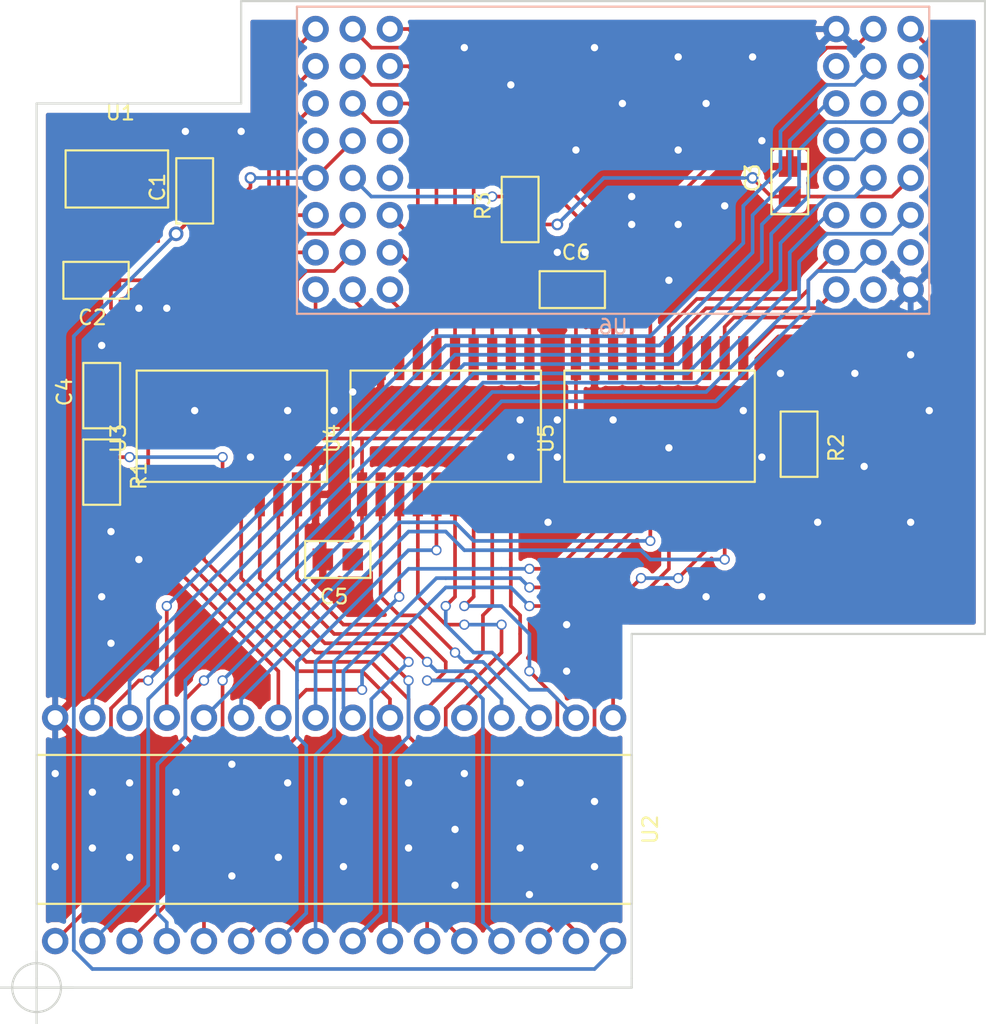
<source format=kicad_pcb>
(kicad_pcb (version 4) (host pcbnew 4.0.7)

  (general
    (links 90)
    (no_connects 0)
    (area 97.714999 58.979999 162.635001 126.440001)
    (thickness 1.2)
    (drawings 12)
    (tracks 824)
    (zones 0)
    (modules 15)
    (nets 62)
  )

  (page A4)
  (layers
    (0 F.Cu signal)
    (31 B.Cu signal)
    (36 B.SilkS user)
    (37 F.SilkS user)
    (38 B.Mask user)
    (39 F.Mask user)
    (44 Edge.Cuts user)
  )

  (setup
    (last_trace_width 0.25)
    (user_trace_width 0.4)
    (trace_clearance 0.2)
    (zone_clearance 0.4)
    (zone_45_only no)
    (trace_min 0.2)
    (segment_width 0.2)
    (edge_width 0.15)
    (via_size 0.7)
    (via_drill 0.5)
    (via_min_size 0.4)
    (via_min_drill 0.3)
    (user_via 1 0.6)
    (uvia_size 0.3)
    (uvia_drill 0.1)
    (uvias_allowed no)
    (uvia_min_size 0.2)
    (uvia_min_drill 0.1)
    (pcb_text_width 0.3)
    (pcb_text_size 1.5 1.5)
    (mod_edge_width 0.15)
    (mod_text_size 1 1)
    (mod_text_width 0.15)
    (pad_size 1.8 1.8)
    (pad_drill 1.02)
    (pad_to_mask_clearance 0.1)
    (aux_axis_origin 97.79 126.365)
    (visible_elements 7FFFFFFF)
    (pcbplotparams
      (layerselection 0x010c0_80000001)
      (usegerberextensions true)
      (excludeedgelayer true)
      (linewidth 0.200000)
      (plotframeref false)
      (viasonmask false)
      (mode 1)
      (useauxorigin true)
      (hpglpennumber 1)
      (hpglpenspeed 20)
      (hpglpendiameter 15)
      (hpglpenoverlay 2)
      (psnegative false)
      (psa4output false)
      (plotreference true)
      (plotvalue true)
      (plotinvisibletext false)
      (padsonsilk false)
      (subtractmaskfromsilk false)
      (outputformat 1)
      (mirror false)
      (drillshape 0)
      (scaleselection 1)
      (outputdirectory C:/Users/bmudlaff/workspaces/SFCRevivalPCB/projects/mod002/gerber/))
  )

  (net 0 "")
  (net 1 VCC_)
  (net 2 GND_)
  (net 3 +3V3_)
  (net 4 "Net-(R1-Pad1)")
  (net 5 "Net-(R2-Pad1)")
  (net 6 "Net-(R3-Pad2)")
  (net 7 "Net-(U1-Pad4)")
  (net 8 /A17_5V)
  (net 9 /A18_5V)
  (net 10 /A15_5V)
  (net 11 /A12_5V)
  (net 12 /A7_5V)
  (net 13 /A6_5V)
  (net 14 /A5_5V)
  (net 15 /A4_5V)
  (net 16 /A3_5V)
  (net 17 /A2_5V)
  (net 18 /A1_5V)
  (net 19 /A0_5V)
  (net 20 /D0_3V)
  (net 21 /D1_3V)
  (net 22 /D2_3V)
  (net 23 /D3_3V)
  (net 24 /D4_3V)
  (net 25 /D5_3V)
  (net 26 /D6_3V)
  (net 27 /D7_3V)
  (net 28 /ROM_CE)
  (net 29 /A10_5V)
  (net 30 /A16_5V)
  (net 31 /A11_5V)
  (net 32 /A9_5V)
  (net 33 /A8_5V)
  (net 34 /A13_5V)
  (net 35 /A14_5V)
  (net 36 /A19_5V)
  (net 37 /ROM_OE)
  (net 38 /A14_3V)
  (net 39 /A12_3V)
  (net 40 /A11_3V)
  (net 41 /A9_3V)
  (net 42 /A20_3V)
  (net 43 /A8_3V)
  (net 44 /A5_3V)
  (net 45 /A2_3V)
  (net 46 /A7_3V)
  (net 47 /A6_3V)
  (net 48 /A19_3V)
  (net 49 /A18_3V)
  (net 50 /A10_3V)
  (net 51 /A13_3V)
  (net 52 /A16_3V)
  (net 53 /A15_3V)
  (net 54 /A1_3V)
  (net 55 /FLASH_OE)
  (net 56 "Net-(U5-Pad13)")
  (net 57 /A17_3V)
  (net 58 /A0_3V)
  (net 59 /FLASH_CE)
  (net 60 /A4_3V)
  (net 61 /A3_3V)

  (net_class Default "To jest domyślna klasa połączeń."
    (clearance 0.2)
    (trace_width 0.25)
    (via_dia 0.7)
    (via_drill 0.5)
    (uvia_dia 0.3)
    (uvia_drill 0.1)
    (add_net /A0_3V)
    (add_net /A0_5V)
    (add_net /A10_3V)
    (add_net /A10_5V)
    (add_net /A11_3V)
    (add_net /A11_5V)
    (add_net /A12_3V)
    (add_net /A12_5V)
    (add_net /A13_3V)
    (add_net /A13_5V)
    (add_net /A14_3V)
    (add_net /A14_5V)
    (add_net /A15_3V)
    (add_net /A15_5V)
    (add_net /A16_3V)
    (add_net /A16_5V)
    (add_net /A17_3V)
    (add_net /A17_5V)
    (add_net /A18_3V)
    (add_net /A18_5V)
    (add_net /A19_3V)
    (add_net /A19_5V)
    (add_net /A1_3V)
    (add_net /A1_5V)
    (add_net /A20_3V)
    (add_net /A2_3V)
    (add_net /A2_5V)
    (add_net /A3_3V)
    (add_net /A3_5V)
    (add_net /A4_3V)
    (add_net /A4_5V)
    (add_net /A5_3V)
    (add_net /A5_5V)
    (add_net /A6_3V)
    (add_net /A6_5V)
    (add_net /A7_3V)
    (add_net /A7_5V)
    (add_net /A8_3V)
    (add_net /A8_5V)
    (add_net /A9_3V)
    (add_net /A9_5V)
    (add_net /D0_3V)
    (add_net /D1_3V)
    (add_net /D2_3V)
    (add_net /D3_3V)
    (add_net /D4_3V)
    (add_net /D5_3V)
    (add_net /D6_3V)
    (add_net /D7_3V)
    (add_net /FLASH_CE)
    (add_net /FLASH_OE)
    (add_net /ROM_CE)
    (add_net /ROM_OE)
    (add_net "Net-(R1-Pad1)")
    (add_net "Net-(R2-Pad1)")
    (add_net "Net-(R3-Pad2)")
    (add_net "Net-(U1-Pad4)")
    (add_net "Net-(U5-Pad13)")
  )

  (net_class Power ""
    (clearance 0.2)
    (trace_width 0.25)
    (via_dia 0.8)
    (via_drill 0.5)
    (uvia_dia 0.3)
    (uvia_drill 0.1)
    (add_net +3V3_)
    (add_net GND_)
    (add_net VCC_)
  )

  (module alf64_mods:PDIP32 locked (layer F.Cu) (tedit 5E39A884) (tstamp 5E399E0A)
    (at 118.11 115.57 270)
    (tags PDIP32)
    (path /5E09F5DD)
    (fp_text reference U2 (at 0 -21.59 270) (layer F.SilkS)
      (effects (font (size 1 1) (thickness 0.15)))
    )
    (fp_text value SFC_MaskRom_32pin_SOCKET (at 0 21.59 270) (layer F.Fab)
      (effects (font (size 1 1) (thickness 0.15)))
    )
    (fp_line (start -5.08 -20.32) (end 5.08 -20.32) (layer F.SilkS) (width 0.15))
    (fp_line (start 5.08 -20.32) (end 5.08 20.32) (layer F.SilkS) (width 0.15))
    (fp_line (start 5.08 20.32) (end -5.08 20.32) (layer F.SilkS) (width 0.15))
    (fp_line (start -5.08 20.32) (end -5.08 -20.32) (layer F.SilkS) (width 0.15))
    (pad 1 thru_hole circle (at -7.62 -19.05 270) (size 1.8 1.8) (drill 1.02) (layers *.Cu *.Mask)
      (net 8 /A17_5V))
    (pad 2 thru_hole circle (at -7.62 -16.51 270) (size 1.8 1.8) (drill 1.02) (layers *.Cu *.Mask)
      (net 9 /A18_5V))
    (pad 3 thru_hole circle (at -7.62 -13.97 270) (size 1.8 1.8) (drill 1.02) (layers *.Cu *.Mask)
      (net 10 /A15_5V))
    (pad 4 thru_hole circle (at -7.62 -11.43 270) (size 1.8 1.8) (drill 1.02) (layers *.Cu *.Mask)
      (net 11 /A12_5V))
    (pad 5 thru_hole circle (at -7.62 -8.89 270) (size 1.8 1.8) (drill 1.02) (layers *.Cu *.Mask)
      (net 12 /A7_5V))
    (pad 6 thru_hole circle (at -7.62 -6.35 270) (size 1.8 1.8) (drill 1.02) (layers *.Cu *.Mask)
      (net 13 /A6_5V))
    (pad 7 thru_hole circle (at -7.62 -3.81 270) (size 1.8 1.8) (drill 1.02) (layers *.Cu *.Mask)
      (net 14 /A5_5V))
    (pad 8 thru_hole circle (at -7.62 -1.27 270) (size 1.8 1.8) (drill 1.02) (layers *.Cu *.Mask)
      (net 15 /A4_5V))
    (pad 9 thru_hole circle (at -7.62 1.27 270) (size 1.8 1.8) (drill 1.02) (layers *.Cu *.Mask)
      (net 16 /A3_5V))
    (pad 10 thru_hole circle (at -7.62 3.81 270) (size 1.8 1.8) (drill 1.02) (layers *.Cu *.Mask)
      (net 17 /A2_5V))
    (pad 11 thru_hole circle (at -7.62 6.35 270) (size 1.8 1.8) (drill 1.02) (layers *.Cu *.Mask)
      (net 18 /A1_5V))
    (pad 12 thru_hole circle (at -7.62 8.89 270) (size 1.8 1.8) (drill 1.02) (layers *.Cu *.Mask)
      (net 19 /A0_5V))
    (pad 13 thru_hole circle (at -7.62 11.43 270) (size 1.8 1.8) (drill 1.02) (layers *.Cu *.Mask)
      (net 20 /D0_3V))
    (pad 14 thru_hole circle (at -7.62 13.97 270) (size 1.8 1.8) (drill 1.02) (layers *.Cu *.Mask)
      (net 21 /D1_3V))
    (pad 15 thru_hole circle (at -7.62 16.51 270) (size 1.8 1.8) (drill 1.02) (layers *.Cu *.Mask)
      (net 22 /D2_3V))
    (pad 16 thru_hole circle (at -7.62 19.05 270) (size 1.8 1.8) (drill 1.02) (layers *.Cu *.Mask)
      (net 2 GND_))
    (pad 17 thru_hole circle (at 7.62 19.05 270) (size 1.8 1.8) (drill 1.02) (layers *.Cu *.Mask)
      (net 23 /D3_3V))
    (pad 18 thru_hole circle (at 7.62 16.51 270) (size 1.8 1.8) (drill 1.02) (layers *.Cu *.Mask)
      (net 24 /D4_3V))
    (pad 19 thru_hole circle (at 7.62 13.97 270) (size 1.8 1.8) (drill 1.02) (layers *.Cu *.Mask)
      (net 25 /D5_3V))
    (pad 20 thru_hole circle (at 7.62 11.43 270) (size 1.8 1.8) (drill 1.02) (layers *.Cu *.Mask)
      (net 26 /D6_3V))
    (pad 21 thru_hole circle (at 7.62 8.89 270) (size 1.8 1.8) (drill 1.02) (layers *.Cu *.Mask)
      (net 27 /D7_3V))
    (pad 22 thru_hole circle (at 7.62 6.35 270) (size 1.8 1.8) (drill 1.02) (layers *.Cu *.Mask)
      (net 28 /ROM_CE))
    (pad 23 thru_hole circle (at 7.62 3.81 270) (size 1.8 1.8) (drill 1.02) (layers *.Cu *.Mask)
      (net 29 /A10_5V))
    (pad 24 thru_hole circle (at 7.62 1.27 270) (size 1.8 1.8) (drill 1.02) (layers *.Cu *.Mask)
      (net 30 /A16_5V))
    (pad 25 thru_hole circle (at 7.62 -1.27 270) (size 1.8 1.8) (drill 1.02) (layers *.Cu *.Mask)
      (net 31 /A11_5V))
    (pad 26 thru_hole circle (at 7.62 -3.81 270) (size 1.8 1.8) (drill 1.02) (layers *.Cu *.Mask)
      (net 32 /A9_5V))
    (pad 27 thru_hole circle (at 7.62 -6.35 270) (size 1.8 1.8) (drill 1.02) (layers *.Cu *.Mask)
      (net 33 /A8_5V))
    (pad 28 thru_hole circle (at 7.62 -8.89 270) (size 1.8 1.8) (drill 1.02) (layers *.Cu *.Mask)
      (net 34 /A13_5V))
    (pad 29 thru_hole circle (at 7.62 -11.43 270) (size 1.8 1.8) (drill 1.02) (layers *.Cu *.Mask)
      (net 35 /A14_5V))
    (pad 30 thru_hole circle (at 7.62 -13.97 270) (size 1.8 1.8) (drill 1.02) (layers *.Cu *.Mask)
      (net 36 /A19_5V))
    (pad 31 thru_hole circle (at 7.62 -16.51 270) (size 1.8 1.8) (drill 1.02) (layers *.Cu *.Mask)
      (net 37 /ROM_OE))
    (pad 32 thru_hole circle (at 7.62 -19.05 270) (size 1.8 1.8) (drill 1.02) (layers *.Cu *.Mask)
      (net 1 VCC_))
  )

  (module alf64_mods:0805 (layer F.Cu) (tedit 5C34E057) (tstamp 5E399DAE)
    (at 108.585 71.755 90)
    (tags 0805)
    (path /5E0A6680)
    (fp_text reference C1 (at 0 -2.54 90) (layer F.SilkS)
      (effects (font (size 1 1) (thickness 0.15)))
    )
    (fp_text value 100n (at 0 2.54 90) (layer F.Fab)
      (effects (font (size 1 1) (thickness 0.15)))
    )
    (fp_line (start -2.4765 -1.2573) (end 1.9812 -1.2573) (layer F.SilkS) (width 0.15))
    (fp_line (start 1.9812 -1.2573) (end 1.9812 1.2573) (layer F.SilkS) (width 0.15))
    (fp_line (start 1.9812 1.2573) (end -2.4765 1.2573) (layer F.SilkS) (width 0.15))
    (fp_line (start -2.4765 1.2573) (end -2.4765 -1.2573) (layer F.SilkS) (width 0.15))
    (pad 1 smd rect (at -1.27 0 90) (size 1.4 1.5) (layers F.Cu F.Mask)
      (net 1 VCC_))
    (pad 2 smd rect (at 0.7747 0 90) (size 1.4 1.5) (layers F.Cu F.Mask)
      (net 2 GND_))
  )

  (module alf64_mods:0805 (layer F.Cu) (tedit 5C34E057) (tstamp 5E399DB4)
    (at 101.6 78.105 180)
    (tags 0805)
    (path /5E0A66C2)
    (fp_text reference C2 (at 0 -2.54 180) (layer F.SilkS)
      (effects (font (size 1 1) (thickness 0.15)))
    )
    (fp_text value 100n (at 0 2.54 180) (layer F.Fab)
      (effects (font (size 1 1) (thickness 0.15)))
    )
    (fp_line (start -2.4765 -1.2573) (end 1.9812 -1.2573) (layer F.SilkS) (width 0.15))
    (fp_line (start 1.9812 -1.2573) (end 1.9812 1.2573) (layer F.SilkS) (width 0.15))
    (fp_line (start 1.9812 1.2573) (end -2.4765 1.2573) (layer F.SilkS) (width 0.15))
    (fp_line (start -2.4765 1.2573) (end -2.4765 -1.2573) (layer F.SilkS) (width 0.15))
    (pad 1 smd rect (at -1.27 0 180) (size 1.4 1.5) (layers F.Cu F.Mask)
      (net 3 +3V3_))
    (pad 2 smd rect (at 0.7747 0 180) (size 1.4 1.5) (layers F.Cu F.Mask)
      (net 2 GND_))
  )

  (module alf64_mods:0805 (layer F.Cu) (tedit 5C34E057) (tstamp 5E399DBA)
    (at 149.225 71.12 90)
    (tags 0805)
    (path /5E0A9F6B)
    (fp_text reference C3 (at 0 -2.54 90) (layer F.SilkS)
      (effects (font (size 1 1) (thickness 0.15)))
    )
    (fp_text value 100n (at 0 2.54 90) (layer F.Fab)
      (effects (font (size 1 1) (thickness 0.15)))
    )
    (fp_line (start -2.4765 -1.2573) (end 1.9812 -1.2573) (layer F.SilkS) (width 0.15))
    (fp_line (start 1.9812 -1.2573) (end 1.9812 1.2573) (layer F.SilkS) (width 0.15))
    (fp_line (start 1.9812 1.2573) (end -2.4765 1.2573) (layer F.SilkS) (width 0.15))
    (fp_line (start -2.4765 1.2573) (end -2.4765 -1.2573) (layer F.SilkS) (width 0.15))
    (pad 1 smd rect (at -1.27 0 90) (size 1.4 1.5) (layers F.Cu F.Mask)
      (net 3 +3V3_))
    (pad 2 smd rect (at 0.7747 0 90) (size 1.4 1.5) (layers F.Cu F.Mask)
      (net 2 GND_))
  )

  (module alf64_mods:0805 (layer F.Cu) (tedit 5C34E057) (tstamp 5E399DC0)
    (at 102.235 85.725 90)
    (tags 0805)
    (path /5E0AA1CB)
    (fp_text reference C4 (at 0 -2.54 90) (layer F.SilkS)
      (effects (font (size 1 1) (thickness 0.15)))
    )
    (fp_text value 100n (at 0 2.54 90) (layer F.Fab)
      (effects (font (size 1 1) (thickness 0.15)))
    )
    (fp_line (start -2.4765 -1.2573) (end 1.9812 -1.2573) (layer F.SilkS) (width 0.15))
    (fp_line (start 1.9812 -1.2573) (end 1.9812 1.2573) (layer F.SilkS) (width 0.15))
    (fp_line (start 1.9812 1.2573) (end -2.4765 1.2573) (layer F.SilkS) (width 0.15))
    (fp_line (start -2.4765 1.2573) (end -2.4765 -1.2573) (layer F.SilkS) (width 0.15))
    (pad 1 smd rect (at -1.27 0 90) (size 1.4 1.5) (layers F.Cu F.Mask)
      (net 3 +3V3_))
    (pad 2 smd rect (at 0.7747 0 90) (size 1.4 1.5) (layers F.Cu F.Mask)
      (net 2 GND_))
  )

  (module alf64_mods:0805 (layer F.Cu) (tedit 5C34E057) (tstamp 5E399DC6)
    (at 118.11 97.155 180)
    (tags 0805)
    (path /5E0ACDE8)
    (fp_text reference C5 (at 0 -2.54 180) (layer F.SilkS)
      (effects (font (size 1 1) (thickness 0.15)))
    )
    (fp_text value 100n (at 0 2.54 180) (layer F.Fab)
      (effects (font (size 1 1) (thickness 0.15)))
    )
    (fp_line (start -2.4765 -1.2573) (end 1.9812 -1.2573) (layer F.SilkS) (width 0.15))
    (fp_line (start 1.9812 -1.2573) (end 1.9812 1.2573) (layer F.SilkS) (width 0.15))
    (fp_line (start 1.9812 1.2573) (end -2.4765 1.2573) (layer F.SilkS) (width 0.15))
    (fp_line (start -2.4765 1.2573) (end -2.4765 -1.2573) (layer F.SilkS) (width 0.15))
    (pad 1 smd rect (at -1.27 0 180) (size 1.4 1.5) (layers F.Cu F.Mask)
      (net 3 +3V3_))
    (pad 2 smd rect (at 0.7747 0 180) (size 1.4 1.5) (layers F.Cu F.Mask)
      (net 2 GND_))
  )

  (module alf64_mods:0805 (layer F.Cu) (tedit 5C34E057) (tstamp 5E399DCC)
    (at 134.62 78.74)
    (tags 0805)
    (path /5E0B6FC3)
    (fp_text reference C6 (at 0 -2.54) (layer F.SilkS)
      (effects (font (size 1 1) (thickness 0.15)))
    )
    (fp_text value 100n (at 0 2.54) (layer F.Fab)
      (effects (font (size 1 1) (thickness 0.15)))
    )
    (fp_line (start -2.4765 -1.2573) (end 1.9812 -1.2573) (layer F.SilkS) (width 0.15))
    (fp_line (start 1.9812 -1.2573) (end 1.9812 1.2573) (layer F.SilkS) (width 0.15))
    (fp_line (start 1.9812 1.2573) (end -2.4765 1.2573) (layer F.SilkS) (width 0.15))
    (fp_line (start -2.4765 1.2573) (end -2.4765 -1.2573) (layer F.SilkS) (width 0.15))
    (pad 1 smd rect (at -1.27 0) (size 1.4 1.5) (layers F.Cu F.Mask)
      (net 3 +3V3_))
    (pad 2 smd rect (at 0.7747 0) (size 1.4 1.5) (layers F.Cu F.Mask)
      (net 2 GND_))
  )

  (module alf64_mods:0805 (layer F.Cu) (tedit 5C34E057) (tstamp 5E399DD2)
    (at 102.235 91.44 270)
    (tags 0805)
    (path /5E39957B)
    (fp_text reference R1 (at 0 -2.54 270) (layer F.SilkS)
      (effects (font (size 1 1) (thickness 0.15)))
    )
    (fp_text value 0 (at 0 2.54 270) (layer F.Fab)
      (effects (font (size 1 1) (thickness 0.15)))
    )
    (fp_line (start -2.4765 -1.2573) (end 1.9812 -1.2573) (layer F.SilkS) (width 0.15))
    (fp_line (start 1.9812 -1.2573) (end 1.9812 1.2573) (layer F.SilkS) (width 0.15))
    (fp_line (start 1.9812 1.2573) (end -2.4765 1.2573) (layer F.SilkS) (width 0.15))
    (fp_line (start -2.4765 1.2573) (end -2.4765 -1.2573) (layer F.SilkS) (width 0.15))
    (pad 1 smd rect (at -1.27 0 270) (size 1.4 1.5) (layers F.Cu F.Mask)
      (net 4 "Net-(R1-Pad1)"))
    (pad 2 smd rect (at 0.7747 0 270) (size 1.4 1.5) (layers F.Cu F.Mask)
      (net 2 GND_))
  )

  (module alf64_mods:0805 (layer F.Cu) (tedit 5C34E057) (tstamp 5E399DD8)
    (at 149.86 89.535 270)
    (tags 0805)
    (path /5E399BD2)
    (fp_text reference R2 (at 0 -2.54 270) (layer F.SilkS)
      (effects (font (size 1 1) (thickness 0.15)))
    )
    (fp_text value 0 (at 0 2.54 270) (layer F.Fab)
      (effects (font (size 1 1) (thickness 0.15)))
    )
    (fp_line (start -2.4765 -1.2573) (end 1.9812 -1.2573) (layer F.SilkS) (width 0.15))
    (fp_line (start 1.9812 -1.2573) (end 1.9812 1.2573) (layer F.SilkS) (width 0.15))
    (fp_line (start 1.9812 1.2573) (end -2.4765 1.2573) (layer F.SilkS) (width 0.15))
    (fp_line (start -2.4765 1.2573) (end -2.4765 -1.2573) (layer F.SilkS) (width 0.15))
    (pad 1 smd rect (at -1.27 0 270) (size 1.4 1.5) (layers F.Cu F.Mask)
      (net 5 "Net-(R2-Pad1)"))
    (pad 2 smd rect (at 0.7747 0 270) (size 1.4 1.5) (layers F.Cu F.Mask)
      (net 2 GND_))
  )

  (module alf64_mods:0805 (layer F.Cu) (tedit 5C34E057) (tstamp 5E399DDE)
    (at 130.81 73.025 90)
    (tags 0805)
    (path /5E0B7B85)
    (fp_text reference R3 (at 0 -2.54 90) (layer F.SilkS)
      (effects (font (size 1 1) (thickness 0.15)))
    )
    (fp_text value 0 (at 0 2.54 90) (layer F.Fab)
      (effects (font (size 1 1) (thickness 0.15)))
    )
    (fp_line (start -2.4765 -1.2573) (end 1.9812 -1.2573) (layer F.SilkS) (width 0.15))
    (fp_line (start 1.9812 -1.2573) (end 1.9812 1.2573) (layer F.SilkS) (width 0.15))
    (fp_line (start 1.9812 1.2573) (end -2.4765 1.2573) (layer F.SilkS) (width 0.15))
    (fp_line (start -2.4765 1.2573) (end -2.4765 -1.2573) (layer F.SilkS) (width 0.15))
    (pad 1 smd rect (at -1.27 0 90) (size 1.4 1.5) (layers F.Cu F.Mask)
      (net 3 +3V3_))
    (pad 2 smd rect (at 0.7747 0 90) (size 1.4 1.5) (layers F.Cu F.Mask)
      (net 6 "Net-(R3-Pad2)"))
  )

  (module alf64_mods:SOT223 (layer F.Cu) (tedit 5C55BC68) (tstamp 5E399DE6)
    (at 103.505 71.755)
    (tags SOT223)
    (path /5E09F528)
    (fp_text reference U1 (at 0 -5.08) (layer F.SilkS)
      (effects (font (size 1 1) (thickness 0.15)))
    )
    (fp_text value LD1117S33TR (at 0 5.08) (layer F.Fab)
      (effects (font (size 1 1) (thickness 0.15)))
    )
    (fp_line (start -3.7338 -2.5146) (end 3.2639 -2.5146) (layer F.SilkS) (width 0.15))
    (fp_line (start 3.2639 -2.5146) (end 3.2639 1.3843) (layer F.SilkS) (width 0.15))
    (fp_line (start 3.2639 1.3843) (end -3.7338 1.3843) (layer F.SilkS) (width 0.15))
    (fp_line (start -3.7338 1.3843) (end -3.7338 -2.5146) (layer F.SilkS) (width 0.15))
    (pad 1 smd rect (at -2.54 2.54) (size 1.3 2.5) (layers F.Cu F.Mask)
      (net 2 GND_))
    (pad 2 smd rect (at -0.2413 2.54) (size 1.3 2.5) (layers F.Cu F.Mask)
      (net 3 +3V3_))
    (pad 3 smd rect (at 2.0574 2.54) (size 1.3 2.5) (layers F.Cu F.Mask)
      (net 1 VCC_))
    (pad 4 smd rect (at -0.2413 -3.556) (size 3.85 2.6) (layers F.Cu F.Mask)
      (net 7 "Net-(U1-Pad4)"))
  )

  (module alf64_mods:SO20 locked (layer F.Cu) (tedit 5C55C426) (tstamp 5E399E22)
    (at 110.49 88.9 90)
    (tags SO20)
    (path /5E09F378)
    (fp_text reference U3 (at 0 -7.12 90) (layer F.SilkS)
      (effects (font (size 1 1) (thickness 0.15)))
    )
    (fp_text value 74LVC245 (at 1.27 8.39 90) (layer F.Fab)
      (effects (font (size 1 1) (thickness 0.15)))
    )
    (fp_line (start -2.9591 -5.8674) (end 4.6355 -5.8674) (layer F.SilkS) (width 0.15))
    (fp_line (start 4.6355 -5.8674) (end 4.6355 7.1374) (layer F.SilkS) (width 0.15))
    (fp_line (start 4.6355 7.1374) (end -2.9591 7.1374) (layer F.SilkS) (width 0.15))
    (fp_line (start -2.9591 7.1374) (end -2.9591 -5.8674) (layer F.SilkS) (width 0.15))
    (pad 1 smd rect (at -3.81 -5.08 90) (size 3 0.7) (layers F.Cu F.Mask)
      (net 3 +3V3_))
    (pad 2 smd rect (at -3.81 -3.81 90) (size 3 0.7) (layers F.Cu F.Mask)
      (net 17 /A2_5V))
    (pad 3 smd rect (at -3.81 -2.54 90) (size 3 0.7) (layers F.Cu F.Mask)
      (net 14 /A5_5V))
    (pad 4 smd rect (at -3.81 -1.27 90) (size 3 0.7) (layers F.Cu F.Mask)
      (net 33 /A8_5V))
    (pad 5 smd rect (at -3.81 0 90) (size 3 0.7) (layers F.Cu F.Mask)
      (net 4 "Net-(R1-Pad1)"))
    (pad 6 smd rect (at -3.81 1.27 90) (size 3 0.7) (layers F.Cu F.Mask)
      (net 32 /A9_5V))
    (pad 7 smd rect (at -3.81 2.54 90) (size 3 0.7) (layers F.Cu F.Mask)
      (net 31 /A11_5V))
    (pad 8 smd rect (at -3.81 3.81 90) (size 3 0.7) (layers F.Cu F.Mask)
      (net 11 /A12_5V))
    (pad 9 smd rect (at -3.81 5.08 90) (size 3 0.7) (layers F.Cu F.Mask)
      (net 35 /A14_5V))
    (pad 10 smd rect (at -3.81 6.35 90) (size 3 0.7) (layers F.Cu F.Mask)
      (net 2 GND_))
    (pad 11 smd rect (at 5.4864 6.35 90) (size 3 0.7) (layers F.Cu F.Mask)
      (net 38 /A14_3V))
    (pad 12 smd rect (at 5.4864 5.08 90) (size 3 0.7) (layers F.Cu F.Mask)
      (net 39 /A12_3V))
    (pad 13 smd rect (at 5.4864 3.81 90) (size 3 0.7) (layers F.Cu F.Mask)
      (net 40 /A11_3V))
    (pad 14 smd rect (at 5.4864 2.54 90) (size 3 0.7) (layers F.Cu F.Mask)
      (net 41 /A9_3V))
    (pad 15 smd rect (at 5.4864 1.27 90) (size 3 0.7) (layers F.Cu F.Mask)
      (net 42 /A20_3V))
    (pad 16 smd rect (at 5.4864 0 90) (size 3 0.7) (layers F.Cu F.Mask)
      (net 43 /A8_3V))
    (pad 17 smd rect (at 5.4864 -1.27 90) (size 3 0.7) (layers F.Cu F.Mask)
      (net 44 /A5_3V))
    (pad 18 smd rect (at 5.4864 -2.54 90) (size 3 0.7) (layers F.Cu F.Mask)
      (net 45 /A2_3V))
    (pad 19 smd rect (at 5.4864 -3.81 90) (size 3 0.7) (layers F.Cu F.Mask)
      (net 2 GND_))
    (pad 20 smd rect (at 5.4864 -5.08 90) (size 3 0.7) (layers F.Cu F.Mask)
      (net 3 +3V3_))
  )

  (module alf64_mods:SO20 locked (layer F.Cu) (tedit 5C55C426) (tstamp 5E399E3A)
    (at 125.095 88.9 90)
    (tags SO20)
    (path /5E09F3FE)
    (fp_text reference U4 (at 0 -7.12 90) (layer F.SilkS)
      (effects (font (size 1 1) (thickness 0.15)))
    )
    (fp_text value 74LVC245 (at 1.27 8.39 90) (layer F.Fab)
      (effects (font (size 1 1) (thickness 0.15)))
    )
    (fp_line (start -2.9591 -5.8674) (end 4.6355 -5.8674) (layer F.SilkS) (width 0.15))
    (fp_line (start 4.6355 -5.8674) (end 4.6355 7.1374) (layer F.SilkS) (width 0.15))
    (fp_line (start 4.6355 7.1374) (end -2.9591 7.1374) (layer F.SilkS) (width 0.15))
    (fp_line (start -2.9591 7.1374) (end -2.9591 -5.8674) (layer F.SilkS) (width 0.15))
    (pad 1 smd rect (at -3.81 -5.08 90) (size 3 0.7) (layers F.Cu F.Mask)
      (net 3 +3V3_))
    (pad 2 smd rect (at -3.81 -3.81 90) (size 3 0.7) (layers F.Cu F.Mask)
      (net 10 /A15_5V))
    (pad 3 smd rect (at -3.81 -2.54 90) (size 3 0.7) (layers F.Cu F.Mask)
      (net 30 /A16_5V))
    (pad 4 smd rect (at -3.81 -1.27 90) (size 3 0.7) (layers F.Cu F.Mask)
      (net 34 /A13_5V))
    (pad 5 smd rect (at -3.81 0 90) (size 3 0.7) (layers F.Cu F.Mask)
      (net 29 /A10_5V))
    (pad 6 smd rect (at -3.81 1.27 90) (size 3 0.7) (layers F.Cu F.Mask)
      (net 9 /A18_5V))
    (pad 7 smd rect (at -3.81 2.54 90) (size 3 0.7) (layers F.Cu F.Mask)
      (net 36 /A19_5V))
    (pad 8 smd rect (at -3.81 3.81 90) (size 3 0.7) (layers F.Cu F.Mask)
      (net 13 /A6_5V))
    (pad 9 smd rect (at -3.81 5.08 90) (size 3 0.7) (layers F.Cu F.Mask)
      (net 12 /A7_5V))
    (pad 10 smd rect (at -3.81 6.35 90) (size 3 0.7) (layers F.Cu F.Mask)
      (net 2 GND_))
    (pad 11 smd rect (at 5.4864 6.35 90) (size 3 0.7) (layers F.Cu F.Mask)
      (net 46 /A7_3V))
    (pad 12 smd rect (at 5.4864 5.08 90) (size 3 0.7) (layers F.Cu F.Mask)
      (net 47 /A6_3V))
    (pad 13 smd rect (at 5.4864 3.81 90) (size 3 0.7) (layers F.Cu F.Mask)
      (net 48 /A19_3V))
    (pad 14 smd rect (at 5.4864 2.54 90) (size 3 0.7) (layers F.Cu F.Mask)
      (net 49 /A18_3V))
    (pad 15 smd rect (at 5.4864 1.27 90) (size 3 0.7) (layers F.Cu F.Mask)
      (net 50 /A10_3V))
    (pad 16 smd rect (at 5.4864 0 90) (size 3 0.7) (layers F.Cu F.Mask)
      (net 51 /A13_3V))
    (pad 17 smd rect (at 5.4864 -1.27 90) (size 3 0.7) (layers F.Cu F.Mask)
      (net 52 /A16_3V))
    (pad 18 smd rect (at 5.4864 -2.54 90) (size 3 0.7) (layers F.Cu F.Mask)
      (net 53 /A15_3V))
    (pad 19 smd rect (at 5.4864 -3.81 90) (size 3 0.7) (layers F.Cu F.Mask)
      (net 2 GND_))
    (pad 20 smd rect (at 5.4864 -5.08 90) (size 3 0.7) (layers F.Cu F.Mask)
      (net 3 +3V3_))
  )

  (module alf64_mods:SO20 locked (layer F.Cu) (tedit 5C55C426) (tstamp 5E399E52)
    (at 139.7 88.9 90)
    (tags SO20)
    (path /5E09F4DE)
    (fp_text reference U5 (at 0 -7.12 90) (layer F.SilkS)
      (effects (font (size 1 1) (thickness 0.15)))
    )
    (fp_text value 74LVC245 (at 1.27 8.39 90) (layer F.Fab)
      (effects (font (size 1 1) (thickness 0.15)))
    )
    (fp_line (start -2.9591 -5.8674) (end 4.6355 -5.8674) (layer F.SilkS) (width 0.15))
    (fp_line (start 4.6355 -5.8674) (end 4.6355 7.1374) (layer F.SilkS) (width 0.15))
    (fp_line (start 4.6355 7.1374) (end -2.9591 7.1374) (layer F.SilkS) (width 0.15))
    (fp_line (start -2.9591 7.1374) (end -2.9591 -5.8674) (layer F.SilkS) (width 0.15))
    (pad 1 smd rect (at -3.81 -5.08 90) (size 3 0.7) (layers F.Cu F.Mask)
      (net 3 +3V3_))
    (pad 2 smd rect (at -3.81 -3.81 90) (size 3 0.7) (layers F.Cu F.Mask)
      (net 16 /A3_5V))
    (pad 3 smd rect (at -3.81 -2.54 90) (size 3 0.7) (layers F.Cu F.Mask)
      (net 15 /A4_5V))
    (pad 4 smd rect (at -3.81 -1.27 90) (size 3 0.7) (layers F.Cu F.Mask)
      (net 28 /ROM_CE))
    (pad 5 smd rect (at -3.81 0 90) (size 3 0.7) (layers F.Cu F.Mask)
      (net 19 /A0_5V))
    (pad 6 smd rect (at -3.81 1.27 90) (size 3 0.7) (layers F.Cu F.Mask)
      (net 8 /A17_5V))
    (pad 7 smd rect (at -3.81 2.54 90) (size 3 0.7) (layers F.Cu F.Mask)
      (net 5 "Net-(R2-Pad1)"))
    (pad 8 smd rect (at -3.81 3.81 90) (size 3 0.7) (layers F.Cu F.Mask)
      (net 37 /ROM_OE))
    (pad 9 smd rect (at -3.81 5.08 90) (size 3 0.7) (layers F.Cu F.Mask)
      (net 18 /A1_5V))
    (pad 10 smd rect (at -3.81 6.35 90) (size 3 0.7) (layers F.Cu F.Mask)
      (net 2 GND_))
    (pad 11 smd rect (at 5.4864 6.35 90) (size 3 0.7) (layers F.Cu F.Mask)
      (net 54 /A1_3V))
    (pad 12 smd rect (at 5.4864 5.08 90) (size 3 0.7) (layers F.Cu F.Mask)
      (net 55 /FLASH_OE))
    (pad 13 smd rect (at 5.4864 3.81 90) (size 3 0.7) (layers F.Cu F.Mask)
      (net 56 "Net-(U5-Pad13)"))
    (pad 14 smd rect (at 5.4864 2.54 90) (size 3 0.7) (layers F.Cu F.Mask)
      (net 57 /A17_3V))
    (pad 15 smd rect (at 5.4864 1.27 90) (size 3 0.7) (layers F.Cu F.Mask)
      (net 58 /A0_3V))
    (pad 16 smd rect (at 5.4864 0 90) (size 3 0.7) (layers F.Cu F.Mask)
      (net 59 /FLASH_CE))
    (pad 17 smd rect (at 5.4864 -1.27 90) (size 3 0.7) (layers F.Cu F.Mask)
      (net 60 /A4_3V))
    (pad 18 smd rect (at 5.4864 -2.54 90) (size 3 0.7) (layers F.Cu F.Mask)
      (net 61 /A3_3V))
    (pad 19 smd rect (at 5.4864 -3.81 90) (size 3 0.7) (layers F.Cu F.Mask)
      (net 2 GND_))
    (pad 20 smd rect (at 5.4864 -5.08 90) (size 3 0.7) (layers F.Cu F.Mask)
      (net 3 +3V3_))
  )

  (module alf64_mods:GOTRONIK_ADAP_TSOP48 locked (layer B.Cu) (tedit 5C459B02) (tstamp 5E399E86)
    (at 121.92 78.74)
    (tags GOTRONIK_ADAP_TSOP48)
    (path /5E09FB5C)
    (fp_text reference U6 (at 15.24 2.54) (layer B.SilkS)
      (effects (font (size 1 1) (thickness 0.15)) (justify mirror))
    )
    (fp_text value SST39VF1681_1682 (at 15.24 -20.32) (layer B.Fab)
      (effects (font (size 1 1) (thickness 0.15)) (justify mirror))
    )
    (fp_line (start -6.35 1.651) (end 36.83 1.651) (layer B.SilkS) (width 0.15))
    (fp_line (start 36.83 1.651) (end 36.83 -19.304) (layer B.SilkS) (width 0.15))
    (fp_line (start 36.83 -19.304) (end -6.35 -19.304) (layer B.SilkS) (width 0.15))
    (fp_line (start -6.35 -19.304) (end -6.35 1.651) (layer B.SilkS) (width 0.15))
    (pad 1 thru_hole circle (at 0 0) (size 1.8 1.8) (drill 1.02) (layers *.Cu *.Mask)
      (net 52 /A16_3V))
    (pad 2 thru_hole circle (at -2.54 0) (size 1.8 1.8) (drill 1.02) (layers *.Cu *.Mask)
      (net 53 /A15_3V))
    (pad 3 thru_hole circle (at -5.08 0) (size 1.8 1.8) (drill 1.02) (layers *.Cu *.Mask)
      (net 38 /A14_3V))
    (pad 4 thru_hole circle (at 0 -2.54) (size 1.8 1.8) (drill 1.02) (layers *.Cu *.Mask)
      (net 51 /A13_3V))
    (pad 5 thru_hole circle (at -2.54 -2.54) (size 1.8 1.8) (drill 1.02) (layers *.Cu *.Mask)
      (net 39 /A12_3V))
    (pad 6 thru_hole circle (at -5.08 -2.54) (size 1.8 1.8) (drill 1.02) (layers *.Cu *.Mask)
      (net 40 /A11_3V))
    (pad 7 thru_hole circle (at 0 -5.08) (size 1.8 1.8) (drill 1.02) (layers *.Cu *.Mask)
      (net 50 /A10_3V))
    (pad 8 thru_hole circle (at -2.54 -5.08) (size 1.8 1.8) (drill 1.02) (layers *.Cu *.Mask)
      (net 41 /A9_3V))
    (pad 9 thru_hole circle (at -5.08 -5.08) (size 1.8 1.8) (drill 1.02) (layers *.Cu *.Mask)
      (net 42 /A20_3V))
    (pad 10 thru_hole circle (at 0 -7.62) (size 1.8 1.8) (drill 1.02) (layers *.Cu *.Mask))
    (pad 11 thru_hole circle (at -2.54 -7.62) (size 1.8 1.8) (drill 1.02) (layers *.Cu *.Mask)
      (net 6 "Net-(R3-Pad2)"))
    (pad 12 thru_hole circle (at -5.08 -7.62) (size 1.8 1.8) (drill 1.02) (layers *.Cu *.Mask)
      (net 3 +3V3_))
    (pad 13 thru_hole circle (at 0 -10.16) (size 1.8 1.8) (drill 1.02) (layers *.Cu *.Mask))
    (pad 14 thru_hole circle (at -2.54 -10.16) (size 1.8 1.8) (drill 1.02) (layers *.Cu *.Mask)
      (net 3 +3V3_))
    (pad 15 thru_hole circle (at -5.08 -10.16) (size 1.8 1.8) (drill 1.02) (layers *.Cu *.Mask))
    (pad 16 thru_hole circle (at 0 -12.7) (size 1.8 1.8) (drill 1.02) (layers *.Cu *.Mask)
      (net 48 /A19_3V))
    (pad 17 thru_hole circle (at -2.54 -12.7) (size 1.8 1.8) (drill 1.02) (layers *.Cu *.Mask)
      (net 49 /A18_3V))
    (pad 18 thru_hole circle (at -5.08 -12.7) (size 1.8 1.8) (drill 1.02) (layers *.Cu *.Mask)
      (net 43 /A8_3V))
    (pad 19 thru_hole circle (at 0 -15.24) (size 1.8 1.8) (drill 1.02) (layers *.Cu *.Mask)
      (net 46 /A7_3V))
    (pad 20 thru_hole circle (at -2.54 -15.24) (size 1.8 1.8) (drill 1.02) (layers *.Cu *.Mask)
      (net 47 /A6_3V))
    (pad 21 thru_hole circle (at -5.08 -15.24) (size 1.8 1.8) (drill 1.02) (layers *.Cu *.Mask)
      (net 44 /A5_3V))
    (pad 22 thru_hole circle (at 0 -17.78) (size 1.8 1.8) (drill 1.02) (layers *.Cu *.Mask)
      (net 60 /A4_3V))
    (pad 23 thru_hole circle (at -2.54 -17.78) (size 1.8 1.8) (drill 1.02) (layers *.Cu *.Mask)
      (net 61 /A3_3V))
    (pad 24 thru_hole circle (at -5.08 -17.78) (size 1.8 1.8) (drill 1.02) (layers *.Cu *.Mask)
      (net 45 /A2_3V))
    (pad 25 thru_hole circle (at 35.56 -17.78) (size 1.8 1.8) (drill 1.02) (layers *.Cu *.Mask)
      (net 54 /A1_3V))
    (pad 26 thru_hole circle (at 33.02 -17.78) (size 1.8 1.8) (drill 1.02) (layers *.Cu *.Mask)
      (net 59 /FLASH_CE))
    (pad 27 thru_hole circle (at 30.48 -17.78) (size 1.8 1.8) (drill 1.02) (layers *.Cu *.Mask)
      (net 2 GND_))
    (pad 28 thru_hole circle (at 35.56 -15.24) (size 1.8 1.8) (drill 1.02) (layers *.Cu *.Mask)
      (net 55 /FLASH_OE))
    (pad 29 thru_hole circle (at 33.02 -15.24) (size 1.8 1.8) (drill 1.02) (layers *.Cu *.Mask)
      (net 20 /D0_3V))
    (pad 30 thru_hole circle (at 30.48 -15.24) (size 1.8 1.8) (drill 1.02) (layers *.Cu *.Mask))
    (pad 31 thru_hole circle (at 35.56 -12.7) (size 1.8 1.8) (drill 1.02) (layers *.Cu *.Mask)
      (net 21 /D1_3V))
    (pad 32 thru_hole circle (at 33.02 -12.7) (size 1.8 1.8) (drill 1.02) (layers *.Cu *.Mask))
    (pad 33 thru_hole circle (at 30.48 -12.7) (size 1.8 1.8) (drill 1.02) (layers *.Cu *.Mask)
      (net 22 /D2_3V))
    (pad 34 thru_hole circle (at 35.56 -10.16) (size 1.8 1.8) (drill 1.02) (layers *.Cu *.Mask))
    (pad 35 thru_hole circle (at 33.02 -10.16) (size 1.8 1.8) (drill 1.02) (layers *.Cu *.Mask)
      (net 23 /D3_3V))
    (pad 36 thru_hole circle (at 30.48 -10.16) (size 1.8 1.8) (drill 1.02) (layers *.Cu *.Mask))
    (pad 37 thru_hole circle (at 35.56 -7.62) (size 1.8 1.8) (drill 1.02) (layers *.Cu *.Mask)
      (net 3 +3V3_))
    (pad 38 thru_hole circle (at 33.02 -7.62) (size 1.8 1.8) (drill 1.02) (layers *.Cu *.Mask)
      (net 24 /D4_3V))
    (pad 39 thru_hole circle (at 30.48 -7.62) (size 1.8 1.8) (drill 1.02) (layers *.Cu *.Mask))
    (pad 40 thru_hole circle (at 35.56 -5.08) (size 1.8 1.8) (drill 1.02) (layers *.Cu *.Mask)
      (net 25 /D5_3V))
    (pad 41 thru_hole circle (at 33.02 -5.08) (size 1.8 1.8) (drill 1.02) (layers *.Cu *.Mask))
    (pad 42 thru_hole circle (at 30.48 -5.08) (size 1.8 1.8) (drill 1.02) (layers *.Cu *.Mask)
      (net 26 /D6_3V))
    (pad 43 thru_hole circle (at 35.56 -2.54) (size 1.8 1.8) (drill 1.02) (layers *.Cu *.Mask))
    (pad 44 thru_hole circle (at 33.02 -2.54) (size 1.8 1.8) (drill 1.02) (layers *.Cu *.Mask)
      (net 27 /D7_3V))
    (pad 45 thru_hole circle (at 30.48 -2.54) (size 1.8 1.8) (drill 1.02) (layers *.Cu *.Mask)
      (net 58 /A0_3V))
    (pad 46 thru_hole circle (at 35.56 0) (size 1.8 1.8) (drill 1.02) (layers *.Cu *.Mask)
      (net 2 GND_))
    (pad 47 thru_hole circle (at 33.02 0) (size 1.8 1.8) (drill 1.02) (layers *.Cu *.Mask))
    (pad 48 thru_hole circle (at 30.48 0) (size 1.8 1.8) (drill 1.02) (layers *.Cu *.Mask)
      (net 57 /A17_3V))
  )

  (gr_text mod002 (at 153.67 97.79) (layer F.Mask)
    (effects (font (size 1.6 1.6) (thickness 0.35)))
  )
  (target plus (at 97.79 126.365) (size 5) (width 0.15) (layer Edge.Cuts))
  (gr_line (start 138.43 126.365) (end 138.43 125.73) (angle 90) (layer Edge.Cuts) (width 0.15))
  (gr_line (start 97.79 126.365) (end 138.43 126.365) (angle 90) (layer Edge.Cuts) (width 0.15))
  (gr_line (start 97.79 125.73) (end 97.79 126.365) (angle 90) (layer Edge.Cuts) (width 0.15))
  (gr_line (start 97.79 66.04) (end 97.79 125.73) (angle 90) (layer Edge.Cuts) (width 0.15))
  (gr_line (start 111.76 66.04) (end 97.79 66.04) (angle 90) (layer Edge.Cuts) (width 0.15))
  (gr_line (start 111.76 59.055) (end 111.76 66.04) (angle 90) (layer Edge.Cuts) (width 0.15))
  (gr_line (start 162.56 59.055) (end 111.76 59.055) (angle 90) (layer Edge.Cuts) (width 0.15))
  (gr_line (start 162.56 102.235) (end 162.56 59.055) (angle 90) (layer Edge.Cuts) (width 0.15))
  (gr_line (start 138.43 102.235) (end 162.56 102.235) (angle 90) (layer Edge.Cuts) (width 0.15))
  (gr_line (start 138.43 125.73) (end 138.43 102.235) (angle 90) (layer Edge.Cuts) (width 0.15))

  (segment (start 108.585 73.025) (end 106.8324 73.025) (width 0.25) (layer F.Cu) (net 1))
  (segment (start 106.8324 73.025) (end 105.5624 74.295) (width 0.25) (layer F.Cu) (net 1) (tstamp 5E425605))
  (segment (start 108.585 73.66) (end 107.315 74.93) (width 0.25) (layer F.Cu) (net 1))
  (segment (start 100.33 83.185) (end 100.33 81.915) (width 0.25) (layer B.Cu) (net 1))
  (segment (start 100.33 99.06) (end 100.33 83.185) (width 0.25) (layer B.Cu) (net 1) (tstamp 5E3D17F5))
  (segment (start 100.33 123.825) (end 100.33 99.06) (width 0.25) (layer B.Cu) (net 1) (tstamp 5E3D17F4))
  (segment (start 135.89 125.095) (end 101.6 125.095) (width 0.25) (layer B.Cu) (net 1) (tstamp 5E3D17DA))
  (segment (start 135.89 125.095) (end 137.16 123.825) (width 0.25) (layer B.Cu) (net 1) (tstamp 5E3D17D3))
  (via (at 107.315 74.93) (size 1) (drill 0.6) (layers F.Cu B.Cu) (net 1))
  (segment (start 100.33 123.825) (end 101.6 125.095) (width 0.25) (layer B.Cu) (net 1))
  (segment (start 100.33 81.915) (end 107.315 74.93) (width 0.25) (layer B.Cu) (net 1) (tstamp 5E3D184F))
  (segment (start 108.585 73.66) (end 108.585 73.025) (width 0.25) (layer F.Cu) (net 1) (tstamp 5E4255FE))
  (segment (start 137.16 123.19) (end 137.16 123.825) (width 0.25) (layer B.Cu) (net 1))
  (segment (start 108.585 73.025) (end 109.22 73.025) (width 0.25) (layer F.Cu) (net 1))
  (segment (start 102.235 99.695) (end 104.775 97.155) (width 0.25) (layer F.Cu) (net 2))
  (segment (start 102.87 102.87) (end 102.235 102.235) (width 0.25) (layer B.Cu) (net 2) (tstamp 5E42556C))
  (segment (start 102.87 95.25) (end 99.06 95.25) (width 0.25) (layer F.Cu) (net 2))
  (via (at 102.87 102.87) (size 0.8) (drill 0.5) (layers F.Cu B.Cu) (net 2))
  (via (at 102.235 99.695) (size 0.8) (drill 0.5) (layers F.Cu B.Cu) (net 2))
  (via (at 104.775 97.155) (size 0.8) (drill 0.5) (layers F.Cu B.Cu) (net 2))
  (segment (start 102.87 95.25) (end 104.775 97.155) (width 0.25) (layer B.Cu) (net 2) (tstamp 5E41911A))
  (via (at 102.87 95.25) (size 0.8) (drill 0.5) (layers F.Cu B.Cu) (net 2))
  (segment (start 102.235 99.695) (end 102.235 102.235) (width 0.25) (layer B.Cu) (net 2))
  (segment (start 127 62.23) (end 135.89 62.23) (width 0.25) (layer F.Cu) (net 2))
  (segment (start 129.54 64.77) (end 130.175 64.77) (width 0.25) (layer B.Cu) (net 2) (tstamp 5E425518))
  (segment (start 139.7 69.85) (end 139.065 69.215) (width 0.25) (layer F.Cu) (net 2))
  (via (at 141.605 62.865) (size 0.8) (drill 0.5) (layers F.Cu B.Cu) (net 2))
  (segment (start 140.97 62.23) (end 141.605 62.865) (width 0.25) (layer B.Cu) (net 2) (tstamp 5E410E63))
  (segment (start 135.89 62.23) (end 140.97 62.23) (width 0.25) (layer B.Cu) (net 2) (tstamp 5E410E62))
  (via (at 135.89 62.23) (size 0.8) (drill 0.5) (layers F.Cu B.Cu) (net 2))
  (via (at 127 62.23) (size 0.8) (drill 0.5) (layers F.Cu B.Cu) (net 2))
  (via (at 130.175 64.77) (size 0.8) (drill 0.5) (layers F.Cu B.Cu) (net 2))
  (segment (start 136.525 64.77) (end 130.175 64.77) (width 0.25) (layer F.Cu) (net 2) (tstamp 5E410E53))
  (segment (start 137.795 66.04) (end 136.525 64.77) (width 0.25) (layer F.Cu) (net 2) (tstamp 5E410E52))
  (via (at 137.795 66.04) (size 0.8) (drill 0.5) (layers F.Cu B.Cu) (net 2))
  (segment (start 134.62 69.215) (end 137.795 66.04) (width 0.25) (layer B.Cu) (net 2) (tstamp 5E410E48))
  (via (at 134.62 69.215) (size 0.8) (drill 0.5) (layers F.Cu B.Cu) (net 2))
  (segment (start 139.065 69.215) (end 134.62 69.215) (width 0.25) (layer F.Cu) (net 2) (tstamp 5E410E45))
  (segment (start 127 62.23) (end 129.54 64.77) (width 0.25) (layer B.Cu) (net 2))
  (segment (start 148.59 94.615) (end 151.13 94.615) (width 0.25) (layer F.Cu) (net 2))
  (via (at 158.75 86.995) (size 0.8) (drill 0.5) (layers F.Cu B.Cu) (net 2))
  (segment (start 154.94 90.805) (end 158.75 86.995) (width 0.25) (layer B.Cu) (net 2) (tstamp 5E4194A7))
  (segment (start 154.305 90.805) (end 154.94 90.805) (width 0.25) (layer B.Cu) (net 2) (tstamp 5E4194A6))
  (via (at 154.305 90.805) (size 0.8) (drill 0.5) (layers F.Cu B.Cu) (net 2))
  (segment (start 157.48 93.98) (end 154.305 90.805) (width 0.25) (layer F.Cu) (net 2) (tstamp 5E4194A2))
  (segment (start 157.48 94.615) (end 157.48 93.98) (width 0.25) (layer F.Cu) (net 2) (tstamp 5E4194A1))
  (via (at 157.48 94.615) (size 0.8) (drill 0.5) (layers F.Cu B.Cu) (net 2))
  (segment (start 151.13 94.615) (end 157.48 94.615) (width 0.25) (layer B.Cu) (net 2) (tstamp 5E41949E))
  (via (at 151.13 94.615) (size 0.8) (drill 0.5) (layers F.Cu B.Cu) (net 2))
  (segment (start 144.78 99.695) (end 147.32 99.695) (width 0.25) (layer F.Cu) (net 2))
  (via (at 147.32 99.695) (size 0.8) (drill 0.5) (layers F.Cu B.Cu) (net 2))
  (segment (start 148.59 92.71) (end 148.59 94.615) (width 0.25) (layer F.Cu) (net 2))
  (segment (start 148.59 94.615) (end 148.59 95.885) (width 0.25) (layer F.Cu) (net 2) (tstamp 5E419495))
  (via (at 133.985 104.775) (size 0.8) (drill 0.5) (layers F.Cu B.Cu) (net 2))
  (segment (start 133.985 101.6) (end 133.985 104.775) (width 0.25) (layer F.Cu) (net 2) (tstamp 5E419455))
  (via (at 133.985 101.6) (size 0.8) (drill 0.5) (layers F.Cu B.Cu) (net 2))
  (segment (start 135.89 99.695) (end 133.985 101.6) (width 0.25) (layer B.Cu) (net 2) (tstamp 5E41944E))
  (segment (start 143.51 99.695) (end 135.89 99.695) (width 0.25) (layer B.Cu) (net 2) (tstamp 5E41944D))
  (via (at 143.51 99.695) (size 0.8) (drill 0.5) (layers F.Cu B.Cu) (net 2))
  (segment (start 144.78 99.695) (end 143.51 99.695) (width 0.25) (layer F.Cu) (net 2) (tstamp 5E419446))
  (segment (start 148.59 95.885) (end 144.78 99.695) (width 0.25) (layer F.Cu) (net 2) (tstamp 5E41943E))
  (via (at 138.43 72.39) (size 0.8) (drill 0.5) (layers F.Cu B.Cu) (net 2))
  (segment (start 138.43 72.39) (end 138.43 73.025) (width 0.25) (layer F.Cu) (net 2))
  (via (at 138.43 74.295) (size 0.8) (drill 0.5) (layers F.Cu B.Cu) (net 2))
  (segment (start 139.7 69.85) (end 138.43 71.12) (width 0.25) (layer F.Cu) (net 2) (tstamp 5E3AFCB6))
  (segment (start 138.43 72.39) (end 138.43 71.12) (width 0.25) (layer F.Cu) (net 2))
  (segment (start 138.43 73.025) (end 138.43 74.295) (width 0.25) (layer F.Cu) (net 2) (tstamp 5E41936C))
  (segment (start 135.255 76.2) (end 133.35 76.2) (width 0.25) (layer B.Cu) (net 2))
  (via (at 133.35 76.2) (size 0.8) (drill 0.5) (layers F.Cu B.Cu) (net 2))
  (segment (start 146.05 86.995) (end 148.59 84.455) (width 0.25) (layer B.Cu) (net 2))
  (via (at 153.67 84.455) (size 0.8) (drill 0.5) (layers F.Cu B.Cu) (net 2))
  (segment (start 148.59 84.455) (end 153.67 84.455) (width 0.25) (layer F.Cu) (net 2) (tstamp 5E41932A))
  (via (at 148.59 84.455) (size 0.8) (drill 0.5) (layers F.Cu B.Cu) (net 2))
  (segment (start 137.16 87.63) (end 139.065 89.535) (width 0.25) (layer B.Cu) (net 2))
  (via (at 140.97 89.535) (size 0.8) (drill 0.5) (layers F.Cu B.Cu) (net 2))
  (segment (start 139.065 89.535) (end 140.97 89.535) (width 0.25) (layer B.Cu) (net 2) (tstamp 5E4192FD))
  (segment (start 149.86 90.3097) (end 151.6253 90.3097) (width 0.25) (layer F.Cu) (net 2))
  (segment (start 151.6253 90.3097) (end 151.765 90.17) (width 0.25) (layer F.Cu) (net 2) (tstamp 5E4192F3))
  (segment (start 133.35 90.17) (end 133.35 93.98) (width 0.25) (layer B.Cu) (net 2))
  (via (at 132.715 94.615) (size 0.8) (drill 0.5) (layers F.Cu B.Cu) (net 2))
  (segment (start 133.35 93.98) (end 132.715 94.615) (width 0.25) (layer B.Cu) (net 2) (tstamp 5E4192CE))
  (segment (start 131.445 90.17) (end 130.175 90.17) (width 0.25) (layer F.Cu) (net 2))
  (via (at 130.175 90.17) (size 0.8) (drill 0.5) (layers F.Cu B.Cu) (net 2))
  (segment (start 133.35 87.63) (end 130.81 87.63) (width 0.25) (layer F.Cu) (net 2))
  (via (at 130.81 87.63) (size 0.8) (drill 0.5) (layers F.Cu B.Cu) (net 2))
  (segment (start 119.38 86.36) (end 118.745 86.36) (width 0.25) (layer F.Cu) (net 2))
  (via (at 118.11 86.995) (size 0.8) (drill 0.5) (layers F.Cu B.Cu) (net 2))
  (segment (start 118.745 86.36) (end 118.11 86.995) (width 0.25) (layer F.Cu) (net 2) (tstamp 5E4191DC))
  (segment (start 121.285 86.36) (end 119.38 86.36) (width 0.25) (layer F.Cu) (net 2))
  (segment (start 116.205 85.725) (end 114.935 86.995) (width 0.25) (layer B.Cu) (net 2))
  (via (at 119.38 85.725) (size 0.8) (drill 0.5) (layers F.Cu B.Cu) (net 2))
  (segment (start 116.205 85.725) (end 119.38 85.725) (width 0.25) (layer B.Cu) (net 2) (tstamp 5E3D2BF4))
  (segment (start 119.38 86.36) (end 119.38 85.725) (width 0.25) (layer F.Cu) (net 2) (tstamp 5E4191B3))
  (segment (start 114.935 90.17) (end 112.395 90.17) (width 0.25) (layer F.Cu) (net 2))
  (via (at 112.395 90.17) (size 0.8) (drill 0.5) (layers F.Cu B.Cu) (net 2))
  (via (at 108.585 86.995) (size 0.8) (drill 0.5) (layers F.Cu B.Cu) (net 2))
  (segment (start 106.68 86.36) (end 106.68 83.4136) (width 0.25) (layer F.Cu) (net 2))
  (segment (start 109.22 86.995) (end 114.935 86.995) (width 0.25) (layer F.Cu) (net 2) (tstamp 5E3AF9B1))
  (segment (start 108.585 86.995) (end 109.22 86.995) (width 0.25) (layer F.Cu) (net 2) (tstamp 5E419148))
  (segment (start 107.315 86.995) (end 108.585 86.995) (width 0.25) (layer F.Cu) (net 2) (tstamp 5E3BC643))
  (segment (start 106.68 86.36) (end 107.315 86.995) (width 0.25) (layer F.Cu) (net 2) (tstamp 5E3BC641))
  (via (at 114.935 86.995) (size 0.8) (drill 0.5) (layers F.Cu B.Cu) (net 2))
  (segment (start 106.68 80.01) (end 104.775 80.01) (width 0.25) (layer F.Cu) (net 2))
  (via (at 104.775 80.01) (size 0.8) (drill 0.5) (layers F.Cu B.Cu) (net 2))
  (segment (start 108.585 70.9803) (end 108.585 68.58) (width 0.25) (layer F.Cu) (net 2))
  (via (at 111.76 67.945) (size 0.8) (drill 0.5) (layers F.Cu B.Cu) (net 2))
  (segment (start 107.95 67.945) (end 111.76 67.945) (width 0.25) (layer B.Cu) (net 2) (tstamp 5E418EAB))
  (via (at 107.95 67.945) (size 0.8) (drill 0.5) (layers F.Cu B.Cu) (net 2))
  (segment (start 108.585 68.58) (end 107.95 67.945) (width 0.25) (layer F.Cu) (net 2) (tstamp 5E418EA0))
  (segment (start 99.06 107.95) (end 99.06 110.49) (width 0.4) (layer B.Cu) (net 2))
  (segment (start 99.06 107.95) (end 99.06 105.41) (width 0.4) (layer B.Cu) (net 2))
  (segment (start 140.6525 68.8975) (end 140.97 69.215) (width 0.25) (layer F.Cu) (net 2))
  (via (at 141.605 69.215) (size 0.8) (drill 0.5) (layers F.Cu B.Cu) (net 2))
  (segment (start 140.97 69.215) (end 141.605 69.215) (width 0.25) (layer F.Cu) (net 2) (tstamp 5E410E39))
  (via (at 143.51 66.04) (size 0.8) (drill 0.5) (layers F.Cu B.Cu) (net 2))
  (segment (start 138.43 74.295) (end 141.605 74.295) (width 0.25) (layer B.Cu) (net 2))
  (via (at 141.605 74.295) (size 0.8) (drill 0.5) (layers F.Cu B.Cu) (net 2))
  (segment (start 141.605 74.295) (end 143.51 74.295) (width 0.25) (layer F.Cu) (net 2) (tstamp 5E410DA3))
  (segment (start 143.51 74.295) (end 144.78 73.025) (width 0.25) (layer F.Cu) (net 2) (tstamp 5E410DA4))
  (via (at 144.78 73.025) (size 0.8) (drill 0.5) (layers F.Cu B.Cu) (net 2))
  (segment (start 144.78 73.025) (end 144.78 74.295) (width 0.25) (layer B.Cu) (net 2) (tstamp 5E410DAD))
  (segment (start 144.78 74.295) (end 140.97 78.105) (width 0.25) (layer B.Cu) (net 2) (tstamp 5E410DAE))
  (via (at 140.97 78.105) (size 0.8) (drill 0.5) (layers F.Cu B.Cu) (net 2))
  (segment (start 152.4 60.96) (end 149.86 60.96) (width 0.4) (layer B.Cu) (net 2))
  (segment (start 99.06 107.95) (end 99.06 111.76) (width 0.4) (layer F.Cu) (net 2))
  (segment (start 117.3353 97.155) (end 117.3353 95.7453) (width 0.25) (layer F.Cu) (net 2))
  (segment (start 116.84 95.25) (end 116.84 92.71) (width 0.25) (layer F.Cu) (net 2) (tstamp 5E410AAB))
  (segment (start 117.3353 95.7453) (end 116.84 95.25) (width 0.25) (layer F.Cu) (net 2) (tstamp 5E410AA9))
  (segment (start 99.06 81.28) (end 99.695 80.645) (width 0.25) (layer F.Cu) (net 2))
  (segment (start 100.8253 79.5147) (end 99.695 80.645) (width 0.25) (layer F.Cu) (net 2) (tstamp 5E410A88))
  (segment (start 100.8253 79.5147) (end 100.8253 78.105) (width 0.25) (layer F.Cu) (net 2))
  (segment (start 135.3947 78.74) (end 135.3947 80.1497) (width 0.25) (layer F.Cu) (net 2))
  (segment (start 135.89 80.645) (end 135.89 83.4136) (width 0.25) (layer F.Cu) (net 2) (tstamp 5E410A4C))
  (segment (start 135.3947 80.1497) (end 135.89 80.645) (width 0.25) (layer F.Cu) (net 2) (tstamp 5E410A49))
  (segment (start 131.445 120.015) (end 133.985 120.015) (width 0.25) (layer B.Cu) (net 2))
  (segment (start 133.985 120.015) (end 135.89 118.11) (width 0.25) (layer B.Cu) (net 2) (tstamp 5E4108D2))
  (via (at 135.89 118.11) (size 0.8) (drill 0.5) (layers F.Cu B.Cu) (net 2))
  (segment (start 135.89 118.11) (end 135.89 113.665) (width 0.25) (layer F.Cu) (net 2) (tstamp 5E4108D9))
  (via (at 135.89 113.665) (size 0.8) (drill 0.5) (layers F.Cu B.Cu) (net 2))
  (segment (start 123.19 116.84) (end 125.73 119.38) (width 0.25) (layer B.Cu) (net 2))
  (segment (start 102.235 112.395) (end 104.14 112.395) (width 0.25) (layer B.Cu) (net 2) (tstamp 5E4105D5))
  (segment (start 99.06 111.76) (end 100.33 113.03) (width 0.25) (layer F.Cu) (net 2))
  (segment (start 120.015 112.395) (end 123.19 112.395) (width 0.25) (layer F.Cu) (net 2) (tstamp 5E410591))
  (via (at 123.19 112.395) (size 0.8) (drill 0.5) (layers F.Cu B.Cu) (net 2))
  (segment (start 123.19 116.84) (end 123.19 112.395) (width 0.25) (layer B.Cu) (net 2) (tstamp 5E410598))
  (via (at 123.19 116.84) (size 0.8) (drill 0.5) (layers F.Cu B.Cu) (net 2))
  (segment (start 114.3 117.475) (end 114.935 118.11) (width 0.25) (layer F.Cu) (net 2))
  (segment (start 109.22 118.745) (end 111.125 118.745) (width 0.25) (layer B.Cu) (net 2) (tstamp 5E410537))
  (via (at 111.125 118.745) (size 0.8) (drill 0.5) (layers F.Cu B.Cu) (net 2))
  (segment (start 111.125 118.745) (end 111.125 111.125) (width 0.25) (layer F.Cu) (net 2) (tstamp 5E410543))
  (via (at 111.125 111.125) (size 0.8) (drill 0.5) (layers F.Cu B.Cu) (net 2))
  (segment (start 111.125 111.125) (end 113.665 111.125) (width 0.25) (layer B.Cu) (net 2) (tstamp 5E41054A))
  (segment (start 113.665 111.125) (end 114.935 112.395) (width 0.25) (layer B.Cu) (net 2) (tstamp 5E41054B))
  (via (at 114.935 112.395) (size 0.8) (drill 0.5) (layers F.Cu B.Cu) (net 2))
  (segment (start 114.935 112.395) (end 114.935 116.84) (width 0.25) (layer F.Cu) (net 2) (tstamp 5E41055A))
  (segment (start 114.935 116.84) (end 114.3 117.475) (width 0.25) (layer F.Cu) (net 2) (tstamp 5E41055B))
  (via (at 114.3 117.475) (size 0.8) (drill 0.5) (layers F.Cu B.Cu) (net 2))
  (segment (start 104.14 112.395) (end 106.68 112.395) (width 0.25) (layer F.Cu) (net 2))
  (via (at 104.14 112.395) (size 0.8) (drill 0.5) (layers F.Cu B.Cu) (net 2))
  (via (at 101.6 113.03) (size 0.8) (drill 0.5) (layers F.Cu B.Cu) (net 2))
  (via (at 107.315 116.84) (size 0.8) (drill 0.5) (layers F.Cu B.Cu) (net 2))
  (segment (start 107.315 113.03) (end 107.315 116.84) (width 0.25) (layer B.Cu) (net 2) (tstamp 5E410530))
  (via (at 107.315 113.03) (size 0.8) (drill 0.5) (layers F.Cu B.Cu) (net 2))
  (segment (start 106.68 112.395) (end 107.315 113.03) (width 0.25) (layer F.Cu) (net 2) (tstamp 5E41052A))
  (segment (start 107.315 116.84) (end 109.22 118.745) (width 0.25) (layer B.Cu) (net 2))
  (via (at 118.745 113.665) (size 0.8) (drill 0.5) (layers F.Cu B.Cu) (net 2))
  (segment (start 118.745 118.11) (end 118.745 113.665) (width 0.25) (layer B.Cu) (net 2) (tstamp 5E410580))
  (via (at 118.745 118.11) (size 0.8) (drill 0.5) (layers F.Cu B.Cu) (net 2))
  (segment (start 114.935 118.11) (end 118.745 118.11) (width 0.25) (layer F.Cu) (net 2) (tstamp 5E41057A))
  (segment (start 118.745 113.665) (end 120.015 112.395) (width 0.25) (layer F.Cu) (net 2))
  (segment (start 100.33 113.03) (end 101.6 113.03) (width 0.25) (layer F.Cu) (net 2) (tstamp 5E4105BD))
  (segment (start 101.6 113.03) (end 102.235 112.395) (width 0.25) (layer B.Cu) (net 2))
  (via (at 131.445 120.015) (size 0.8) (drill 0.5) (layers F.Cu B.Cu) (net 2))
  (segment (start 130.81 119.38) (end 131.445 120.015) (width 0.25) (layer F.Cu) (net 2) (tstamp 5E4106BA))
  (segment (start 130.81 116.84) (end 130.81 119.38) (width 0.25) (layer F.Cu) (net 2) (tstamp 5E4106B9))
  (via (at 130.81 116.84) (size 0.8) (drill 0.5) (layers F.Cu B.Cu) (net 2))
  (segment (start 130.81 112.395) (end 130.81 116.84) (width 0.25) (layer B.Cu) (net 2) (tstamp 5E4106B6))
  (via (at 130.81 112.395) (size 0.8) (drill 0.5) (layers F.Cu B.Cu) (net 2))
  (segment (start 130.175 111.76) (end 130.81 112.395) (width 0.25) (layer F.Cu) (net 2) (tstamp 5E4106AF))
  (segment (start 127 111.76) (end 130.175 111.76) (width 0.25) (layer F.Cu) (net 2) (tstamp 5E4106AE))
  (via (at 127 111.76) (size 0.8) (drill 0.5) (layers F.Cu B.Cu) (net 2))
  (segment (start 126.365 112.395) (end 127 111.76) (width 0.25) (layer B.Cu) (net 2) (tstamp 5E4106A6))
  (segment (start 126.365 115.57) (end 126.365 112.395) (width 0.25) (layer B.Cu) (net 2) (tstamp 5E4106A5))
  (via (at 126.365 115.57) (size 0.8) (drill 0.5) (layers F.Cu B.Cu) (net 2))
  (segment (start 126.365 119.38) (end 126.365 115.57) (width 0.25) (layer F.Cu) (net 2) (tstamp 5E4106A1))
  (via (at 126.365 119.38) (size 0.8) (drill 0.5) (layers F.Cu B.Cu) (net 2))
  (segment (start 125.73 119.38) (end 126.365 119.38) (width 0.25) (layer B.Cu) (net 2) (tstamp 5E410697))
  (segment (start 101.6 116.84) (end 103.505 116.84) (width 0.25) (layer B.Cu) (net 2))
  (segment (start 103.505 116.84) (end 104.14 117.475) (width 0.25) (layer B.Cu) (net 2) (tstamp 5E4105D0))
  (segment (start 99.695 118.11) (end 100.33 118.11) (width 0.25) (layer F.Cu) (net 2))
  (segment (start 99.06 111.76) (end 99.06 118.11) (width 0.25) (layer B.Cu) (net 2) (tstamp 5E4104B9))
  (via (at 99.06 118.11) (size 0.8) (drill 0.5) (layers F.Cu B.Cu) (net 2))
  (via (at 104.14 117.475) (size 0.8) (drill 0.5) (layers F.Cu B.Cu) (net 2))
  (via (at 101.6 116.84) (size 0.8) (drill 0.5) (layers F.Cu B.Cu) (net 2))
  (segment (start 99.06 118.11) (end 99.695 118.11) (width 0.25) (layer F.Cu) (net 2))
  (segment (start 100.33 118.11) (end 101.6 116.84) (width 0.25) (layer F.Cu) (net 2) (tstamp 5E4105C9))
  (via (at 99.06 111.76) (size 0.8) (drill 0.5) (layers F.Cu B.Cu) (net 2))
  (segment (start 147.32 68.58) (end 149.225 68.58) (width 0.25) (layer F.Cu) (net 2))
  (segment (start 146.685 62.865) (end 147.32 63.5) (width 0.25) (layer B.Cu) (net 2) (tstamp 5E3D2B0B))
  (via (at 147.32 68.58) (size 0.8) (drill 0.5) (layers F.Cu B.Cu) (net 2))
  (via (at 146.685 62.865) (size 0.8) (drill 0.5) (layers F.Cu B.Cu) (net 2))
  (segment (start 147.32 68.58) (end 147.32 63.5) (width 0.25) (layer B.Cu) (net 2))
  (segment (start 149.225 68.58) (end 149.225 70.3453) (width 0.25) (layer F.Cu) (net 2) (tstamp 5E3DA0F6))
  (segment (start 149.9997 90.17) (end 149.86 90.3097) (width 0.25) (layer F.Cu) (net 2) (tstamp 5E3D8D19))
  (segment (start 148.59 92.71) (end 149.86 91.44) (width 0.25) (layer F.Cu) (net 2))
  (segment (start 146.05 92.71) (end 148.59 92.71) (width 0.25) (layer F.Cu) (net 2) (tstamp 5E3BC4D2))
  (segment (start 149.86 91.44) (end 149.86 90.3097) (width 0.25) (layer F.Cu) (net 2) (tstamp 5E3D8D14))
  (segment (start 147.32 90.17) (end 149.7203 90.17) (width 0.25) (layer F.Cu) (net 2))
  (segment (start 149.7203 90.17) (end 149.86 90.3097) (width 0.25) (layer F.Cu) (net 2) (tstamp 5E3D8D11))
  (segment (start 114.935 89.535) (end 114.935 90.17) (width 0.25) (layer B.Cu) (net 2))
  (segment (start 114.935 88.265) (end 114.935 89.535) (width 0.25) (layer B.Cu) (net 2))
  (via (at 114.935 90.17) (size 0.8) (drill 0.5) (layers F.Cu B.Cu) (net 2))
  (segment (start 114.935 88.265) (end 114.935 86.995) (width 0.25) (layer B.Cu) (net 2))
  (segment (start 114.935 90.17) (end 116.84 90.17) (width 0.25) (layer F.Cu) (net 2))
  (segment (start 116.84 92.71) (end 116.84 90.17) (width 0.25) (layer F.Cu) (net 2) (tstamp 5E3D2D0C))
  (segment (start 121.285 83.4136) (end 121.285 86.36) (width 0.25) (layer F.Cu) (net 2))
  (segment (start 133.35 87.63) (end 133.35 90.17) (width 0.25) (layer B.Cu) (net 2))
  (segment (start 131.445 90.17) (end 133.35 90.17) (width 0.25) (layer F.Cu) (net 2) (tstamp 5E3D2C4A))
  (segment (start 131.445 90.805) (end 131.445 92.71) (width 0.25) (layer F.Cu) (net 2) (tstamp 5E3BC66E))
  (via (at 133.35 90.17) (size 0.8) (drill 0.5) (layers F.Cu B.Cu) (net 2))
  (segment (start 131.445 90.805) (end 131.445 90.17) (width 0.25) (layer F.Cu) (net 2))
  (segment (start 121.285 86.36) (end 132.08 86.36) (width 0.25) (layer F.Cu) (net 2) (tstamp 5E3D319A))
  (via (at 137.16 87.63) (size 0.8) (drill 0.5) (layers F.Cu B.Cu) (net 2))
  (segment (start 133.35 87.63) (end 137.16 87.63) (width 0.25) (layer B.Cu) (net 2) (tstamp 5E3AFA75))
  (via (at 133.35 87.63) (size 0.8) (drill 0.5) (layers F.Cu B.Cu) (net 2))
  (segment (start 132.08 86.36) (end 133.35 87.63) (width 0.25) (layer F.Cu) (net 2) (tstamp 5E3D2C41))
  (segment (start 146.05 88.9) (end 146.05 86.995) (width 0.25) (layer B.Cu) (net 2))
  (segment (start 142.24 87.63) (end 144.145 87.63) (width 0.25) (layer F.Cu) (net 2))
  (segment (start 142.24 87.63) (end 137.16 87.63) (width 0.25) (layer F.Cu) (net 2))
  (via (at 146.05 86.995) (size 0.8) (drill 0.5) (layers F.Cu B.Cu) (net 2))
  (segment (start 144.78 86.995) (end 146.05 86.995) (width 0.25) (layer F.Cu) (net 2) (tstamp 5E3D2BA2))
  (segment (start 144.145 87.63) (end 144.78 86.995) (width 0.25) (layer F.Cu) (net 2) (tstamp 5E3D2BA0))
  (via (at 147.32 90.17) (size 0.8) (drill 0.5) (layers F.Cu B.Cu) (net 2))
  (segment (start 147.32 90.17) (end 146.05 88.9) (width 0.25) (layer B.Cu) (net 2) (tstamp 5E3BC86E))
  (segment (start 102.235 84.9503) (end 102.235 82.55) (width 0.25) (layer F.Cu) (net 2))
  (segment (start 104.14 82.55) (end 106.68 80.01) (width 0.25) (layer B.Cu) (net 2) (tstamp 5E3D1847))
  (via (at 102.235 82.55) (size 0.8) (drill 0.5) (layers F.Cu B.Cu) (net 2))
  (via (at 106.68 80.01) (size 0.8) (drill 0.5) (layers F.Cu B.Cu) (net 2))
  (segment (start 106.68 80.01) (end 106.68 83.4136) (width 0.25) (layer F.Cu) (net 2))
  (segment (start 102.235 82.55) (end 104.14 82.55) (width 0.25) (layer B.Cu) (net 2))
  (segment (start 135.89 83.4136) (end 135.89 86.36) (width 0.25) (layer F.Cu) (net 2))
  (segment (start 135.89 86.36) (end 137.16 87.63) (width 0.25) (layer F.Cu) (net 2) (tstamp 5E3C4F73))
  (segment (start 102.235 84.9503) (end 102.0953 85.09) (width 0.25) (layer F.Cu) (net 2))
  (segment (start 102.0953 85.09) (end 99.06 85.09) (width 0.25) (layer F.Cu) (net 2) (tstamp 5E3BDBED))
  (segment (start 102.235 92.2147) (end 102.0953 92.075) (width 0.25) (layer F.Cu) (net 2))
  (segment (start 102.0953 92.075) (end 99.06 92.075) (width 0.25) (layer F.Cu) (net 2) (tstamp 5E3BDBE4))
  (segment (start 99.06 91.44) (end 99.06 86.995) (width 0.25) (layer F.Cu) (net 2))
  (segment (start 99.06 86.995) (end 99.06 85.09) (width 0.25) (layer F.Cu) (net 2) (tstamp 5E3AF3CB))
  (segment (start 99.06 85.09) (end 99.06 81.28) (width 0.25) (layer F.Cu) (net 2) (tstamp 5E3BDBF0))
  (segment (start 135.3947 78.74) (end 135.255 78.6003) (width 0.25) (layer F.Cu) (net 2))
  (segment (start 135.255 78.6003) (end 135.255 76.2) (width 0.25) (layer F.Cu) (net 2) (tstamp 5E3BDAC8))
  (segment (start 139.7 69.85) (end 140.6525 68.8975) (width 0.25) (layer F.Cu) (net 2) (tstamp 5E410E43))
  (segment (start 140.6525 68.8975) (end 143.51 66.04) (width 0.25) (layer F.Cu) (net 2) (tstamp 5E410E37))
  (segment (start 143.51 66.04) (end 146.685 62.865) (width 0.25) (layer F.Cu) (net 2) (tstamp 5E410E2E))
  (segment (start 146.685 62.865) (end 148.59 60.96) (width 0.4) (layer F.Cu) (net 2) (tstamp 5E3D2B08))
  (segment (start 148.59 60.96) (end 152.4 60.96) (width 0.4) (layer F.Cu) (net 2) (tstamp 5E3AFCB7))
  (segment (start 136.525 76.2) (end 138.43 74.295) (width 0.25) (layer B.Cu) (net 2) (tstamp 5E3BDAD9))
  (segment (start 135.255 76.2) (end 136.525 76.2) (width 0.25) (layer B.Cu) (net 2) (tstamp 5E3BDAD8))
  (via (at 135.255 76.2) (size 0.8) (drill 0.5) (layers F.Cu B.Cu) (net 2))
  (segment (start 116.84 96.6597) (end 117.3353 97.155) (width 0.25) (layer F.Cu) (net 2) (tstamp 5E3BDA72))
  (segment (start 135.89 79.2353) (end 135.3947 78.74) (width 0.25) (layer F.Cu) (net 2) (tstamp 5E3BD94C))
  (segment (start 150.495 90.3097) (end 150.495 90.805) (width 0.25) (layer F.Cu) (net 2))
  (via (at 157.48 83.185) (size 0.8) (drill 0.5) (layers F.Cu B.Cu) (net 2))
  (segment (start 157.48 83.185) (end 157.48 78.74) (width 0.4) (layer B.Cu) (net 2) (tstamp 5E3AFC3D))
  (segment (start 157.48 84.455) (end 157.48 83.185) (width 0.25) (layer F.Cu) (net 2) (tstamp 5E3BC4C7))
  (segment (start 151.6253 90.3097) (end 151.765 90.17) (width 0.25) (layer F.Cu) (net 2) (tstamp 5E3BC4C1))
  (segment (start 151.765 90.17) (end 157.48 84.455) (width 0.25) (layer F.Cu) (net 2) (tstamp 5E3D8D17))
  (segment (start 152.4 60.96) (end 151.765 60.96) (width 0.25) (layer B.Cu) (net 2))
  (segment (start 150.3553 90.17) (end 150.495 90.3097) (width 0.25) (layer F.Cu) (net 2) (tstamp 5E3AFC18))
  (segment (start 147.32 90.17) (end 147.4597 90.3097) (width 0.25) (layer F.Cu) (net 2) (tstamp 5E3AFC0C))
  (segment (start 100.965 74.295) (end 100.965 72.39) (width 0.25) (layer F.Cu) (net 2))
  (segment (start 102.3747 70.9803) (end 108.585 70.9803) (width 0.25) (layer F.Cu) (net 2) (tstamp 5E3AF59F))
  (segment (start 100.965 72.39) (end 102.3747 70.9803) (width 0.25) (layer F.Cu) (net 2) (tstamp 5E3AF597))
  (segment (start 100.8253 78.105) (end 100.965 77.9653) (width 0.25) (layer F.Cu) (net 2))
  (segment (start 100.965 77.9653) (end 100.965 74.295) (width 0.25) (layer F.Cu) (net 2) (tstamp 5E3AF58F))
  (segment (start 99.06 81.28) (end 99.06 81.28) (width 0.25) (layer F.Cu) (net 2) (tstamp 5E3AF95A))
  (segment (start 99.06 107.95) (end 99.06 95.25) (width 0.4) (layer F.Cu) (net 2))
  (segment (start 99.06 95.25) (end 99.06 92.075) (width 0.4) (layer F.Cu) (net 2) (tstamp 5E419114))
  (segment (start 99.06 92.075) (end 99.06 91.44) (width 0.25) (layer F.Cu) (net 2) (tstamp 5E3BDBE7))
  (segment (start 139.7 71.12) (end 136.525 71.12) (width 0.25) (layer B.Cu) (net 3))
  (segment (start 149.225 72.39) (end 147.955 72.39) (width 0.25) (layer F.Cu) (net 3) (tstamp 5E3D9797))
  (segment (start 133.35 74.295) (end 130.81 74.295) (width 0.25) (layer F.Cu) (net 3))
  (via (at 146.685 71.12) (size 0.8) (drill 0.5) (layers F.Cu B.Cu) (net 3))
  (via (at 133.35 74.295) (size 0.8) (drill 0.5) (layers F.Cu B.Cu) (net 3))
  (segment (start 139.7 71.12) (end 146.685 71.12) (width 0.25) (layer B.Cu) (net 3) (tstamp 5E3D978A))
  (segment (start 146.685 71.12) (end 147.955 72.39) (width 0.25) (layer F.Cu) (net 3))
  (segment (start 136.525 71.12) (end 133.35 74.295) (width 0.25) (layer B.Cu) (net 3) (tstamp 5E3D97B4))
  (segment (start 149.225 72.39) (end 151.13 72.39) (width 0.25) (layer F.Cu) (net 3))
  (segment (start 151.13 72.39) (end 156.21 72.39) (width 0.25) (layer F.Cu) (net 3) (tstamp 5E3AF866))
  (segment (start 156.21 72.39) (end 157.48 71.12) (width 0.25) (layer F.Cu) (net 3) (tstamp 5E3AF86B))
  (segment (start 120.015 92.71) (end 120.015 88.9) (width 0.25) (layer F.Cu) (net 3))
  (segment (start 116.84 88.9) (end 116.84 86.5886) (width 0.25) (layer F.Cu) (net 3))
  (segment (start 116.84 86.5886) (end 120.015 83.4136) (width 0.25) (layer F.Cu) (net 3) (tstamp 5E3D3237))
  (segment (start 102.235 86.995) (end 105.41 86.995) (width 0.25) (layer F.Cu) (net 3))
  (segment (start 119.38 97.155) (end 119.38 96.52) (width 0.25) (layer F.Cu) (net 3))
  (segment (start 119.38 96.52) (end 120.015 95.885) (width 0.25) (layer F.Cu) (net 3) (tstamp 5E3BDA7E))
  (segment (start 120.015 95.885) (end 120.015 92.71) (width 0.25) (layer F.Cu) (net 3) (tstamp 5E3BDA82))
  (segment (start 134.62 83.4136) (end 134.62 81.28) (width 0.25) (layer F.Cu) (net 3))
  (segment (start 133.35 80.01) (end 133.35 78.74) (width 0.25) (layer F.Cu) (net 3) (tstamp 5E3BD953))
  (segment (start 134.62 81.28) (end 133.35 80.01) (width 0.25) (layer F.Cu) (net 3) (tstamp 5E3BD950))
  (segment (start 130.81 74.295) (end 130.81 76.2) (width 0.25) (layer F.Cu) (net 3))
  (segment (start 130.81 76.2) (end 133.35 78.74) (width 0.25) (layer F.Cu) (net 3) (tstamp 5E3BD908))
  (segment (start 134.62 83.4136) (end 134.62 88.9) (width 0.25) (layer F.Cu) (net 3))
  (segment (start 120.015 88.9) (end 134.62 88.9) (width 0.25) (layer F.Cu) (net 3))
  (segment (start 134.62 88.9) (end 134.62 92.71) (width 0.25) (layer F.Cu) (net 3) (tstamp 5E3BC70C))
  (segment (start 105.41 88.9) (end 116.84 88.9) (width 0.25) (layer F.Cu) (net 3))
  (segment (start 116.84 88.9) (end 118.11 88.9) (width 0.25) (layer F.Cu) (net 3) (tstamp 5E3D3235))
  (segment (start 118.11 88.9) (end 120.015 88.9) (width 0.25) (layer F.Cu) (net 3) (tstamp 5E3D317C))
  (segment (start 103.505 80.645) (end 103.505 81.5086) (width 0.25) (layer F.Cu) (net 3))
  (segment (start 102.87 80.01) (end 103.505 80.645) (width 0.25) (layer F.Cu) (net 3) (tstamp 5E3AF5F9))
  (segment (start 102.87 78.105) (end 102.87 80.01) (width 0.25) (layer F.Cu) (net 3))
  (segment (start 103.505 81.5086) (end 105.41 83.4136) (width 0.25) (layer F.Cu) (net 3) (tstamp 5E3BC58D))
  (segment (start 105.41 83.4136) (end 105.41 86.995) (width 0.25) (layer F.Cu) (net 3))
  (segment (start 105.41 86.995) (end 105.41 88.9) (width 0.25) (layer F.Cu) (net 3) (tstamp 5E3BDBEB))
  (segment (start 105.41 88.9) (end 105.41 92.71) (width 0.25) (layer F.Cu) (net 3) (tstamp 5E3BC57D))
  (segment (start 116.84 71.12) (end 119.38 68.58) (width 0.25) (layer F.Cu) (net 3))
  (segment (start 102.87 78.105) (end 106.045 78.105) (width 0.25) (layer F.Cu) (net 3))
  (segment (start 112.395 71.12) (end 116.84 71.12) (width 0.25) (layer B.Cu) (net 3) (tstamp 5E3AF73D))
  (via (at 112.395 71.12) (size 0.8) (drill 0.5) (layers F.Cu B.Cu) (net 3))
  (segment (start 112.395 71.755) (end 112.395 71.12) (width 0.25) (layer F.Cu) (net 3) (tstamp 5E3AF735))
  (segment (start 106.045 78.105) (end 112.395 71.755) (width 0.25) (layer F.Cu) (net 3) (tstamp 5E3AF727))
  (segment (start 103.2637 74.295) (end 103.2637 77.7113) (width 0.25) (layer F.Cu) (net 3))
  (segment (start 103.2637 77.7113) (end 102.87 78.105) (width 0.25) (layer F.Cu) (net 3) (tstamp 5E3AF5E3))
  (segment (start 102.235 90.17) (end 104.14 90.17) (width 0.25) (layer F.Cu) (net 4))
  (segment (start 110.49 90.17) (end 110.49 92.71) (width 0.25) (layer F.Cu) (net 4) (tstamp 5E3BDC01))
  (via (at 110.49 90.17) (size 0.7) (drill 0.5) (layers F.Cu B.Cu) (net 4))
  (segment (start 104.14 90.17) (end 110.49 90.17) (width 0.25) (layer B.Cu) (net 4) (tstamp 5E3BDBFC))
  (via (at 104.14 90.17) (size 0.7) (drill 0.5) (layers F.Cu B.Cu) (net 4))
  (segment (start 149.86 88.265) (end 144.78 88.265) (width 0.25) (layer F.Cu) (net 5))
  (segment (start 142.24 90.805) (end 144.78 88.265) (width 0.25) (layer F.Cu) (net 5) (tstamp 5E3BC8AC))
  (segment (start 142.24 90.805) (end 142.24 92.71) (width 0.25) (layer F.Cu) (net 5))
  (segment (start 130.6703 72.39) (end 128.905 72.39) (width 0.25) (layer F.Cu) (net 6))
  (via (at 128.905 72.39) (size 0.7) (drill 0.5) (layers F.Cu B.Cu) (net 6))
  (segment (start 128.905 72.39) (end 120.65 72.39) (width 0.25) (layer B.Cu) (net 6) (tstamp 5E3AF6DC))
  (segment (start 120.65 72.39) (end 119.38 71.12) (width 0.25) (layer B.Cu) (net 6) (tstamp 5E3AF6DD))
  (segment (start 130.6703 72.39) (end 130.81 72.2503) (width 0.25) (layer F.Cu) (net 6) (tstamp 5E3BD8FF))
  (segment (start 140.97 92.71) (end 140.97 97.79) (width 0.25) (layer F.Cu) (net 8))
  (segment (start 137.16 101.6) (end 137.16 107.95) (width 0.25) (layer F.Cu) (net 8) (tstamp 5E3D0F01))
  (segment (start 140.97 97.79) (end 137.16 101.6) (width 0.25) (layer F.Cu) (net 8) (tstamp 5E3D0EF4))
  (segment (start 125.73 101.6) (end 125.73 100.33) (width 0.25) (layer B.Cu) (net 9))
  (segment (start 131.445 106.045) (end 132.715 106.045) (width 0.25) (layer B.Cu) (net 9) (tstamp 5E3C4C1C))
  (segment (start 134.62 107.95) (end 132.715 106.045) (width 0.25) (layer B.Cu) (net 9) (tstamp 5E3C4C1F))
  (segment (start 127.635 103.505) (end 128.905 103.505) (width 0.25) (layer B.Cu) (net 9) (tstamp 5E3C4AF2))
  (segment (start 125.73 101.6) (end 127.635 103.505) (width 0.25) (layer B.Cu) (net 9) (tstamp 5E3C4AEB))
  (segment (start 128.905 103.505) (end 131.445 106.045) (width 0.25) (layer B.Cu) (net 9))
  (segment (start 126.365 99.695) (end 125.73 100.33) (width 0.25) (layer F.Cu) (net 9) (tstamp 5E3C4E43))
  (via (at 125.73 100.33) (size 0.7) (drill 0.5) (layers F.Cu B.Cu) (net 9))
  (segment (start 126.365 98.425) (end 126.365 92.71) (width 0.25) (layer F.Cu) (net 9))
  (segment (start 126.365 98.425) (end 126.365 99.695) (width 0.25) (layer F.Cu) (net 9))
  (segment (start 121.285 98.425) (end 121.285 99.695) (width 0.25) (layer F.Cu) (net 10))
  (segment (start 121.285 92.71) (end 121.285 98.425) (width 0.25) (layer F.Cu) (net 10))
  (segment (start 123.825 100.965) (end 122.555 100.965) (width 0.25) (layer F.Cu) (net 10) (tstamp 5E3BE290))
  (segment (start 122.555 100.965) (end 121.285 99.695) (width 0.25) (layer F.Cu) (net 10) (tstamp 5E3BE296))
  (segment (start 128.27 104.14) (end 132.08 107.95) (width 0.25) (layer B.Cu) (net 10) (tstamp 5E3BE262))
  (segment (start 127 104.14) (end 128.27 104.14) (width 0.25) (layer B.Cu) (net 10) (tstamp 5E3BE25B))
  (segment (start 126.365 103.505) (end 127 104.14) (width 0.25) (layer B.Cu) (net 10) (tstamp 5E3BE25A))
  (via (at 126.365 103.505) (size 0.7) (drill 0.5) (layers F.Cu B.Cu) (net 10))
  (segment (start 126.365 103.505) (end 123.825 100.965) (width 0.25) (layer F.Cu) (net 10))
  (segment (start 126.365 104.775) (end 127.635 104.775) (width 0.25) (layer B.Cu) (net 11))
  (segment (start 129.54 107.95) (end 129.54 106.68) (width 0.25) (layer B.Cu) (net 11) (tstamp 5E3BE183))
  (segment (start 125.095 104.775) (end 126.365 104.775) (width 0.25) (layer B.Cu) (net 11) (tstamp 5E3BE224))
  (segment (start 124.46 104.14) (end 122.555 102.235) (width 0.25) (layer F.Cu) (net 11))
  (segment (start 114.3 98.425) (end 118.11 102.235) (width 0.25) (layer F.Cu) (net 11) (tstamp 5E3BDF1F))
  (segment (start 118.11 102.235) (end 122.555 102.235) (width 0.25) (layer F.Cu) (net 11) (tstamp 5E3BDF23))
  (via (at 124.46 104.14) (size 0.7) (drill 0.5) (layers F.Cu B.Cu) (net 11))
  (segment (start 114.3 98.425) (end 114.3 92.71) (width 0.25) (layer F.Cu) (net 11))
  (segment (start 124.46 104.14) (end 125.095 104.775) (width 0.25) (layer B.Cu) (net 11))
  (segment (start 127.635 104.775) (end 129.54 106.68) (width 0.25) (layer B.Cu) (net 11) (tstamp 5E3BE22A))
  (segment (start 130.175 97.155) (end 130.175 95.885) (width 0.25) (layer F.Cu) (net 12))
  (segment (start 130.175 92.71) (end 130.175 95.885) (width 0.25) (layer F.Cu) (net 12) (tstamp 5E3C492F))
  (segment (start 130.81 100.965) (end 130.175 100.33) (width 0.25) (layer F.Cu) (net 12) (tstamp 5E3C4D7F))
  (segment (start 130.175 100.33) (end 130.175 97.155) (width 0.25) (layer F.Cu) (net 12) (tstamp 5E3C4D82))
  (segment (start 130.81 102.235) (end 130.81 103.505) (width 0.25) (layer F.Cu) (net 12))
  (segment (start 130.81 102.235) (end 130.81 100.965) (width 0.25) (layer F.Cu) (net 12))
  (segment (start 127 107.315) (end 127.635 106.68) (width 0.25) (layer F.Cu) (net 12))
  (segment (start 127.635 106.68) (end 130.175 104.14) (width 0.25) (layer F.Cu) (net 12) (tstamp 5E3C4BC3))
  (segment (start 130.175 104.14) (end 130.81 103.505) (width 0.25) (layer F.Cu) (net 12))
  (segment (start 127 107.315) (end 127 107.95) (width 0.25) (layer F.Cu) (net 12) (tstamp 5E3C4C69))
  (segment (start 130.81 103.505) (end 130.81 103.505) (width 0.25) (layer F.Cu) (net 12) (tstamp 5E3C4996))
  (segment (start 124.46 107.315) (end 125.73 106.045) (width 0.25) (layer F.Cu) (net 13))
  (segment (start 125.73 106.045) (end 128.27 103.505) (width 0.25) (layer F.Cu) (net 13) (tstamp 5E3C494F))
  (segment (start 128.27 103.505) (end 128.27 100.965) (width 0.25) (layer F.Cu) (net 13) (tstamp 5E3C495F))
  (segment (start 128.27 100.965) (end 128.905 100.33) (width 0.25) (layer F.Cu) (net 13) (tstamp 5E3C4961))
  (segment (start 128.905 100.33) (end 128.905 92.71) (width 0.25) (layer F.Cu) (net 13))
  (segment (start 124.46 107.315) (end 124.46 107.95) (width 0.25) (layer F.Cu) (net 13) (tstamp 5E3C496E))
  (segment (start 124.46 107.315) (end 124.46 107.95) (width 0.25) (layer F.Cu) (net 13) (tstamp 5E3BDCED))
  (segment (start 115.57 104.775) (end 120.015 104.775) (width 0.25) (layer F.Cu) (net 14))
  (segment (start 107.95 92.71) (end 107.95 97.155) (width 0.25) (layer F.Cu) (net 14))
  (segment (start 107.95 97.155) (end 115.57 104.775) (width 0.25) (layer F.Cu) (net 14) (tstamp 5E3BDC7A))
  (segment (start 121.92 106.68) (end 121.92 107.95) (width 0.25) (layer F.Cu) (net 14) (tstamp 5E3BDE14))
  (segment (start 120.015 104.775) (end 121.92 106.68) (width 0.25) (layer F.Cu) (net 14) (tstamp 5E3BDE12))
  (segment (start 123.825 99.695) (end 125.095 98.425) (width 0.25) (layer B.Cu) (net 15))
  (segment (start 118.745 104.775) (end 123.825 99.695) (width 0.25) (layer B.Cu) (net 15) (tstamp 5E3D29CA))
  (segment (start 118.745 107.315) (end 118.745 105.41) (width 0.25) (layer B.Cu) (net 15) (tstamp 5E3D14A3))
  (segment (start 118.745 105.41) (end 118.745 104.775) (width 0.25) (layer B.Cu) (net 15))
  (segment (start 125.095 98.425) (end 125.73 98.425) (width 0.25) (layer B.Cu) (net 15) (tstamp 5E3D29EE))
  (segment (start 125.73 98.425) (end 125.73 98.425) (width 0.25) (layer B.Cu) (net 15) (tstamp 5E3D1503))
  (via (at 131.445 99.06) (size 0.7) (drill 0.5) (layers F.Cu B.Cu) (net 15))
  (segment (start 125.73 98.425) (end 130.81 98.425) (width 0.25) (layer B.Cu) (net 15) (tstamp 5E3D14E1))
  (segment (start 130.81 98.425) (end 131.445 99.06) (width 0.25) (layer B.Cu) (net 15) (tstamp 5E3D14E3))
  (segment (start 137.16 95.25) (end 137.16 92.71) (width 0.25) (layer F.Cu) (net 15) (tstamp 5E3C4F11))
  (segment (start 133.35 99.06) (end 137.16 95.25) (width 0.25) (layer F.Cu) (net 15) (tstamp 5E3C4F0C))
  (segment (start 131.445 99.06) (end 133.35 99.06) (width 0.25) (layer F.Cu) (net 15) (tstamp 5E3C4F0B))
  (segment (start 118.745 107.315) (end 119.38 107.95) (width 0.25) (layer B.Cu) (net 15) (tstamp 5E3D14A4))
  (segment (start 116.84 104.775) (end 116.84 104.14) (width 0.25) (layer B.Cu) (net 16))
  (segment (start 116.84 107.95) (end 116.84 106.68) (width 0.25) (layer B.Cu) (net 16) (tstamp 5E3C4DC4))
  (segment (start 116.84 106.68) (end 116.84 104.775) (width 0.25) (layer B.Cu) (net 16))
  (segment (start 116.84 104.14) (end 121.285 99.695) (width 0.25) (layer B.Cu) (net 16) (tstamp 5E3D299D))
  (segment (start 133.35 97.79) (end 131.445 97.79) (width 0.25) (layer F.Cu) (net 16))
  (segment (start 135.89 92.71) (end 135.89 95.25) (width 0.25) (layer F.Cu) (net 16) (tstamp 5E3C4DB4))
  (segment (start 133.35 97.79) (end 135.89 95.25) (width 0.25) (layer F.Cu) (net 16) (tstamp 5E3C4DB0))
  (segment (start 123.19 97.79) (end 129.54 97.79) (width 0.25) (layer B.Cu) (net 16) (tstamp 5E3C4EC8))
  (segment (start 121.285 99.695) (end 122.555 98.425) (width 0.25) (layer B.Cu) (net 16) (tstamp 5E3C4D3D))
  (segment (start 121.285 99.695) (end 121.285 99.695) (width 0.25) (layer B.Cu) (net 16))
  (segment (start 122.555 98.425) (end 123.19 97.79) (width 0.25) (layer B.Cu) (net 16))
  (segment (start 131.445 97.79) (end 129.54 97.79) (width 0.25) (layer B.Cu) (net 16) (tstamp 5E3C4EDA))
  (via (at 131.445 97.79) (size 0.7) (drill 0.5) (layers F.Cu B.Cu) (net 16))
  (segment (start 106.68 92.71) (end 106.68 97.155) (width 0.25) (layer F.Cu) (net 17))
  (segment (start 114.3 104.775) (end 114.3 107.95) (width 0.25) (layer F.Cu) (net 17) (tstamp 5E3BDC76))
  (segment (start 106.68 97.155) (end 114.3 104.775) (width 0.25) (layer F.Cu) (net 17) (tstamp 5E3BDC6F))
  (segment (start 132.08 96.52) (end 139.065 96.52) (width 0.25) (layer B.Cu) (net 18))
  (segment (start 125.73 95.25) (end 127 96.52) (width 0.25) (layer B.Cu) (net 18) (tstamp 5E3D2AA1))
  (via (at 144.78 97.155) (size 0.7) (drill 0.5) (layers F.Cu B.Cu) (net 18))
  (segment (start 144.78 97.155) (end 144.78 92.71) (width 0.25) (layer F.Cu) (net 18))
  (segment (start 139.7 97.155) (end 144.78 97.155) (width 0.25) (layer B.Cu) (net 18) (tstamp 5E3D2A88))
  (segment (start 132.08 96.52) (end 127 96.52) (width 0.25) (layer B.Cu) (net 18))
  (segment (start 139.065 96.52) (end 139.7 97.155) (width 0.25) (layer B.Cu) (net 18) (tstamp 5E3D8CD5))
  (segment (start 125.095 95.25) (end 125.73 95.25) (width 0.25) (layer B.Cu) (net 18) (tstamp 5E3D19B1))
  (segment (start 125.73 95.25) (end 123.19 95.25) (width 0.25) (layer B.Cu) (net 18) (tstamp 5E3D19B5))
  (segment (start 123.19 95.25) (end 111.76 106.68) (width 0.25) (layer B.Cu) (net 18) (tstamp 5E3D19B7))
  (segment (start 111.76 107.95) (end 111.76 106.68) (width 0.25) (layer B.Cu) (net 18) (tstamp 5E3D19C4))
  (segment (start 131.445 95.885) (end 132.715 95.885) (width 0.25) (layer B.Cu) (net 19))
  (via (at 139.7 95.885) (size 0.7) (drill 0.5) (layers F.Cu B.Cu) (net 19))
  (segment (start 139.7 95.885) (end 132.715 95.885) (width 0.25) (layer B.Cu) (net 19) (tstamp 5E3D2A4B))
  (segment (start 139.7 92.71) (end 139.7 95.25) (width 0.25) (layer F.Cu) (net 19))
  (segment (start 139.7 95.25) (end 139.7 95.885) (width 0.25) (layer F.Cu) (net 19))
  (segment (start 126.365 94.615) (end 127.635 95.885) (width 0.25) (layer B.Cu) (net 19) (tstamp 5E3D2AAB))
  (segment (start 127.635 95.885) (end 131.445 95.885) (width 0.25) (layer B.Cu) (net 19) (tstamp 5E3D2AAE))
  (segment (start 111.125 106.045) (end 109.22 107.95) (width 0.25) (layer B.Cu) (net 19) (tstamp 5E3D2A64))
  (segment (start 122.555 94.615) (end 111.125 106.045) (width 0.25) (layer B.Cu) (net 19) (tstamp 5E3D2A5F))
  (segment (start 123.19 94.615) (end 122.555 94.615) (width 0.25) (layer B.Cu) (net 19) (tstamp 5E3D2A5C))
  (segment (start 123.19 94.615) (end 126.365 94.615) (width 0.25) (layer B.Cu) (net 19))
  (segment (start 133.35 81.915) (end 139.7 81.915) (width 0.25) (layer B.Cu) (net 20))
  (via (at 106.68 100.33) (size 0.7) (drill 0.5) (layers F.Cu B.Cu) (net 20))
  (segment (start 106.68 107.95) (end 106.68 100.33) (width 0.25) (layer F.Cu) (net 20) (tstamp 5E3D33F5))
  (segment (start 153.67 64.77) (end 154.94 63.5) (width 0.25) (layer B.Cu) (net 20))
  (segment (start 118.745 88.265) (end 107.315 99.695) (width 0.25) (layer B.Cu) (net 20) (tstamp 5E3D336D))
  (segment (start 125.095 81.915) (end 118.745 88.265) (width 0.25) (layer B.Cu) (net 20) (tstamp 5E3D336A))
  (segment (start 133.35 81.915) (end 125.095 81.915) (width 0.25) (layer B.Cu) (net 20) (tstamp 5E3D3368))
  (segment (start 107.315 99.695) (end 106.68 100.33) (width 0.25) (layer B.Cu) (net 20))
  (segment (start 151.765 64.77) (end 153.67 64.77) (width 0.25) (layer B.Cu) (net 20) (tstamp 5E3D90DB))
  (segment (start 148.59 67.945) (end 151.765 64.77) (width 0.25) (layer B.Cu) (net 20) (tstamp 5E3D90D6))
  (segment (start 148.59 70.485) (end 148.59 67.945) (width 0.25) (layer B.Cu) (net 20) (tstamp 5E3D90D2))
  (segment (start 146.05 73.025) (end 148.59 70.485) (width 0.25) (layer B.Cu) (net 20) (tstamp 5E3D90BD))
  (segment (start 146.05 75.565) (end 146.05 73.025) (width 0.25) (layer B.Cu) (net 20) (tstamp 5E3D90B4))
  (segment (start 139.7 81.915) (end 146.05 75.565) (width 0.25) (layer B.Cu) (net 20) (tstamp 5E3D90B1))
  (segment (start 134.62 83.185) (end 140.97 83.185) (width 0.25) (layer B.Cu) (net 21))
  (segment (start 104.14 107.95) (end 104.14 105.41) (width 0.25) (layer B.Cu) (net 21) (tstamp 5E3D341F))
  (segment (start 156.21 67.31) (end 157.48 66.04) (width 0.25) (layer B.Cu) (net 21))
  (segment (start 156.21 67.31) (end 153.035 67.31) (width 0.25) (layer B.Cu) (net 21) (tstamp 5E3D2B34))
  (segment (start 121.285 88.265) (end 107.315 102.235) (width 0.25) (layer B.Cu) (net 21) (tstamp 5E3D315E))
  (segment (start 126.365 83.185) (end 121.285 88.265) (width 0.25) (layer B.Cu) (net 21) (tstamp 5E3D315C))
  (segment (start 134.62 83.185) (end 126.365 83.185) (width 0.25) (layer B.Cu) (net 21) (tstamp 5E3D315A))
  (segment (start 107.315 102.235) (end 104.14 105.41) (width 0.25) (layer B.Cu) (net 21))
  (segment (start 151.765 67.31) (end 153.035 67.31) (width 0.25) (layer B.Cu) (net 21) (tstamp 5E3D9038))
  (segment (start 149.86 69.215) (end 151.765 67.31) (width 0.25) (layer B.Cu) (net 21) (tstamp 5E3D9032))
  (segment (start 149.86 71.755) (end 149.86 69.215) (width 0.25) (layer B.Cu) (net 21) (tstamp 5E3D902E))
  (segment (start 147.32 74.295) (end 149.86 71.755) (width 0.25) (layer B.Cu) (net 21) (tstamp 5E3D9027))
  (segment (start 147.32 76.835) (end 147.32 74.295) (width 0.25) (layer B.Cu) (net 21) (tstamp 5E3D9023))
  (segment (start 140.97 83.185) (end 147.32 76.835) (width 0.25) (layer B.Cu) (net 21) (tstamp 5E3D901F))
  (segment (start 133.985 82.55) (end 140.335 82.55) (width 0.25) (layer B.Cu) (net 22))
  (segment (start 101.6 106.68) (end 106.68 101.6) (width 0.25) (layer B.Cu) (net 22) (tstamp 5E3D33D7))
  (segment (start 111.125 97.155) (end 106.68 101.6) (width 0.25) (layer B.Cu) (net 22) (tstamp 5E3D31AE))
  (segment (start 120.65 87.63) (end 111.125 97.155) (width 0.25) (layer B.Cu) (net 22) (tstamp 5E3D31AA))
  (segment (start 125.73 82.55) (end 120.65 87.63) (width 0.25) (layer B.Cu) (net 22) (tstamp 5E3D31A4))
  (segment (start 133.985 82.55) (end 125.73 82.55) (width 0.25) (layer B.Cu) (net 22) (tstamp 5E3D319F))
  (segment (start 101.6 107.95) (end 101.6 106.68) (width 0.25) (layer B.Cu) (net 22))
  (segment (start 149.225 68.58) (end 151.765 66.04) (width 0.25) (layer B.Cu) (net 22) (tstamp 5E3D9076))
  (segment (start 149.225 71.12) (end 149.225 68.58) (width 0.25) (layer B.Cu) (net 22) (tstamp 5E3D9073))
  (segment (start 146.685 73.66) (end 149.225 71.12) (width 0.25) (layer B.Cu) (net 22) (tstamp 5E3D906C))
  (segment (start 146.685 76.2) (end 146.685 73.66) (width 0.25) (layer B.Cu) (net 22) (tstamp 5E3D905E))
  (segment (start 140.335 82.55) (end 146.685 76.2) (width 0.25) (layer B.Cu) (net 22) (tstamp 5E3D9056))
  (segment (start 151.765 66.04) (end 152.4 66.04) (width 0.25) (layer B.Cu) (net 22) (tstamp 5E3D907C))
  (segment (start 104.14 106.045) (end 104.775 105.41) (width 0.25) (layer F.Cu) (net 23))
  (segment (start 151.765 69.85) (end 153.67 69.85) (width 0.25) (layer B.Cu) (net 23) (tstamp 5E3D8FF3))
  (segment (start 135.255 83.82) (end 141.605 83.82) (width 0.25) (layer B.Cu) (net 23))
  (via (at 105.41 105.41) (size 0.7) (drill 0.5) (layers F.Cu B.Cu) (net 23))
  (segment (start 114.3 96.52) (end 107.95 102.87) (width 0.25) (layer B.Cu) (net 23) (tstamp 5E3D3148))
  (segment (start 121.285 89.535) (end 114.3 96.52) (width 0.25) (layer B.Cu) (net 23) (tstamp 5E3D3138))
  (segment (start 127 83.82) (end 121.285 89.535) (width 0.25) (layer B.Cu) (net 23) (tstamp 5E3D3136))
  (segment (start 135.255 83.82) (end 127 83.82) (width 0.25) (layer B.Cu) (net 23) (tstamp 5E3D312C))
  (segment (start 107.95 102.87) (end 105.41 105.41) (width 0.25) (layer B.Cu) (net 23))
  (segment (start 150.495 72.39) (end 150.495 71.12) (width 0.25) (layer B.Cu) (net 23) (tstamp 5E3D8FE8))
  (segment (start 147.955 74.93) (end 150.495 72.39) (width 0.25) (layer B.Cu) (net 23) (tstamp 5E3D8FE2))
  (segment (start 147.955 77.47) (end 147.955 74.93) (width 0.25) (layer B.Cu) (net 23) (tstamp 5E3D8FDF))
  (segment (start 141.605 83.82) (end 147.955 77.47) (width 0.25) (layer B.Cu) (net 23) (tstamp 5E3D8FD4))
  (segment (start 154.94 68.58) (end 153.67 69.85) (width 0.25) (layer B.Cu) (net 23))
  (segment (start 150.495 71.12) (end 151.765 69.85) (width 0.25) (layer B.Cu) (net 23))
  (segment (start 102.87 119.38) (end 99.06 123.19) (width 0.25) (layer F.Cu) (net 23) (tstamp 5E3D3468))
  (segment (start 102.87 110.49) (end 102.87 119.38) (width 0.25) (layer F.Cu) (net 23) (tstamp 5E3D3463))
  (segment (start 102.87 107.315) (end 102.87 110.49) (width 0.25) (layer F.Cu) (net 23) (tstamp 5E3D3461))
  (segment (start 104.14 106.045) (end 102.87 107.315) (width 0.25) (layer F.Cu) (net 23))
  (segment (start 104.775 105.41) (end 105.41 105.41) (width 0.25) (layer F.Cu) (net 23) (tstamp 5E3D9168))
  (segment (start 105.41 119.38) (end 101.6 123.19) (width 0.25) (layer B.Cu) (net 24))
  (segment (start 105.41 110.49) (end 105.41 109.22) (width 0.25) (layer B.Cu) (net 24))
  (segment (start 148.59 75.565) (end 151.765 72.39) (width 0.25) (layer B.Cu) (net 24))
  (segment (start 154.94 71.12) (end 153.67 72.39) (width 0.25) (layer B.Cu) (net 24))
  (segment (start 142.24 84.455) (end 148.59 78.105) (width 0.25) (layer B.Cu) (net 24) (tstamp 5E3D8F9F))
  (segment (start 148.59 78.105) (end 148.59 75.565) (width 0.25) (layer B.Cu) (net 24) (tstamp 5E3D8FA6))
  (segment (start 108.585 103.505) (end 105.41 106.68) (width 0.25) (layer B.Cu) (net 24))
  (segment (start 135.89 84.455) (end 127.635 84.455) (width 0.25) (layer B.Cu) (net 24) (tstamp 5E3D3113))
  (segment (start 127.635 84.455) (end 120.65 91.44) (width 0.25) (layer B.Cu) (net 24) (tstamp 5E3D3115))
  (segment (start 120.65 91.44) (end 108.585 103.505) (width 0.25) (layer B.Cu) (net 24) (tstamp 5E3D3117))
  (segment (start 105.41 106.68) (end 105.41 109.22) (width 0.25) (layer B.Cu) (net 24) (tstamp 5E3D3479))
  (segment (start 135.89 84.455) (end 142.24 84.455) (width 0.25) (layer B.Cu) (net 24))
  (segment (start 151.765 72.39) (end 153.67 72.39) (width 0.25) (layer B.Cu) (net 24) (tstamp 5E3D8FBA))
  (segment (start 105.41 110.49) (end 105.41 119.38) (width 0.25) (layer B.Cu) (net 24))
  (segment (start 105.41 119.38) (end 105.41 119.38) (width 0.25) (layer B.Cu) (net 24))
  (segment (start 107.95 109.22) (end 108.585 109.855) (width 0.25) (layer F.Cu) (net 25))
  (segment (start 107.95 119.38) (end 106.68 120.65) (width 0.25) (layer F.Cu) (net 25) (tstamp 5E3D9B88))
  (segment (start 106.68 120.65) (end 104.14 123.19) (width 0.25) (layer F.Cu) (net 25) (tstamp 5E3D34E9))
  (segment (start 108.585 118.745) (end 107.95 119.38) (width 0.25) (layer F.Cu) (net 25) (tstamp 5E3D9BED))
  (segment (start 108.585 110.49) (end 108.585 118.745) (width 0.25) (layer F.Cu) (net 25) (tstamp 5E3D9BE7))
  (segment (start 108.585 109.855) (end 108.585 110.49) (width 0.25) (layer F.Cu) (net 25) (tstamp 5E3D9C09))
  (segment (start 107.95 109.22) (end 107.95 109.22) (width 0.25) (layer F.Cu) (net 25))
  (segment (start 149.86 76.835) (end 150.495 76.2) (width 0.25) (layer B.Cu) (net 25) (tstamp 5E3D9095))
  (segment (start 157.48 73.66) (end 156.21 74.93) (width 0.25) (layer B.Cu) (net 25))
  (segment (start 143.51 85.725) (end 149.86 79.375) (width 0.25) (layer B.Cu) (net 25) (tstamp 5E3D8F47))
  (segment (start 149.86 79.375) (end 149.86 78.105) (width 0.25) (layer B.Cu) (net 25) (tstamp 5E3D8F54))
  (segment (start 109.855 104.775) (end 109.22 105.41) (width 0.25) (layer B.Cu) (net 25))
  (segment (start 129.54 85.725) (end 128.905 85.725) (width 0.25) (layer B.Cu) (net 25))
  (segment (start 137.16 85.725) (end 129.54 85.725) (width 0.25) (layer B.Cu) (net 25) (tstamp 5E3D302B))
  (segment (start 128.905 85.725) (end 112.395 102.235) (width 0.25) (layer B.Cu) (net 25) (tstamp 5E3D30D0))
  (segment (start 109.855 104.775) (end 112.395 102.235) (width 0.25) (layer B.Cu) (net 25))
  (segment (start 107.95 109.22) (end 107.95 109.22) (width 0.25) (layer F.Cu) (net 25) (tstamp 5E3D34DC))
  (segment (start 107.95 106.68) (end 107.95 109.22) (width 0.25) (layer F.Cu) (net 25) (tstamp 5E3D34C8))
  (segment (start 109.22 105.41) (end 107.95 106.68) (width 0.25) (layer F.Cu) (net 25) (tstamp 5E3D34C7))
  (via (at 109.22 105.41) (size 0.7) (drill 0.5) (layers F.Cu B.Cu) (net 25))
  (segment (start 137.16 85.725) (end 143.51 85.725) (width 0.25) (layer B.Cu) (net 25))
  (segment (start 151.765 74.93) (end 156.21 74.93) (width 0.25) (layer B.Cu) (net 25) (tstamp 5E3D8F75))
  (segment (start 150.495 76.2) (end 151.765 74.93) (width 0.25) (layer B.Cu) (net 25) (tstamp 5E3D8F6F))
  (segment (start 149.86 78.105) (end 149.86 76.835) (width 0.25) (layer B.Cu) (net 25))
  (segment (start 106.68 110.49) (end 106.045 111.125) (width 0.25) (layer B.Cu) (net 26))
  (segment (start 106.68 110.49) (end 107.95 109.22) (width 0.25) (layer B.Cu) (net 26) (tstamp 5E3D9C32))
  (segment (start 107.95 105.41) (end 107.95 109.22) (width 0.25) (layer B.Cu) (net 26))
  (segment (start 142.875 85.09) (end 149.225 78.74) (width 0.25) (layer B.Cu) (net 26) (tstamp 5E3D8F82))
  (segment (start 149.225 78.74) (end 149.225 76.2) (width 0.25) (layer B.Cu) (net 26) (tstamp 5E3D8F8D))
  (segment (start 151.765 73.66) (end 149.225 76.2) (width 0.25) (layer B.Cu) (net 26) (tstamp 5E3D8F91))
  (segment (start 109.22 104.14) (end 107.95 105.41) (width 0.25) (layer B.Cu) (net 26))
  (segment (start 136.525 85.09) (end 128.27 85.09) (width 0.25) (layer B.Cu) (net 26) (tstamp 5E3D30FD))
  (segment (start 128.27 85.09) (end 119.38 93.98) (width 0.25) (layer B.Cu) (net 26) (tstamp 5E3D3104))
  (segment (start 119.38 93.98) (end 109.22 104.14) (width 0.25) (layer B.Cu) (net 26) (tstamp 5E3D3108))
  (segment (start 136.525 85.09) (end 142.875 85.09) (width 0.25) (layer B.Cu) (net 26))
  (segment (start 106.68 121.92) (end 106.68 123.19) (width 0.25) (layer B.Cu) (net 26) (tstamp 5E3D9CDA))
  (segment (start 106.045 121.285) (end 106.68 121.92) (width 0.25) (layer B.Cu) (net 26) (tstamp 5E3D9CD6))
  (segment (start 106.045 111.125) (end 106.045 121.285) (width 0.25) (layer B.Cu) (net 26) (tstamp 5E3D9CD5))
  (segment (start 151.765 73.66) (end 152.4 73.66) (width 0.25) (layer B.Cu) (net 26) (tstamp 5E3D8F94))
  (segment (start 109.22 123.19) (end 109.22 110.49) (width 0.25) (layer F.Cu) (net 27))
  (segment (start 150.495 78.74) (end 150.495 78.105) (width 0.25) (layer B.Cu) (net 27))
  (segment (start 151.765 77.47) (end 153.67 77.47) (width 0.25) (layer B.Cu) (net 27) (tstamp 5E3D8F3C))
  (segment (start 137.795 86.36) (end 144.145 86.36) (width 0.25) (layer B.Cu) (net 27))
  (segment (start 136.525 86.36) (end 137.795 86.36) (width 0.25) (layer B.Cu) (net 27))
  (segment (start 110.49 105.41) (end 121.284301 94.615699) (width 0.25) (layer B.Cu) (net 27) (tstamp 5E3D2FCF))
  (segment (start 129.541398 86.36) (end 121.285699 94.615699) (width 0.25) (layer B.Cu) (net 27) (tstamp 5E3D2F6F))
  (segment (start 136.525 86.36) (end 129.541398 86.36) (width 0.25) (layer B.Cu) (net 27) (tstamp 5E3D2F6D))
  (segment (start 121.285699 94.615699) (end 121.284301 94.615699) (width 0.25) (layer B.Cu) (net 27))
  (via (at 110.49 105.41) (size 0.7) (drill 0.5) (layers F.Cu B.Cu) (net 27))
  (segment (start 150.495 80.01) (end 150.495 78.74) (width 0.25) (layer B.Cu) (net 27) (tstamp 5E3D8F34))
  (segment (start 144.145 86.36) (end 150.495 80.01) (width 0.25) (layer B.Cu) (net 27) (tstamp 5E3D8F10))
  (segment (start 153.67 77.47) (end 154.94 76.2) (width 0.25) (layer B.Cu) (net 27))
  (segment (start 151.13 77.47) (end 151.765 77.47) (width 0.25) (layer B.Cu) (net 27) (tstamp 5E3D9103))
  (segment (start 150.495 78.105) (end 151.13 77.47) (width 0.25) (layer B.Cu) (net 27) (tstamp 5E3D9102))
  (segment (start 110.49 105.41) (end 110.49 109.22) (width 0.25) (layer F.Cu) (net 27))
  (segment (start 109.22 110.49) (end 110.49 109.22) (width 0.25) (layer F.Cu) (net 27) (tstamp 5E3D9BD2))
  (segment (start 113.03 111.76) (end 113.03 121.92) (width 0.25) (layer F.Cu) (net 28))
  (segment (start 116.84 106.045) (end 116.205 106.045) (width 0.25) (layer F.Cu) (net 28))
  (segment (start 116.84 106.045) (end 120.015 106.045) (width 0.25) (layer F.Cu) (net 28) (tstamp 5E3D3676))
  (segment (start 125.095 99.695) (end 125.73 99.06) (width 0.25) (layer B.Cu) (net 28))
  (segment (start 130.175 99.06) (end 131.445 100.33) (width 0.25) (layer B.Cu) (net 28) (tstamp 5E3D1524))
  (via (at 131.445 100.33) (size 0.7) (drill 0.5) (layers F.Cu B.Cu) (net 28))
  (segment (start 131.445 100.33) (end 133.35 100.33) (width 0.25) (layer F.Cu) (net 28) (tstamp 5E3D1530))
  (segment (start 133.35 100.33) (end 138.43 95.25) (width 0.25) (layer F.Cu) (net 28) (tstamp 5E3D1531))
  (segment (start 138.43 92.71) (end 138.43 95.25) (width 0.25) (layer F.Cu) (net 28) (tstamp 5E3D1534))
  (segment (start 120.015 104.775) (end 125.095 99.695) (width 0.25) (layer B.Cu) (net 28) (tstamp 5E3D29DA))
  (via (at 120.015 106.045) (size 0.7) (drill 0.5) (layers F.Cu B.Cu) (net 28))
  (segment (start 120.015 106.045) (end 120.015 104.775) (width 0.25) (layer B.Cu) (net 28))
  (segment (start 125.73 99.06) (end 130.175 99.06) (width 0.25) (layer B.Cu) (net 28) (tstamp 5E3D29E4))
  (segment (start 115.57 109.22) (end 115.57 107.315) (width 0.25) (layer F.Cu) (net 28) (tstamp 5E3D9E6F))
  (segment (start 113.665 111.125) (end 115.57 109.22) (width 0.25) (layer F.Cu) (net 28) (tstamp 5E3D9E69))
  (segment (start 115.57 106.68) (end 115.57 107.315) (width 0.25) (layer F.Cu) (net 28) (tstamp 5E3D9E75))
  (segment (start 116.205 106.045) (end 115.57 106.68) (width 0.25) (layer F.Cu) (net 28) (tstamp 5E3D9E74))
  (segment (start 113.665 111.125) (end 113.03 111.76) (width 0.25) (layer F.Cu) (net 28))
  (segment (start 113.03 121.92) (end 111.76 123.19) (width 0.25) (layer F.Cu) (net 28) (tstamp 5E3D9F0E))
  (segment (start 111.76 123.19) (end 111.76 122.555) (width 0.25) (layer F.Cu) (net 28))
  (segment (start 116.205 119.38) (end 116.205 121.285) (width 0.25) (layer B.Cu) (net 29))
  (segment (start 116.205 109.855) (end 116.205 119.38) (width 0.25) (layer B.Cu) (net 29) (tstamp 5E3D9EE8))
  (segment (start 115.57 104.14) (end 115.57 104.775) (width 0.25) (layer B.Cu) (net 29) (tstamp 5E3D2993))
  (segment (start 115.57 106.68) (end 115.57 106.045) (width 0.25) (layer B.Cu) (net 29))
  (segment (start 115.57 104.775) (end 115.57 105.41) (width 0.25) (layer B.Cu) (net 29) (tstamp 5E3D1435))
  (segment (start 115.57 106.045) (end 115.57 105.41) (width 0.25) (layer B.Cu) (net 29))
  (segment (start 122.555 97.155) (end 123.19 96.52) (width 0.25) (layer B.Cu) (net 29))
  (segment (start 125.095 92.71) (end 125.095 96.52) (width 0.25) (layer F.Cu) (net 29))
  (via (at 125.095 96.52) (size 0.7) (drill 0.5) (layers F.Cu B.Cu) (net 29))
  (segment (start 120.65 99.06) (end 121.92 97.79) (width 0.25) (layer B.Cu) (net 29) (tstamp 5E3C4D37))
  (segment (start 121.92 97.79) (end 122.555 97.155) (width 0.25) (layer B.Cu) (net 29))
  (segment (start 123.19 96.52) (end 125.095 96.52) (width 0.25) (layer B.Cu) (net 29) (tstamp 5E3C4EB2))
  (segment (start 120.65 99.06) (end 115.57 104.14) (width 0.25) (layer B.Cu) (net 29))
  (segment (start 115.57 109.22) (end 115.57 106.68) (width 0.25) (layer B.Cu) (net 29) (tstamp 5E3D9ECB))
  (segment (start 115.57 109.22) (end 116.205 109.855) (width 0.25) (layer B.Cu) (net 29))
  (segment (start 116.205 121.285) (end 114.3 123.19) (width 0.25) (layer B.Cu) (net 29) (tstamp 5E3D9EF7))
  (segment (start 116.84 123.19) (end 116.84 110.49) (width 0.25) (layer B.Cu) (net 30))
  (segment (start 118.11 104.14) (end 122.555 99.695) (width 0.25) (layer B.Cu) (net 30) (tstamp 5E3D29A7))
  (segment (start 118.11 106.68) (end 118.11 104.775) (width 0.25) (layer B.Cu) (net 30))
  (via (at 122.555 99.695) (size 0.7) (drill 0.5) (layers F.Cu B.Cu) (net 30))
  (segment (start 122.555 99.695) (end 122.555 92.71) (width 0.25) (layer F.Cu) (net 30))
  (segment (start 118.11 104.775) (end 118.11 104.14) (width 0.25) (layer B.Cu) (net 30))
  (segment (start 118.11 109.22) (end 118.11 106.68) (width 0.25) (layer B.Cu) (net 30) (tstamp 5E3D9EDB))
  (segment (start 116.84 110.49) (end 118.11 109.22) (width 0.25) (layer B.Cu) (net 30) (tstamp 5E3D9ED7))
  (segment (start 120.65 109.22) (end 121.285 109.855) (width 0.25) (layer B.Cu) (net 31))
  (segment (start 113.03 92.71) (end 113.03 98.425) (width 0.25) (layer F.Cu) (net 31))
  (segment (start 123.19 104.14) (end 120.65 106.68) (width 0.25) (layer B.Cu) (net 31) (tstamp 5E3BDF00))
  (via (at 123.19 104.14) (size 0.7) (drill 0.5) (layers F.Cu B.Cu) (net 31))
  (segment (start 121.92 102.87) (end 123.19 104.14) (width 0.25) (layer F.Cu) (net 31) (tstamp 5E3BDEEC))
  (segment (start 117.475 102.87) (end 121.92 102.87) (width 0.25) (layer F.Cu) (net 31) (tstamp 5E3BDEDE))
  (segment (start 113.03 98.425) (end 117.475 102.87) (width 0.25) (layer F.Cu) (net 31) (tstamp 5E3BDEC5))
  (segment (start 120.65 106.68) (end 120.65 109.22) (width 0.25) (layer B.Cu) (net 31))
  (segment (start 121.285 121.285) (end 121.285 111.125) (width 0.25) (layer B.Cu) (net 31) (tstamp 5E3DA00F))
  (segment (start 121.285 121.285) (end 119.38 123.19) (width 0.25) (layer B.Cu) (net 31))
  (segment (start 121.285 109.855) (end 121.285 111.125) (width 0.25) (layer B.Cu) (net 31) (tstamp 5E3DA018))
  (segment (start 123.19 105.41) (end 123.19 109.22) (width 0.25) (layer B.Cu) (net 32))
  (segment (start 111.76 98.425) (end 116.84 103.505) (width 0.25) (layer F.Cu) (net 32) (tstamp 5E3BDE82))
  (segment (start 116.84 103.505) (end 121.285 103.505) (width 0.25) (layer F.Cu) (net 32) (tstamp 5E3BDEAB))
  (segment (start 121.285 103.505) (end 123.19 105.41) (width 0.25) (layer F.Cu) (net 32) (tstamp 5E3BDEB2))
  (via (at 123.19 105.41) (size 0.7) (drill 0.5) (layers F.Cu B.Cu) (net 32))
  (segment (start 111.76 92.71) (end 111.76 98.425) (width 0.25) (layer F.Cu) (net 32))
  (segment (start 121.92 110.49) (end 121.92 123.19) (width 0.25) (layer B.Cu) (net 32) (tstamp 5E3DA028))
  (segment (start 123.19 109.22) (end 121.92 110.49) (width 0.25) (layer B.Cu) (net 32) (tstamp 5E3DA023))
  (segment (start 123.19 106.68) (end 123.19 109.22) (width 0.25) (layer F.Cu) (net 33))
  (segment (start 120.65 104.14) (end 123.19 106.68) (width 0.25) (layer F.Cu) (net 33) (tstamp 5E3BDE1C))
  (segment (start 116.205 104.14) (end 120.65 104.14) (width 0.25) (layer F.Cu) (net 33) (tstamp 5E3BDE1A))
  (segment (start 109.22 97.155) (end 116.205 104.14) (width 0.25) (layer F.Cu) (net 33) (tstamp 5E3BDE18))
  (segment (start 109.22 92.71) (end 109.22 97.155) (width 0.25) (layer F.Cu) (net 33))
  (segment (start 124.46 110.49) (end 124.46 123.19) (width 0.25) (layer F.Cu) (net 33) (tstamp 5E3DA065))
  (segment (start 123.19 109.22) (end 124.46 110.49) (width 0.25) (layer F.Cu) (net 33) (tstamp 5E3DA04F))
  (segment (start 123.825 97.155) (end 123.825 99.695) (width 0.25) (layer F.Cu) (net 34))
  (segment (start 125.095 121.285) (end 125.095 109.855) (width 0.25) (layer F.Cu) (net 34) (tstamp 5E3DA081))
  (segment (start 125.095 109.855) (end 125.73 109.22) (width 0.25) (layer F.Cu) (net 34) (tstamp 5E3DA082))
  (segment (start 125.73 109.22) (end 125.73 107.315) (width 0.25) (layer F.Cu) (net 34) (tstamp 5E3DA085))
  (segment (start 129.54 103.505) (end 125.73 107.315) (width 0.25) (layer F.Cu) (net 34) (tstamp 5E3C49A6))
  (segment (start 123.825 92.71) (end 123.825 97.155) (width 0.25) (layer F.Cu) (net 34))
  (via (at 129.54 101.6) (size 0.7) (drill 0.5) (layers F.Cu B.Cu) (net 34))
  (segment (start 127 101.6) (end 129.54 101.6) (width 0.25) (layer B.Cu) (net 34) (tstamp 5E3C4989))
  (via (at 127 101.6) (size 0.7) (drill 0.5) (layers F.Cu B.Cu) (net 34))
  (segment (start 129.54 101.6) (end 129.54 103.505) (width 0.25) (layer F.Cu) (net 34))
  (segment (start 125.73 121.92) (end 127 123.19) (width 0.25) (layer F.Cu) (net 34) (tstamp 5E3C49C3))
  (segment (start 125.73 101.6) (end 127 101.6) (width 0.25) (layer F.Cu) (net 34))
  (segment (start 124.46 100.33) (end 125.73 101.6) (width 0.25) (layer F.Cu) (net 34) (tstamp 5E3C4E99))
  (segment (start 125.73 121.92) (end 125.095 121.285) (width 0.25) (layer F.Cu) (net 34))
  (segment (start 123.825 99.695) (end 124.46 100.33) (width 0.25) (layer F.Cu) (net 34) (tstamp 5E425AFE))
  (segment (start 125.095 103.505) (end 125.73 104.14) (width 0.25) (layer F.Cu) (net 35))
  (segment (start 115.57 92.71) (end 115.57 98.425) (width 0.25) (layer F.Cu) (net 35))
  (segment (start 118.745 101.6) (end 123.19 101.6) (width 0.25) (layer F.Cu) (net 35) (tstamp 5E3BE10D))
  (segment (start 115.57 98.425) (end 118.745 101.6) (width 0.25) (layer F.Cu) (net 35) (tstamp 5E3BE10A))
  (segment (start 125.095 103.505) (end 123.19 101.6) (width 0.25) (layer F.Cu) (net 35))
  (segment (start 128.27 121.92) (end 129.54 123.19) (width 0.25) (layer B.Cu) (net 35) (tstamp 5E3BE1D5))
  (segment (start 128.27 106.68) (end 128.27 121.92) (width 0.25) (layer B.Cu) (net 35) (tstamp 5E3BE1D4))
  (segment (start 127 105.41) (end 128.27 106.68) (width 0.25) (layer B.Cu) (net 35) (tstamp 5E3BE1D1))
  (segment (start 124.46 105.41) (end 127 105.41) (width 0.25) (layer B.Cu) (net 35) (tstamp 5E3BE1D0))
  (via (at 124.46 105.41) (size 0.7) (drill 0.5) (layers F.Cu B.Cu) (net 35))
  (segment (start 125.095 105.41) (end 124.46 105.41) (width 0.25) (layer F.Cu) (net 35) (tstamp 5E3BE190))
  (segment (start 125.73 104.775) (end 125.095 105.41) (width 0.25) (layer F.Cu) (net 35) (tstamp 5E3BE18B))
  (segment (start 125.73 104.14) (end 125.73 104.775) (width 0.25) (layer F.Cu) (net 35) (tstamp 5E3BE187))
  (segment (start 132.08 123.19) (end 133.35 121.92) (width 0.25) (layer F.Cu) (net 36))
  (segment (start 133.35 106.68) (end 133.35 110.49) (width 0.25) (layer F.Cu) (net 36) (tstamp 5E410622))
  (segment (start 133.35 110.49) (end 133.35 121.285) (width 0.25) (layer F.Cu) (net 36) (tstamp 5E410625))
  (segment (start 133.35 121.285) (end 133.35 121.92) (width 0.25) (layer F.Cu) (net 36) (tstamp 5E41062D))
  (segment (start 131.445 103.505) (end 131.445 104.775) (width 0.25) (layer B.Cu) (net 36))
  (via (at 127 100.33) (size 0.7) (drill 0.5) (layers F.Cu B.Cu) (net 36))
  (segment (start 127 100.33) (end 129.54 100.33) (width 0.25) (layer B.Cu) (net 36) (tstamp 5E3C4BE3))
  (segment (start 129.54 100.33) (end 131.445 102.235) (width 0.25) (layer B.Cu) (net 36) (tstamp 5E3C4BE4))
  (segment (start 131.445 102.235) (end 131.445 103.505) (width 0.25) (layer B.Cu) (net 36) (tstamp 5E3C4C11))
  (segment (start 127.635 99.695) (end 127.635 92.71) (width 0.25) (layer F.Cu) (net 36))
  (segment (start 127.635 99.695) (end 127 100.33) (width 0.25) (layer F.Cu) (net 36))
  (via (at 131.445 104.775) (size 0.7) (drill 0.5) (layers F.Cu B.Cu) (net 36))
  (segment (start 131.445 104.775) (end 133.35 106.68) (width 0.25) (layer F.Cu) (net 36))
  (segment (start 135.89 109.22) (end 133.985 111.125) (width 0.25) (layer F.Cu) (net 37))
  (via (at 139.065 98.425) (size 0.7) (drill 0.5) (layers F.Cu B.Cu) (net 37))
  (segment (start 139.065 98.425) (end 141.605 98.425) (width 0.25) (layer B.Cu) (net 37) (tstamp 5E3D2ACE))
  (segment (start 143.51 95.885) (end 143.51 96.52) (width 0.25) (layer F.Cu) (net 37))
  (segment (start 135.89 101.6) (end 135.89 109.22) (width 0.25) (layer F.Cu) (net 37) (tstamp 5E3D0F5D))
  (segment (start 143.51 92.71) (end 143.51 95.885) (width 0.25) (layer F.Cu) (net 37))
  (via (at 141.605 98.425) (size 0.7) (drill 0.5) (layers F.Cu B.Cu) (net 37))
  (segment (start 143.51 96.52) (end 141.605 98.425) (width 0.25) (layer F.Cu) (net 37) (tstamp 5E3D1979))
  (segment (start 135.89 101.6) (end 139.065 98.425) (width 0.25) (layer F.Cu) (net 37))
  (segment (start 133.985 121.92) (end 134.62 122.555) (width 0.25) (layer F.Cu) (net 37) (tstamp 5E410658))
  (segment (start 133.985 111.125) (end 133.985 121.92) (width 0.25) (layer F.Cu) (net 37) (tstamp 5E410647))
  (segment (start 134.62 122.555) (end 134.62 123.19) (width 0.25) (layer F.Cu) (net 37) (tstamp 5E410662))
  (segment (start 143.51 93.345) (end 143.51 91.44) (width 0.25) (layer F.Cu) (net 37))
  (segment (start 116.84 78.74) (end 116.84 83.4136) (width 0.25) (layer F.Cu) (net 38))
  (segment (start 116.205 77.47) (end 115.57 78.105) (width 0.25) (layer F.Cu) (net 39))
  (segment (start 115.57 78.105) (end 115.57 83.4136) (width 0.25) (layer F.Cu) (net 39) (tstamp 5E3BC5F9))
  (segment (start 119.38 76.2) (end 118.11 77.47) (width 0.25) (layer F.Cu) (net 39))
  (segment (start 116.205 77.47) (end 116.205 77.47) (width 0.25) (layer F.Cu) (net 39) (tstamp 5E3A7A31))
  (segment (start 118.11 77.47) (end 116.205 77.47) (width 0.25) (layer F.Cu) (net 39) (tstamp 5E3A7A2D))
  (segment (start 114.3 83.4136) (end 114.3 77.47) (width 0.25) (layer F.Cu) (net 40))
  (segment (start 115.57 76.2) (end 114.3 77.47) (width 0.25) (layer F.Cu) (net 40) (tstamp 5E3A7A3D))
  (segment (start 115.57 76.2) (end 116.84 76.2) (width 0.25) (layer F.Cu) (net 40))
  (segment (start 113.03 83.4136) (end 113.03 77.47) (width 0.25) (layer F.Cu) (net 41))
  (segment (start 118.11 74.93) (end 119.38 73.66) (width 0.25) (layer F.Cu) (net 41))
  (segment (start 115.57 74.93) (end 114.935 75.565) (width 0.25) (layer F.Cu) (net 41) (tstamp 5E39AE85))
  (segment (start 118.11 74.93) (end 115.57 74.93) (width 0.25) (layer F.Cu) (net 41) (tstamp 5E39AE84))
  (segment (start 114.935 75.565) (end 113.03 77.47) (width 0.25) (layer F.Cu) (net 41))
  (segment (start 111.76 83.4136) (end 111.76 77.47) (width 0.25) (layer F.Cu) (net 42))
  (segment (start 111.76 77.47) (end 114.3 74.93) (width 0.25) (layer F.Cu) (net 42))
  (segment (start 116.84 73.66) (end 115.57 73.66) (width 0.25) (layer F.Cu) (net 42))
  (segment (start 114.3 74.93) (end 114.3 74.93) (width 0.25) (layer F.Cu) (net 42) (tstamp 5E39AE8F))
  (segment (start 115.57 73.66) (end 114.3 74.93) (width 0.25) (layer F.Cu) (net 42) (tstamp 5E39AE8D))
  (segment (start 110.49 83.4136) (end 110.49 77.47) (width 0.25) (layer F.Cu) (net 43))
  (segment (start 110.49 77.47) (end 113.665 74.295) (width 0.25) (layer F.Cu) (net 43))
  (segment (start 114.935 67.945) (end 116.84 66.04) (width 0.25) (layer F.Cu) (net 43) (tstamp 5E39AE9F))
  (segment (start 114.935 73.025) (end 114.935 67.945) (width 0.25) (layer F.Cu) (net 43) (tstamp 5E39AE9D))
  (segment (start 113.665 74.295) (end 114.935 73.025) (width 0.25) (layer F.Cu) (net 43) (tstamp 5E39AE9B))
  (segment (start 113.665 74.295) (end 113.665 74.295) (width 0.25) (layer F.Cu) (net 43) (tstamp 5E39AE99))
  (segment (start 109.22 83.4136) (end 109.22 77.47) (width 0.25) (layer F.Cu) (net 44))
  (segment (start 109.22 77.47) (end 113.03 73.66) (width 0.25) (layer F.Cu) (net 44))
  (segment (start 114.935 65.405) (end 116.84 63.5) (width 0.25) (layer F.Cu) (net 44) (tstamp 5E39AEAD))
  (segment (start 114.935 66.675) (end 114.935 65.405) (width 0.25) (layer F.Cu) (net 44) (tstamp 5E39AEAC))
  (segment (start 114.3 67.31) (end 114.935 66.675) (width 0.25) (layer F.Cu) (net 44) (tstamp 5E39AEAB))
  (segment (start 114.3 72.39) (end 114.3 67.31) (width 0.25) (layer F.Cu) (net 44) (tstamp 5E39AEA9))
  (segment (start 113.03 73.66) (end 114.3 72.39) (width 0.25) (layer F.Cu) (net 44) (tstamp 5E39AEA7))
  (segment (start 113.03 73.66) (end 113.03 73.66) (width 0.25) (layer F.Cu) (net 44) (tstamp 5E39AEA5))
  (segment (start 107.95 83.4136) (end 107.95 77.47) (width 0.25) (layer F.Cu) (net 45))
  (segment (start 107.95 77.47) (end 112.395 73.025) (width 0.25) (layer F.Cu) (net 45))
  (segment (start 114.935 62.865) (end 116.84 60.96) (width 0.25) (layer F.Cu) (net 45) (tstamp 5E39AEBD))
  (segment (start 114.935 64.135) (end 114.935 62.865) (width 0.25) (layer F.Cu) (net 45) (tstamp 5E39AEBC))
  (segment (start 114.3 64.77) (end 114.935 64.135) (width 0.25) (layer F.Cu) (net 45) (tstamp 5E39AEBB))
  (segment (start 114.3 66.04) (end 114.3 64.77) (width 0.25) (layer F.Cu) (net 45) (tstamp 5E39AEBA))
  (segment (start 113.665 66.675) (end 114.3 66.04) (width 0.25) (layer F.Cu) (net 45) (tstamp 5E39AEB9))
  (segment (start 113.665 71.755) (end 113.665 66.675) (width 0.25) (layer F.Cu) (net 45) (tstamp 5E39AEB7))
  (segment (start 112.395 73.025) (end 113.665 71.755) (width 0.25) (layer F.Cu) (net 45) (tstamp 5E39AEB5))
  (segment (start 112.395 73.025) (end 112.395 73.025) (width 0.25) (layer F.Cu) (net 45) (tstamp 5E39AEB3))
  (segment (start 127.635 73.025) (end 127.635 74.295) (width 0.25) (layer F.Cu) (net 46))
  (segment (start 127.635 73.025) (end 127.635 67.945) (width 0.25) (layer F.Cu) (net 46) (tstamp 5E3A7BE0))
  (segment (start 127.635 67.945) (end 123.19 63.5) (width 0.25) (layer F.Cu) (net 46) (tstamp 5E3A7BE2))
  (segment (start 121.92 63.5) (end 123.19 63.5) (width 0.25) (layer F.Cu) (net 46) (tstamp 5E3A7BE5))
  (segment (start 131.445 78.105) (end 131.445 83.4136) (width 0.25) (layer F.Cu) (net 46) (tstamp 5E3BD8C3))
  (segment (start 127.635 74.295) (end 131.445 78.105) (width 0.25) (layer F.Cu) (net 46) (tstamp 5E3BD8C1))
  (segment (start 126.365 73.025) (end 126.365 74.295) (width 0.25) (layer F.Cu) (net 47))
  (segment (start 126.365 73.025) (end 126.365 67.945) (width 0.25) (layer F.Cu) (net 47) (tstamp 5E3A7BC8))
  (segment (start 126.365 67.945) (end 123.19 64.77) (width 0.25) (layer F.Cu) (net 47) (tstamp 5E3A7BCE))
  (segment (start 123.19 64.77) (end 120.65 64.77) (width 0.25) (layer F.Cu) (net 47) (tstamp 5E3A7BD4))
  (segment (start 119.38 63.5) (end 120.65 64.77) (width 0.25) (layer F.Cu) (net 47) (tstamp 5E3A7BD6))
  (segment (start 130.175 78.105) (end 130.175 83.4136) (width 0.25) (layer F.Cu) (net 47) (tstamp 5E3BD8B9))
  (segment (start 126.365 74.295) (end 130.175 78.105) (width 0.25) (layer F.Cu) (net 47) (tstamp 5E3BD8B8))
  (segment (start 125.095 74.295) (end 128.905 78.105) (width 0.25) (layer F.Cu) (net 48))
  (segment (start 125.095 73.025) (end 125.095 67.945) (width 0.25) (layer F.Cu) (net 48) (tstamp 5E3A7BA2))
  (segment (start 125.095 67.945) (end 123.19 66.04) (width 0.25) (layer F.Cu) (net 48) (tstamp 5E3A7BA5))
  (segment (start 121.92 66.04) (end 123.19 66.04) (width 0.25) (layer F.Cu) (net 48) (tstamp 5E3A7BB1))
  (segment (start 125.095 74.295) (end 125.095 73.025) (width 0.25) (layer F.Cu) (net 48))
  (segment (start 128.905 78.105) (end 128.905 83.4136) (width 0.25) (layer F.Cu) (net 48) (tstamp 5E3BD7C6))
  (segment (start 127 77.47) (end 127.635 78.105) (width 0.25) (layer F.Cu) (net 49))
  (segment (start 123.825 74.295) (end 127 77.47) (width 0.25) (layer F.Cu) (net 49) (tstamp 5E3BD7B3))
  (segment (start 123.825 73.025) (end 123.825 73.66) (width 0.25) (layer F.Cu) (net 49))
  (segment (start 123.825 73.025) (end 123.825 67.945) (width 0.25) (layer F.Cu) (net 49) (tstamp 5E3A7B80))
  (segment (start 123.825 67.945) (end 123.19 67.31) (width 0.25) (layer F.Cu) (net 49) (tstamp 5E3A7B84))
  (segment (start 123.19 67.31) (end 120.65 67.31) (width 0.25) (layer F.Cu) (net 49) (tstamp 5E3A7B89))
  (segment (start 119.38 66.04) (end 120.65 67.31) (width 0.25) (layer F.Cu) (net 49) (tstamp 5E3A7B8C))
  (segment (start 123.825 73.66) (end 123.825 74.295) (width 0.25) (layer F.Cu) (net 49))
  (segment (start 127.635 78.105) (end 127.635 83.4136) (width 0.25) (layer F.Cu) (net 49) (tstamp 5E3BD7B9))
  (segment (start 124.46 76.2) (end 126.365 78.105) (width 0.25) (layer F.Cu) (net 50))
  (segment (start 121.92 73.66) (end 124.46 76.2) (width 0.25) (layer F.Cu) (net 50))
  (segment (start 126.365 78.105) (end 126.365 83.4136) (width 0.25) (layer F.Cu) (net 50) (tstamp 5E3BD748))
  (segment (start 123.19 76.835) (end 125.095 78.74) (width 0.25) (layer F.Cu) (net 51))
  (segment (start 122.555 76.2) (end 123.19 76.835) (width 0.25) (layer F.Cu) (net 51) (tstamp 5E3A7B1E))
  (segment (start 125.095 78.74) (end 125.095 83.4136) (width 0.25) (layer F.Cu) (net 51) (tstamp 5E3BD743))
  (segment (start 121.92 76.2) (end 122.555 76.2) (width 0.25) (layer F.Cu) (net 51))
  (segment (start 121.92 78.74) (end 121.92 79.375) (width 0.25) (layer F.Cu) (net 52))
  (segment (start 121.92 79.375) (end 123.825 81.28) (width 0.25) (layer F.Cu) (net 52) (tstamp 5E3BC81B))
  (segment (start 123.825 81.28) (end 123.825 83.4136) (width 0.25) (layer F.Cu) (net 52) (tstamp 5E3BC826))
  (segment (start 120.65 80.645) (end 121.92 80.645) (width 0.25) (layer F.Cu) (net 53))
  (segment (start 119.38 79.375) (end 120.65 80.645) (width 0.25) (layer F.Cu) (net 53) (tstamp 5E3A7B0A))
  (segment (start 122.555 81.28) (end 122.555 83.4136) (width 0.25) (layer F.Cu) (net 53) (tstamp 5E3BC818))
  (segment (start 121.92 80.645) (end 122.555 81.28) (width 0.25) (layer F.Cu) (net 53) (tstamp 5E3BC80D))
  (segment (start 119.38 78.74) (end 119.38 79.375) (width 0.25) (layer F.Cu) (net 53))
  (segment (start 158.75 81.28) (end 148.1836 81.28) (width 0.25) (layer F.Cu) (net 54))
  (segment (start 160.02 63.5) (end 160.02 66.04) (width 0.25) (layer F.Cu) (net 54) (tstamp 5E3A7CF1))
  (segment (start 160.02 66.04) (end 160.02 79.375) (width 0.25) (layer F.Cu) (net 54) (tstamp 5E3A7CF7))
  (segment (start 160.02 79.375) (end 160.02 80.01) (width 0.25) (layer F.Cu) (net 54) (tstamp 5E3A7CFD))
  (segment (start 160.02 80.01) (end 158.75 81.28) (width 0.25) (layer F.Cu) (net 54) (tstamp 5E3A7D02))
  (segment (start 157.48 60.96) (end 160.02 63.5) (width 0.25) (layer F.Cu) (net 54))
  (segment (start 148.1836 81.28) (end 146.05 83.4136) (width 0.25) (layer F.Cu) (net 54) (tstamp 5E3BDA26))
  (segment (start 157.48 63.5) (end 159.385 65.405) (width 0.25) (layer F.Cu) (net 55))
  (segment (start 144.78 81.28) (end 144.78 83.4136) (width 0.25) (layer F.Cu) (net 55) (tstamp 5E3BDA1E))
  (segment (start 159.385 65.405) (end 159.385 79.375) (width 0.25) (layer F.Cu) (net 55) (tstamp 5E3A7CD5))
  (segment (start 159.385 79.375) (end 158.115 80.645) (width 0.25) (layer F.Cu) (net 55) (tstamp 5E3A7CDB))
  (segment (start 158.115 80.645) (end 145.415 80.645) (width 0.25) (layer F.Cu) (net 55) (tstamp 5E3A7CE4))
  (segment (start 145.415 80.645) (end 144.78 81.28) (width 0.25) (layer F.Cu) (net 55))
  (segment (start 143.51 80.01) (end 142.24 81.28) (width 0.25) (layer F.Cu) (net 57))
  (segment (start 152.4 78.74) (end 151.13 80.01) (width 0.25) (layer F.Cu) (net 57) (tstamp 5E3A7D69))
  (segment (start 143.51 80.01) (end 151.13 80.01) (width 0.25) (layer F.Cu) (net 57) (tstamp 5E3A7D65))
  (segment (start 142.24 81.28) (end 142.24 83.4136) (width 0.25) (layer F.Cu) (net 57) (tstamp 5E3BDAA3))
  (segment (start 143.51 79.375) (end 142.875 79.375) (width 0.25) (layer F.Cu) (net 58))
  (segment (start 152.4 76.2) (end 150.495 78.105) (width 0.25) (layer F.Cu) (net 58) (tstamp 5E3A7D81))
  (segment (start 150.495 78.74) (end 150.495 78.105) (width 0.25) (layer F.Cu) (net 58) (tstamp 5E3A7D7D))
  (segment (start 149.86 79.375) (end 150.495 78.74) (width 0.25) (layer F.Cu) (net 58) (tstamp 5E3A7D7A))
  (segment (start 143.51 79.375) (end 149.86 79.375) (width 0.25) (layer F.Cu) (net 58) (tstamp 5E3A7D76))
  (segment (start 140.97 81.28) (end 140.97 83.4136) (width 0.25) (layer F.Cu) (net 58) (tstamp 5E3BDAAE))
  (segment (start 142.875 79.375) (end 140.97 81.28) (width 0.25) (layer F.Cu) (net 58) (tstamp 5E3BDAAD))
  (segment (start 150.495 63.5) (end 151.765 62.23) (width 0.25) (layer F.Cu) (net 59))
  (segment (start 152.4 62.23) (end 153.67 62.23) (width 0.25) (layer F.Cu) (net 59) (tstamp 5E3A7CA9))
  (segment (start 154.94 60.96) (end 153.67 62.23) (width 0.25) (layer F.Cu) (net 59) (tstamp 5E3A7CAC))
  (segment (start 139.7 74.295) (end 139.7 76.2) (width 0.25) (layer F.Cu) (net 59) (tstamp 5E3D9892))
  (segment (start 150.495 63.5) (end 139.7 74.295) (width 0.25) (layer F.Cu) (net 59))
  (segment (start 151.765 62.23) (end 152.4 62.23) (width 0.25) (layer F.Cu) (net 59) (tstamp 5E3D9986))
  (segment (start 139.7 76.2) (end 139.7 76.2) (width 0.25) (layer F.Cu) (net 59))
  (segment (start 139.7 76.2) (end 139.7 83.4136) (width 0.25) (layer F.Cu) (net 59))
  (segment (start 123.19 60.96) (end 123.825 61.595) (width 0.25) (layer F.Cu) (net 60))
  (segment (start 121.92 60.96) (end 123.19 60.96) (width 0.25) (layer F.Cu) (net 60))
  (segment (start 138.43 76.2) (end 123.825 61.595) (width 0.25) (layer F.Cu) (net 60) (tstamp 5E3BD9BA))
  (segment (start 138.43 76.2) (end 138.43 83.4136) (width 0.25) (layer F.Cu) (net 60))
  (segment (start 137.16 83.4136) (end 137.16 76.2) (width 0.25) (layer F.Cu) (net 61))
  (segment (start 120.65 62.23) (end 123.19 62.23) (width 0.25) (layer F.Cu) (net 61) (tstamp 5E3A7C4E))
  (segment (start 120.65 62.23) (end 119.38 60.96) (width 0.25) (layer F.Cu) (net 61))
  (segment (start 137.16 76.2) (end 123.19 62.23) (width 0.25) (layer F.Cu) (net 61) (tstamp 5E3BD996))

  (zone (net 2) (net_name GND_) (layer F.Cu) (tstamp 5E418CEA) (hatch edge 0.508)
    (connect_pads (clearance 0.4))
    (min_thickness 0.3)
    (fill yes (arc_segments 16) (thermal_gap 0.508) (thermal_bridge_width 0.508))
    (polygon
      (pts
        (xy 158.75 60.325) (xy 161.925 60.325) (xy 161.925 101.6) (xy 137.795 101.6) (xy 137.795 106.68)
        (xy 138.43 107.315) (xy 138.43 108.585) (xy 137.795 109.22) (xy 137.795 121.92) (xy 138.43 122.555)
        (xy 138.43 123.825) (xy 137.795 124.46) (xy 137.795 125.73) (xy 98.425 125.73) (xy 98.425 124.46)
        (xy 97.79 123.825) (xy 97.79 122.555) (xy 98.425 121.92) (xy 98.425 109.22) (xy 97.79 108.585)
        (xy 97.79 107.315) (xy 98.425 106.68) (xy 98.425 66.675) (xy 112.395 66.675) (xy 112.395 60.325)
        (xy 115.57 60.325) (xy 116.205 59.69) (xy 122.555 59.69) (xy 123.19 60.325) (xy 151.13 60.325)
        (xy 151.765 59.69) (xy 158.115 59.69)
      )
    )
    (filled_polygon
      (pts
        (xy 120.690033 108.770286) (xy 121.097569 109.178533) (xy 121.630312 109.399748) (xy 122.207157 109.400251) (xy 122.524751 109.269024)
        (xy 122.566381 109.478312) (xy 122.712703 109.697297) (xy 123.785 110.769594) (xy 123.785 121.900002) (xy 123.639714 121.960033)
        (xy 123.231467 122.367569) (xy 123.190172 122.467018) (xy 123.149967 122.369714) (xy 122.742431 121.961467) (xy 122.209688 121.740252)
        (xy 121.632843 121.739749) (xy 121.099714 121.960033) (xy 120.691467 122.367569) (xy 120.650172 122.467018) (xy 120.609967 122.369714)
        (xy 120.202431 121.961467) (xy 119.669688 121.740252) (xy 119.092843 121.739749) (xy 118.559714 121.960033) (xy 118.151467 122.367569)
        (xy 118.110172 122.467018) (xy 118.069967 122.369714) (xy 117.662431 121.961467) (xy 117.129688 121.740252) (xy 116.552843 121.739749)
        (xy 116.019714 121.960033) (xy 115.611467 122.367569) (xy 115.570172 122.467018) (xy 115.529967 122.369714) (xy 115.122431 121.961467)
        (xy 114.589688 121.740252) (xy 114.012843 121.739749) (xy 113.705 121.866947) (xy 113.705 112.039594) (xy 116.047297 109.697297)
        (xy 116.193619 109.478312) (xy 116.235267 109.26893) (xy 116.550312 109.399748) (xy 117.127157 109.400251) (xy 117.660286 109.179967)
        (xy 118.068533 108.772431) (xy 118.109828 108.672982) (xy 118.150033 108.770286) (xy 118.557569 109.178533) (xy 119.090312 109.399748)
        (xy 119.667157 109.400251) (xy 120.200286 109.179967) (xy 120.608533 108.772431) (xy 120.649828 108.672982)
      )
    )
    (filled_polygon
      (pts
        (xy 105.450033 108.770286) (xy 105.857569 109.178533) (xy 106.390312 109.399748) (xy 106.967157 109.400251) (xy 107.284751 109.269024)
        (xy 107.326381 109.478312) (xy 107.472703 109.697297) (xy 107.91 110.134594) (xy 107.91 118.465406) (xy 104.574869 121.800537)
        (xy 104.429688 121.740252) (xy 103.852843 121.739749) (xy 103.319714 121.960033) (xy 102.911467 122.367569) (xy 102.870172 122.467018)
        (xy 102.829967 122.369714) (xy 102.422431 121.961467) (xy 101.889688 121.740252) (xy 101.464713 121.739881) (xy 103.347297 119.857297)
        (xy 103.493619 119.638312) (xy 103.545 119.38) (xy 103.545 109.272971) (xy 103.850312 109.399748) (xy 104.427157 109.400251)
        (xy 104.960286 109.179967) (xy 105.368533 108.772431) (xy 105.409828 108.672982)
      )
    )
    (filled_polygon
      (pts
        (xy 136.870312 109.399748) (xy 137.447157 109.400251) (xy 137.645 109.318504) (xy 137.645 121.821353) (xy 137.449688 121.740252)
        (xy 136.872843 121.739749) (xy 136.339714 121.960033) (xy 135.931467 122.367569) (xy 135.890172 122.467018) (xy 135.849967 122.369714)
        (xy 135.442431 121.961467) (xy 134.909688 121.740252) (xy 134.759715 121.740121) (xy 134.66 121.640406) (xy 134.66 111.404594)
        (xy 136.367297 109.697297) (xy 136.513619 109.478312) (xy 136.555267 109.26893)
      )
    )
    (filled_polygon
      (pts
        (xy 130.850033 108.770286) (xy 131.257569 109.178533) (xy 131.790312 109.399748) (xy 132.367157 109.400251) (xy 132.675 109.273053)
        (xy 132.675 121.640406) (xy 132.514869 121.800537) (xy 132.369688 121.740252) (xy 131.792843 121.739749) (xy 131.259714 121.960033)
        (xy 130.851467 122.367569) (xy 130.810172 122.467018) (xy 130.769967 122.369714) (xy 130.362431 121.961467) (xy 129.829688 121.740252)
        (xy 129.252843 121.739749) (xy 128.719714 121.960033) (xy 128.311467 122.367569) (xy 128.270172 122.467018) (xy 128.229967 122.369714)
        (xy 127.822431 121.961467) (xy 127.289688 121.740252) (xy 126.712843 121.739749) (xy 126.565305 121.800711) (xy 125.77 121.005406)
        (xy 125.77 110.134594) (xy 126.207297 109.697297) (xy 126.353619 109.478311) (xy 126.395267 109.26893) (xy 126.710312 109.399748)
        (xy 127.287157 109.400251) (xy 127.820286 109.179967) (xy 128.228533 108.772431) (xy 128.269828 108.672982) (xy 128.310033 108.770286)
        (xy 128.717569 109.178533) (xy 129.250312 109.399748) (xy 129.827157 109.400251) (xy 130.360286 109.179967) (xy 130.768533 108.772431)
        (xy 130.809828 108.672982)
      )
    )
    (filled_polygon
      (pts
        (xy 113.070033 108.770286) (xy 113.477569 109.178533) (xy 114.010312 109.399748) (xy 114.435287 109.400119) (xy 112.552703 111.282703)
        (xy 112.406381 111.501688) (xy 112.406381 111.501689) (xy 112.355 111.76) (xy 112.355 121.640406) (xy 112.194869 121.800537)
        (xy 112.049688 121.740252) (xy 111.472843 121.739749) (xy 110.939714 121.960033) (xy 110.531467 122.367569) (xy 110.490172 122.467018)
        (xy 110.449967 122.369714) (xy 110.042431 121.961467) (xy 109.895 121.900248) (xy 109.895 110.769594) (xy 110.967297 109.697297)
        (xy 111.113619 109.478312) (xy 111.155267 109.26893) (xy 111.470312 109.399748) (xy 112.047157 109.400251) (xy 112.580286 109.179967)
        (xy 112.988533 108.772431) (xy 113.029828 108.672982)
      )
    )
    (filled_polygon
      (pts
        (xy 115.390252 60.670312) (xy 115.389749 61.247157) (xy 115.450711 61.394695) (xy 114.457703 62.387703) (xy 114.311381 62.606688)
        (xy 114.311381 62.606689) (xy 114.26 62.865) (xy 114.26 63.855406) (xy 113.822703 64.292703) (xy 113.676381 64.511688)
        (xy 113.676381 64.511689) (xy 113.625 64.77) (xy 113.625 65.760406) (xy 113.187703 66.197703) (xy 113.041381 66.416688)
        (xy 113.021369 66.517297) (xy 112.99 66.675) (xy 112.99 70.371361) (xy 112.933835 70.315098) (xy 112.584796 70.170165)
        (xy 112.206862 70.169835) (xy 111.857571 70.314159) (xy 111.590098 70.581165) (xy 111.445165 70.930204) (xy 111.444835 71.308138)
        (xy 111.574194 71.621212) (xy 109.895775 73.299631) (xy 109.895775 72.325) (xy 109.857424 72.121182) (xy 109.8446 72.101253)
        (xy 109.892826 72.053027) (xy 109.993 71.811184) (xy 109.993 71.2488) (xy 109.8285 71.0843) (xy 108.689 71.0843)
        (xy 108.689 71.1043) (xy 108.481 71.1043) (xy 108.481 71.0843) (xy 107.3415 71.0843) (xy 107.177 71.2488)
        (xy 107.177 71.811184) (xy 107.277174 72.053027) (xy 107.323508 72.09936) (xy 107.318406 72.106827) (xy 107.274225 72.325)
        (xy 107.274225 72.35) (xy 106.8324 72.35) (xy 106.574088 72.401381) (xy 106.394819 72.521166) (xy 106.2124 72.484225)
        (xy 104.9124 72.484225) (xy 104.708582 72.522576) (xy 104.521388 72.643032) (xy 104.411812 72.803401) (xy 104.315668 72.653988)
        (xy 104.131873 72.528406) (xy 103.9137 72.484225) (xy 102.6137 72.484225) (xy 102.409882 72.522576) (xy 102.222688 72.643032)
        (xy 102.184104 72.699502) (xy 102.172825 72.672273) (xy 101.987727 72.487174) (xy 101.745884 72.387) (xy 101.2335 72.387)
        (xy 101.069 72.5515) (xy 101.069 74.191) (xy 101.089 74.191) (xy 101.089 74.399) (xy 101.069 74.399)
        (xy 101.069 76.0385) (xy 101.2335 76.203) (xy 101.745884 76.203) (xy 101.987727 76.102826) (xy 102.172825 75.917727)
        (xy 102.183454 75.892067) (xy 102.211732 75.936012) (xy 102.395527 76.061594) (xy 102.5887 76.100712) (xy 102.5887 76.794225)
        (xy 102.17 76.794225) (xy 101.966182 76.832576) (xy 101.946253 76.8454) (xy 101.898027 76.797174) (xy 101.656184 76.697)
        (xy 101.0938 76.697) (xy 100.9293 76.8615) (xy 100.9293 78.001) (xy 100.9493 78.001) (xy 100.9493 78.209)
        (xy 100.9293 78.209) (xy 100.9293 79.3485) (xy 101.0938 79.513) (xy 101.656184 79.513) (xy 101.898027 79.412826)
        (xy 101.94436 79.366492) (xy 101.951827 79.371594) (xy 102.17 79.415775) (xy 102.195 79.415775) (xy 102.195 80.01)
        (xy 102.246381 80.268312) (xy 102.392703 80.487297) (xy 102.83 80.924594) (xy 102.83 81.5086) (xy 102.881381 81.766912)
        (xy 103.027703 81.985897) (xy 104.499225 83.457419) (xy 104.499225 84.9136) (xy 104.537576 85.117418) (xy 104.658032 85.304612)
        (xy 104.735 85.357202) (xy 104.735 86.32) (xy 103.545775 86.32) (xy 103.545775 86.295) (xy 103.507424 86.091182)
        (xy 103.4946 86.071253) (xy 103.542826 86.023027) (xy 103.643 85.781184) (xy 103.643 85.2188) (xy 103.4785 85.0543)
        (xy 102.339 85.0543) (xy 102.339 85.0743) (xy 102.131 85.0743) (xy 102.131 85.0543) (xy 100.9915 85.0543)
        (xy 100.827 85.2188) (xy 100.827 85.781184) (xy 100.927174 86.023027) (xy 100.973508 86.06936) (xy 100.968406 86.076827)
        (xy 100.924225 86.295) (xy 100.924225 87.695) (xy 100.962576 87.898818) (xy 101.083032 88.086012) (xy 101.266827 88.211594)
        (xy 101.485 88.255775) (xy 102.985 88.255775) (xy 103.188818 88.217424) (xy 103.376012 88.096968) (xy 103.501594 87.913173)
        (xy 103.545775 87.695) (xy 103.545775 87.67) (xy 104.735 87.67) (xy 104.735 89.492135) (xy 104.650475 89.407462)
        (xy 104.319806 89.270157) (xy 103.961764 89.269844) (xy 103.630857 89.406572) (xy 103.545775 89.491506) (xy 103.545775 89.47)
        (xy 103.507424 89.266182) (xy 103.386968 89.078988) (xy 103.203173 88.953406) (xy 102.985 88.909225) (xy 101.485 88.909225)
        (xy 101.281182 88.947576) (xy 101.093988 89.068032) (xy 100.968406 89.251827) (xy 100.924225 89.47) (xy 100.924225 90.87)
        (xy 100.962576 91.073818) (xy 100.9754 91.093747) (xy 100.927174 91.141973) (xy 100.827 91.383816) (xy 100.827 91.9462)
        (xy 100.9915 92.1107) (xy 102.131 92.1107) (xy 102.131 92.0907) (xy 102.339 92.0907) (xy 102.339 92.1107)
        (xy 103.4785 92.1107) (xy 103.643 91.9462) (xy 103.643 91.383816) (xy 103.542826 91.141973) (xy 103.496492 91.09564)
        (xy 103.501594 91.088173) (xy 103.545775 90.87) (xy 103.545775 90.848642) (xy 103.629525 90.932538) (xy 103.960194 91.069843)
        (xy 104.318236 91.070156) (xy 104.55741 90.971331) (xy 104.543406 90.991827) (xy 104.499225 91.21) (xy 104.499225 94.21)
        (xy 104.537576 94.413818) (xy 104.658032 94.601012) (xy 104.841827 94.726594) (xy 105.06 94.770775) (xy 105.76 94.770775)
        (xy 105.963818 94.732424) (xy 106.005 94.705924) (xy 106.005 97.155) (xy 106.056381 97.413312) (xy 106.202703 97.632297)
        (xy 113.625 105.054594) (xy 113.625 106.660002) (xy 113.479714 106.720033) (xy 113.071467 107.127569) (xy 113.030172 107.227018)
        (xy 112.989967 107.129714) (xy 112.582431 106.721467) (xy 112.049688 106.500252) (xy 111.472843 106.499749) (xy 111.165 106.626947)
        (xy 111.165 106.00786) (xy 111.252538 105.920475) (xy 111.389843 105.589806) (xy 111.390156 105.231764) (xy 111.253428 104.900857)
        (xy 111.000475 104.647462) (xy 110.669806 104.510157) (xy 110.311764 104.509844) (xy 109.980857 104.646572) (xy 109.855002 104.772207)
        (xy 109.730475 104.647462) (xy 109.399806 104.510157) (xy 109.041764 104.509844) (xy 108.710857 104.646572) (xy 108.457462 104.899525)
        (xy 108.320157 105.230194) (xy 108.320048 105.355358) (xy 107.472703 106.202703) (xy 107.355 106.378857) (xy 107.355 100.92786)
        (xy 107.442538 100.840475) (xy 107.579843 100.509806) (xy 107.580156 100.151764) (xy 107.443428 99.820857) (xy 107.190475 99.567462)
        (xy 106.859806 99.430157) (xy 106.501764 99.429844) (xy 106.170857 99.566572) (xy 105.917462 99.819525) (xy 105.780157 100.150194)
        (xy 105.779844 100.508236) (xy 105.916572 100.839143) (xy 106.005 100.927726) (xy 106.005 104.732135) (xy 105.920475 104.647462)
        (xy 105.589806 104.510157) (xy 105.231764 104.509844) (xy 104.900857 104.646572) (xy 104.812274 104.735) (xy 104.775 104.735)
        (xy 104.516689 104.786381) (xy 104.297703 104.932703) (xy 102.465647 106.764759) (xy 102.422431 106.721467) (xy 101.889688 106.500252)
        (xy 101.312843 106.499749) (xy 100.779714 106.720033) (xy 100.398287 107.100796) (xy 100.137786 107.019292) (xy 99.207078 107.95)
        (xy 100.137786 108.880708) (xy 100.398755 108.799058) (xy 100.777569 109.178533) (xy 101.310312 109.399748) (xy 101.887157 109.400251)
        (xy 102.195 109.273053) (xy 102.195 119.100406) (xy 99.494869 121.800537) (xy 99.349688 121.740252) (xy 98.772843 121.739749)
        (xy 98.575 121.821496) (xy 98.575 109.432664) (xy 98.791089 109.515597) (xy 99.410686 109.499331) (xy 99.907569 109.293514)
        (xy 99.990708 109.027786) (xy 99.06 108.097078) (xy 99.045858 108.111221) (xy 98.89878 107.964143) (xy 98.912922 107.95)
        (xy 98.89878 107.935858) (xy 99.045858 107.78878) (xy 99.06 107.802922) (xy 99.990708 106.872214) (xy 99.907569 106.606486)
        (xy 99.328911 106.384403) (xy 98.709314 106.400669) (xy 98.575 106.456304) (xy 98.575 92.4832) (xy 100.827 92.4832)
        (xy 100.827 93.045584) (xy 100.927174 93.287427) (xy 101.112273 93.472525) (xy 101.354115 93.5727) (xy 101.9665 93.5727)
        (xy 102.131 93.4082) (xy 102.131 92.3187) (xy 102.339 92.3187) (xy 102.339 93.4082) (xy 102.5035 93.5727)
        (xy 103.115885 93.5727) (xy 103.357727 93.472525) (xy 103.542826 93.287427) (xy 103.643 93.045584) (xy 103.643 92.4832)
        (xy 103.4785 92.3187) (xy 102.339 92.3187) (xy 102.131 92.3187) (xy 100.9915 92.3187) (xy 100.827 92.4832)
        (xy 98.575 92.4832) (xy 98.575 84.119416) (xy 100.827 84.119416) (xy 100.827 84.6818) (xy 100.9915 84.8463)
        (xy 102.131 84.8463) (xy 102.131 83.7568) (xy 102.339 83.7568) (xy 102.339 84.8463) (xy 103.4785 84.8463)
        (xy 103.643 84.6818) (xy 103.643 84.119416) (xy 103.542826 83.877573) (xy 103.357727 83.692475) (xy 103.115885 83.5923)
        (xy 102.5035 83.5923) (xy 102.339 83.7568) (xy 102.131 83.7568) (xy 101.9665 83.5923) (xy 101.354115 83.5923)
        (xy 101.112273 83.692475) (xy 100.927174 83.877573) (xy 100.827 84.119416) (xy 98.575 84.119416) (xy 98.575 78.3735)
        (xy 99.4673 78.3735) (xy 99.4673 78.985885) (xy 99.567475 79.227727) (xy 99.752573 79.412826) (xy 99.994416 79.513)
        (xy 100.5568 79.513) (xy 100.7213 79.3485) (xy 100.7213 78.209) (xy 99.6318 78.209) (xy 99.4673 78.3735)
        (xy 98.575 78.3735) (xy 98.575 77.224115) (xy 99.4673 77.224115) (xy 99.4673 77.8365) (xy 99.6318 78.001)
        (xy 100.7213 78.001) (xy 100.7213 76.8615) (xy 100.5568 76.697) (xy 99.994416 76.697) (xy 99.752573 76.797174)
        (xy 99.567475 76.982273) (xy 99.4673 77.224115) (xy 98.575 77.224115) (xy 98.575 74.5635) (xy 99.657 74.5635)
        (xy 99.657 75.675885) (xy 99.757175 75.917727) (xy 99.942273 76.102826) (xy 100.184116 76.203) (xy 100.6965 76.203)
        (xy 100.861 76.0385) (xy 100.861 74.399) (xy 99.8215 74.399) (xy 99.657 74.5635) (xy 98.575 74.5635)
        (xy 98.575 72.914115) (xy 99.657 72.914115) (xy 99.657 74.0265) (xy 99.8215 74.191) (xy 100.861 74.191)
        (xy 100.861 72.5515) (xy 100.6965 72.387) (xy 100.184116 72.387) (xy 99.942273 72.487174) (xy 99.757175 72.672273)
        (xy 99.657 72.914115) (xy 98.575 72.914115) (xy 98.575 70.149416) (xy 107.177 70.149416) (xy 107.177 70.7118)
        (xy 107.3415 70.8763) (xy 108.481 70.8763) (xy 108.481 69.7868) (xy 108.689 69.7868) (xy 108.689 70.8763)
        (xy 109.8285 70.8763) (xy 109.993 70.7118) (xy 109.993 70.149416) (xy 109.892826 69.907573) (xy 109.707727 69.722475)
        (xy 109.465885 69.6223) (xy 108.8535 69.6223) (xy 108.689 69.7868) (xy 108.481 69.7868) (xy 108.3165 69.6223)
        (xy 107.704115 69.6223) (xy 107.462273 69.722475) (xy 107.277174 69.907573) (xy 107.177 70.149416) (xy 98.575 70.149416)
        (xy 98.575 66.825) (xy 100.79291 66.825) (xy 100.777925 66.899) (xy 100.777925 69.499) (xy 100.816276 69.702818)
        (xy 100.936732 69.890012) (xy 101.120527 70.015594) (xy 101.3387 70.059775) (xy 105.1887 70.059775) (xy 105.392518 70.021424)
        (xy 105.579712 69.900968) (xy 105.705294 69.717173) (xy 105.749475 69.499) (xy 105.749475 66.899) (xy 105.735551 66.825)
        (xy 112.395 66.825) (xy 112.453358 66.813182) (xy 112.502521 66.779591) (xy 112.534742 66.729519) (xy 112.545 66.675)
        (xy 112.545 60.475) (xy 115.471353 60.475)
      )
    )
    (filled_polygon
      (pts
        (xy 138.799844 96.063236) (xy 138.936572 96.394143) (xy 139.189525 96.647538) (xy 139.520194 96.784843) (xy 139.878236 96.785156)
        (xy 140.209143 96.648428) (xy 140.295 96.562721) (xy 140.295 97.510406) (xy 139.846299 97.959107) (xy 139.828428 97.915857)
        (xy 139.575475 97.662462) (xy 139.244806 97.525157) (xy 138.886764 97.524844) (xy 138.555857 97.661572) (xy 138.302462 97.914525)
        (xy 138.165157 98.245194) (xy 138.165048 98.370358) (xy 135.412703 101.122703) (xy 135.266381 101.341688) (xy 135.266381 101.341689)
        (xy 135.215 101.6) (xy 135.215 106.627029) (xy 134.909688 106.500252) (xy 134.332843 106.499749) (xy 134.015249 106.630976)
        (xy 133.973619 106.421689) (xy 133.973619 106.421688) (xy 133.827297 106.202703) (xy 132.345048 104.720454) (xy 132.345156 104.596764)
        (xy 132.208428 104.265857) (xy 131.955475 104.012462) (xy 131.624806 103.875157) (xy 131.359041 103.874925) (xy 131.433619 103.763311)
        (xy 131.485 103.505) (xy 131.485 101.230035) (xy 131.623236 101.230156) (xy 131.954143 101.093428) (xy 132.042726 101.005)
        (xy 133.35 101.005) (xy 133.608312 100.953619) (xy 133.827297 100.807297) (xy 138.800044 95.83455)
      )
    )
    (filled_polygon
      (pts
        (xy 161.775 101.45) (xy 138.264594 101.45) (xy 140.823701 98.890893) (xy 140.841572 98.934143) (xy 141.094525 99.187538)
        (xy 141.425194 99.324843) (xy 141.783236 99.325156) (xy 142.114143 99.188428) (xy 142.367538 98.935475) (xy 142.504843 98.604806)
        (xy 142.504952 98.479642) (xy 143.880044 97.10455) (xy 143.879844 97.333236) (xy 144.016572 97.664143) (xy 144.269525 97.917538)
        (xy 144.600194 98.054843) (xy 144.958236 98.055156) (xy 145.289143 97.918428) (xy 145.542538 97.665475) (xy 145.679843 97.334806)
        (xy 145.680156 96.976764) (xy 145.543428 96.645857) (xy 145.455 96.557274) (xy 145.455 94.820732) (xy 145.569115 94.868)
        (xy 145.7815 94.868) (xy 145.946 94.7035) (xy 145.946 92.814) (xy 146.154 92.814) (xy 146.154 94.7035)
        (xy 146.3185 94.868) (xy 146.530885 94.868) (xy 146.772727 94.767825) (xy 146.957826 94.582727) (xy 147.058 94.340884)
        (xy 147.058 92.9785) (xy 146.8935 92.814) (xy 146.154 92.814) (xy 145.946 92.814) (xy 145.926 92.814)
        (xy 145.926 92.606) (xy 145.946 92.606) (xy 145.946 90.7165) (xy 146.154 90.7165) (xy 146.154 92.606)
        (xy 146.8935 92.606) (xy 147.058 92.4415) (xy 147.058 91.079116) (xy 146.957826 90.837273) (xy 146.772727 90.652175)
        (xy 146.594137 90.5782) (xy 148.452 90.5782) (xy 148.452 91.140584) (xy 148.552174 91.382427) (xy 148.737273 91.567525)
        (xy 148.979115 91.6677) (xy 149.5915 91.6677) (xy 149.756 91.5032) (xy 149.756 90.4137) (xy 149.964 90.4137)
        (xy 149.964 91.5032) (xy 150.1285 91.6677) (xy 150.740885 91.6677) (xy 150.982727 91.567525) (xy 151.167826 91.382427)
        (xy 151.268 91.140584) (xy 151.268 90.5782) (xy 151.1035 90.4137) (xy 149.964 90.4137) (xy 149.756 90.4137)
        (xy 148.6165 90.4137) (xy 148.452 90.5782) (xy 146.594137 90.5782) (xy 146.530885 90.552) (xy 146.3185 90.552)
        (xy 146.154 90.7165) (xy 145.946 90.7165) (xy 145.7815 90.552) (xy 145.569115 90.552) (xy 145.327273 90.652175)
        (xy 145.296505 90.682943) (xy 145.13 90.649225) (xy 144.43 90.649225) (xy 144.226182 90.687576) (xy 144.145564 90.739452)
        (xy 144.078173 90.693406) (xy 143.86 90.649225) (xy 143.350369 90.649225) (xy 145.059594 88.94) (xy 148.549225 88.94)
        (xy 148.549225 88.965) (xy 148.587576 89.168818) (xy 148.6004 89.188747) (xy 148.552174 89.236973) (xy 148.452 89.478816)
        (xy 148.452 90.0412) (xy 148.6165 90.2057) (xy 149.756 90.2057) (xy 149.756 90.1857) (xy 149.964 90.1857)
        (xy 149.964 90.2057) (xy 151.1035 90.2057) (xy 151.268 90.0412) (xy 151.268 89.478816) (xy 151.167826 89.236973)
        (xy 151.121492 89.19064) (xy 151.126594 89.183173) (xy 151.170775 88.965) (xy 151.170775 87.565) (xy 151.132424 87.361182)
        (xy 151.011968 87.173988) (xy 150.828173 87.048406) (xy 150.61 87.004225) (xy 149.11 87.004225) (xy 148.906182 87.042576)
        (xy 148.718988 87.163032) (xy 148.593406 87.346827) (xy 148.549225 87.565) (xy 148.549225 87.59) (xy 144.78 87.59)
        (xy 144.521689 87.641381) (xy 144.521687 87.641382) (xy 144.521688 87.641382) (xy 144.302703 87.787703) (xy 141.762703 90.327703)
        (xy 141.616381 90.546688) (xy 141.610113 90.5782) (xy 141.581332 90.722895) (xy 141.538173 90.693406) (xy 141.32 90.649225)
        (xy 140.62 90.649225) (xy 140.416182 90.687576) (xy 140.335564 90.739452) (xy 140.268173 90.693406) (xy 140.05 90.649225)
        (xy 139.35 90.649225) (xy 139.146182 90.687576) (xy 139.065564 90.739452) (xy 138.998173 90.693406) (xy 138.78 90.649225)
        (xy 138.08 90.649225) (xy 137.876182 90.687576) (xy 137.795564 90.739452) (xy 137.728173 90.693406) (xy 137.51 90.649225)
        (xy 136.81 90.649225) (xy 136.606182 90.687576) (xy 136.525564 90.739452) (xy 136.458173 90.693406) (xy 136.24 90.649225)
        (xy 135.54 90.649225) (xy 135.336182 90.687576) (xy 135.295 90.714076) (xy 135.295 85.524332) (xy 135.409115 85.5716)
        (xy 135.6215 85.5716) (xy 135.786 85.4071) (xy 135.786 83.5176) (xy 135.766 83.5176) (xy 135.766 83.3096)
        (xy 135.786 83.3096) (xy 135.786 81.4201) (xy 135.6215 81.2556) (xy 135.409115 81.2556) (xy 135.295 81.302868)
        (xy 135.295 81.28) (xy 135.263631 81.122297) (xy 135.243619 81.021688) (xy 135.097297 80.802703) (xy 134.356878 80.062284)
        (xy 134.563816 80.148) (xy 135.1262 80.148) (xy 135.2907 79.9835) (xy 135.2907 78.844) (xy 135.2707 78.844)
        (xy 135.2707 78.636) (xy 135.2907 78.636) (xy 135.2907 77.4965) (xy 135.1262 77.332) (xy 134.563816 77.332)
        (xy 134.321973 77.432174) (xy 134.27564 77.478508) (xy 134.268173 77.473406) (xy 134.05 77.429225) (xy 132.993819 77.429225)
        (xy 131.485 75.920406) (xy 131.485 75.555775) (xy 131.56 75.555775) (xy 131.763818 75.517424) (xy 131.951012 75.396968)
        (xy 132.076594 75.213173) (xy 132.120775 74.995) (xy 132.120775 74.97) (xy 132.68149 74.97) (xy 132.811165 75.099902)
        (xy 133.160204 75.244835) (xy 133.538138 75.245165) (xy 133.887429 75.100841) (xy 134.154902 74.833835) (xy 134.299835 74.484796)
        (xy 134.300001 74.294595) (xy 136.485 76.479594) (xy 136.485 77.449747) (xy 136.467427 77.432174) (xy 136.225584 77.332)
        (xy 135.6632 77.332) (xy 135.4987 77.4965) (xy 135.4987 78.636) (xy 135.5187 78.636) (xy 135.5187 78.844)
        (xy 135.4987 78.844) (xy 135.4987 79.9835) (xy 135.6632 80.148) (xy 136.225584 80.148) (xy 136.467427 80.047826)
        (xy 136.485 80.030253) (xy 136.485 81.302868) (xy 136.370885 81.2556) (xy 136.1585 81.2556) (xy 135.994 81.4201)
        (xy 135.994 83.3096) (xy 136.014 83.3096) (xy 136.014 83.5176) (xy 135.994 83.5176) (xy 135.994 85.4071)
        (xy 136.1585 85.5716) (xy 136.370885 85.5716) (xy 136.612727 85.471425) (xy 136.643495 85.440657) (xy 136.81 85.474375)
        (xy 137.51 85.474375) (xy 137.713818 85.436024) (xy 137.794436 85.384148) (xy 137.861827 85.430194) (xy 138.08 85.474375)
        (xy 138.78 85.474375) (xy 138.983818 85.436024) (xy 139.064436 85.384148) (xy 139.131827 85.430194) (xy 139.35 85.474375)
        (xy 140.05 85.474375) (xy 140.253818 85.436024) (xy 140.334436 85.384148) (xy 140.401827 85.430194) (xy 140.62 85.474375)
        (xy 141.32 85.474375) (xy 141.523818 85.436024) (xy 141.604436 85.384148) (xy 141.671827 85.430194) (xy 141.89 85.474375)
        (xy 142.59 85.474375) (xy 142.793818 85.436024) (xy 142.874436 85.384148) (xy 142.941827 85.430194) (xy 143.16 85.474375)
        (xy 143.86 85.474375) (xy 144.063818 85.436024) (xy 144.144436 85.384148) (xy 144.211827 85.430194) (xy 144.43 85.474375)
        (xy 145.13 85.474375) (xy 145.333818 85.436024) (xy 145.414436 85.384148) (xy 145.481827 85.430194) (xy 145.7 85.474375)
        (xy 146.4 85.474375) (xy 146.603818 85.436024) (xy 146.791012 85.315568) (xy 146.916594 85.131773) (xy 146.960775 84.9136)
        (xy 146.960775 83.457419) (xy 148.463194 81.955) (xy 158.75 81.955) (xy 159.008312 81.903619) (xy 159.227297 81.757297)
        (xy 160.497297 80.487297) (xy 160.643619 80.268312) (xy 160.695 80.01) (xy 160.695 63.5) (xy 160.643619 63.241689)
        (xy 160.497297 63.022703) (xy 158.869463 61.394869) (xy 158.929748 61.249688) (xy 158.930251 60.672843) (xy 158.848504 60.475)
        (xy 161.775 60.475)
      )
    )
    (filled_polygon
      (pts
        (xy 119.34 90.765554) (xy 119.273988 90.808032) (xy 119.148406 90.991827) (xy 119.104225 91.21) (xy 119.104225 94.21)
        (xy 119.142576 94.413818) (xy 119.263032 94.601012) (xy 119.34 94.653602) (xy 119.34 95.605406) (xy 119.101181 95.844225)
        (xy 118.68 95.844225) (xy 118.476182 95.882576) (xy 118.456253 95.8954) (xy 118.408027 95.847174) (xy 118.166184 95.747)
        (xy 117.6038 95.747) (xy 117.4393 95.9115) (xy 117.4393 97.051) (xy 117.4593 97.051) (xy 117.4593 97.259)
        (xy 117.4393 97.259) (xy 117.4393 98.3985) (xy 117.6038 98.563) (xy 118.166184 98.563) (xy 118.408027 98.462826)
        (xy 118.45436 98.416492) (xy 118.461827 98.421594) (xy 118.68 98.465775) (xy 120.08 98.465775) (xy 120.283818 98.427424)
        (xy 120.471012 98.306968) (xy 120.596594 98.123173) (xy 120.61 98.056972) (xy 120.61 99.695) (xy 120.661381 99.953312)
        (xy 120.807703 100.172297) (xy 121.560406 100.925) (xy 119.024594 100.925) (xy 116.662594 98.563) (xy 117.0668 98.563)
        (xy 117.2313 98.3985) (xy 117.2313 97.259) (xy 117.2113 97.259) (xy 117.2113 97.051) (xy 117.2313 97.051)
        (xy 117.2313 95.9115) (xy 117.0668 95.747) (xy 116.504416 95.747) (xy 116.262573 95.847174) (xy 116.245 95.864747)
        (xy 116.245 94.820732) (xy 116.359115 94.868) (xy 116.5715 94.868) (xy 116.736 94.7035) (xy 116.736 92.814)
        (xy 116.944 92.814) (xy 116.944 94.7035) (xy 117.1085 94.868) (xy 117.320885 94.868) (xy 117.562727 94.767825)
        (xy 117.747826 94.582727) (xy 117.848 94.340884) (xy 117.848 92.9785) (xy 117.6835 92.814) (xy 116.944 92.814)
        (xy 116.736 92.814) (xy 116.716 92.814) (xy 116.716 92.606) (xy 116.736 92.606) (xy 116.736 90.7165)
        (xy 116.944 90.7165) (xy 116.944 92.606) (xy 117.6835 92.606) (xy 117.848 92.4415) (xy 117.848 91.079116)
        (xy 117.747826 90.837273) (xy 117.562727 90.652175) (xy 117.320885 90.552) (xy 117.1085 90.552) (xy 116.944 90.7165)
        (xy 116.736 90.7165) (xy 116.5715 90.552) (xy 116.359115 90.552) (xy 116.117273 90.652175) (xy 116.086505 90.682943)
        (xy 115.92 90.649225) (xy 115.22 90.649225) (xy 115.016182 90.687576) (xy 114.935564 90.739452) (xy 114.868173 90.693406)
        (xy 114.65 90.649225) (xy 113.95 90.649225) (xy 113.746182 90.687576) (xy 113.665564 90.739452) (xy 113.598173 90.693406)
        (xy 113.38 90.649225) (xy 112.68 90.649225) (xy 112.476182 90.687576) (xy 112.395564 90.739452) (xy 112.328173 90.693406)
        (xy 112.11 90.649225) (xy 111.41 90.649225) (xy 111.253268 90.678716) (xy 111.389843 90.349806) (xy 111.390156 89.991764)
        (xy 111.253428 89.660857) (xy 111.167721 89.575) (xy 119.34 89.575)
      )
    )
    (filled_polygon
      (pts
        (xy 133.945 90.765554) (xy 133.878988 90.808032) (xy 133.753406 90.991827) (xy 133.709225 91.21) (xy 133.709225 94.21)
        (xy 133.747576 94.413818) (xy 133.868032 94.601012) (xy 134.051827 94.726594) (xy 134.27 94.770775) (xy 134.97 94.770775)
        (xy 135.173818 94.732424) (xy 135.215 94.705924) (xy 135.215 94.970406) (xy 133.070406 97.115) (xy 132.04286 97.115)
        (xy 131.955475 97.027462) (xy 131.624806 96.890157) (xy 131.266764 96.889844) (xy 130.935857 97.026572) (xy 130.85 97.112279)
        (xy 130.85 94.820732) (xy 130.964115 94.868) (xy 131.1765 94.868) (xy 131.341 94.7035) (xy 131.341 92.814)
        (xy 131.549 92.814) (xy 131.549 94.7035) (xy 131.7135 94.868) (xy 131.925885 94.868) (xy 132.167727 94.767825)
        (xy 132.352826 94.582727) (xy 132.453 94.340884) (xy 132.453 92.9785) (xy 132.2885 92.814) (xy 131.549 92.814)
        (xy 131.341 92.814) (xy 131.321 92.814) (xy 131.321 92.606) (xy 131.341 92.606) (xy 131.341 90.7165)
        (xy 131.549 90.7165) (xy 131.549 92.606) (xy 132.2885 92.606) (xy 132.453 92.4415) (xy 132.453 91.079116)
        (xy 132.352826 90.837273) (xy 132.167727 90.652175) (xy 131.925885 90.552) (xy 131.7135 90.552) (xy 131.549 90.7165)
        (xy 131.341 90.7165) (xy 131.1765 90.552) (xy 130.964115 90.552) (xy 130.722273 90.652175) (xy 130.691505 90.682943)
        (xy 130.525 90.649225) (xy 129.825 90.649225) (xy 129.621182 90.687576) (xy 129.540564 90.739452) (xy 129.473173 90.693406)
        (xy 129.255 90.649225) (xy 128.555 90.649225) (xy 128.351182 90.687576) (xy 128.270564 90.739452) (xy 128.203173 90.693406)
        (xy 127.985 90.649225) (xy 127.285 90.649225) (xy 127.081182 90.687576) (xy 127.000564 90.739452) (xy 126.933173 90.693406)
        (xy 126.715 90.649225) (xy 126.015 90.649225) (xy 125.811182 90.687576) (xy 125.730564 90.739452) (xy 125.663173 90.693406)
        (xy 125.445 90.649225) (xy 124.745 90.649225) (xy 124.541182 90.687576) (xy 124.460564 90.739452) (xy 124.393173 90.693406)
        (xy 124.175 90.649225) (xy 123.475 90.649225) (xy 123.271182 90.687576) (xy 123.190564 90.739452) (xy 123.123173 90.693406)
        (xy 122.905 90.649225) (xy 122.205 90.649225) (xy 122.001182 90.687576) (xy 121.920564 90.739452) (xy 121.853173 90.693406)
        (xy 121.635 90.649225) (xy 120.935 90.649225) (xy 120.731182 90.687576) (xy 120.69 90.714076) (xy 120.69 89.575)
        (xy 133.945 89.575)
      )
    )
    (filled_polygon
      (pts
        (xy 132.127576 79.693818) (xy 132.248032 79.881012) (xy 132.431827 80.006594) (xy 132.65 80.050775) (xy 132.683111 80.050775)
        (xy 132.726381 80.268312) (xy 132.872703 80.487297) (xy 133.889971 81.504565) (xy 133.878988 81.511632) (xy 133.753406 81.695427)
        (xy 133.709225 81.9136) (xy 133.709225 84.9136) (xy 133.747576 85.117418) (xy 133.868032 85.304612) (xy 133.945 85.357202)
        (xy 133.945 88.225) (xy 117.515 88.225) (xy 117.515 86.868194) (xy 119.190813 85.192381) (xy 119.263032 85.304612)
        (xy 119.446827 85.430194) (xy 119.665 85.474375) (xy 120.365 85.474375) (xy 120.533515 85.442667) (xy 120.562273 85.471425)
        (xy 120.804115 85.5716) (xy 121.0165 85.5716) (xy 121.181 85.4071) (xy 121.181 83.5176) (xy 121.161 83.5176)
        (xy 121.161 83.3096) (xy 121.181 83.3096) (xy 121.181 83.2896) (xy 121.389 83.2896) (xy 121.389 83.3096)
        (xy 121.409 83.3096) (xy 121.409 83.5176) (xy 121.389 83.5176) (xy 121.389 85.4071) (xy 121.5535 85.5716)
        (xy 121.765885 85.5716) (xy 122.007727 85.471425) (xy 122.038495 85.440657) (xy 122.205 85.474375) (xy 122.905 85.474375)
        (xy 123.108818 85.436024) (xy 123.189436 85.384148) (xy 123.256827 85.430194) (xy 123.475 85.474375) (xy 124.175 85.474375)
        (xy 124.378818 85.436024) (xy 124.459436 85.384148) (xy 124.526827 85.430194) (xy 124.745 85.474375) (xy 125.445 85.474375)
        (xy 125.648818 85.436024) (xy 125.729436 85.384148) (xy 125.796827 85.430194) (xy 126.015 85.474375) (xy 126.715 85.474375)
        (xy 126.918818 85.436024) (xy 126.999436 85.384148) (xy 127.066827 85.430194) (xy 127.285 85.474375) (xy 127.985 85.474375)
        (xy 128.188818 85.436024) (xy 128.269436 85.384148) (xy 128.336827 85.430194) (xy 128.555 85.474375) (xy 129.255 85.474375)
        (xy 129.458818 85.436024) (xy 129.539436 85.384148) (xy 129.606827 85.430194) (xy 129.825 85.474375) (xy 130.525 85.474375)
        (xy 130.728818 85.436024) (xy 130.809436 85.384148) (xy 130.876827 85.430194) (xy 131.095 85.474375) (xy 131.795 85.474375)
        (xy 131.998818 85.436024) (xy 132.186012 85.315568) (xy 132.311594 85.131773) (xy 132.355775 84.9136) (xy 132.355775 81.9136)
        (xy 132.317424 81.709782) (xy 132.196968 81.522588) (xy 132.12 81.469998) (xy 132.12 79.653555)
      )
    )
    (filled_polygon
      (pts
        (xy 107.275 81.302868) (xy 107.160885 81.2556) (xy 106.9485 81.2556) (xy 106.784 81.4201) (xy 106.784 83.3096)
        (xy 106.804 83.3096) (xy 106.804 83.5176) (xy 106.784 83.5176) (xy 106.784 85.4071) (xy 106.9485 85.5716)
        (xy 107.160885 85.5716) (xy 107.402727 85.471425) (xy 107.433495 85.440657) (xy 107.6 85.474375) (xy 108.3 85.474375)
        (xy 108.503818 85.436024) (xy 108.584436 85.384148) (xy 108.651827 85.430194) (xy 108.87 85.474375) (xy 109.57 85.474375)
        (xy 109.773818 85.436024) (xy 109.854436 85.384148) (xy 109.921827 85.430194) (xy 110.14 85.474375) (xy 110.84 85.474375)
        (xy 111.043818 85.436024) (xy 111.124436 85.384148) (xy 111.191827 85.430194) (xy 111.41 85.474375) (xy 112.11 85.474375)
        (xy 112.313818 85.436024) (xy 112.394436 85.384148) (xy 112.461827 85.430194) (xy 112.68 85.474375) (xy 113.38 85.474375)
        (xy 113.583818 85.436024) (xy 113.664436 85.384148) (xy 113.731827 85.430194) (xy 113.95 85.474375) (xy 114.65 85.474375)
        (xy 114.853818 85.436024) (xy 114.934436 85.384148) (xy 115.001827 85.430194) (xy 115.22 85.474375) (xy 115.92 85.474375)
        (xy 116.123818 85.436024) (xy 116.204436 85.384148) (xy 116.271827 85.430194) (xy 116.49 85.474375) (xy 116.999631 85.474375)
        (xy 116.362703 86.111303) (xy 116.216381 86.330288) (xy 116.216381 86.330289) (xy 116.165 86.5886) (xy 116.165 88.225)
        (xy 106.085 88.225) (xy 106.085 85.524332) (xy 106.199115 85.5716) (xy 106.4115 85.5716) (xy 106.576 85.4071)
        (xy 106.576 83.5176) (xy 106.556 83.5176) (xy 106.556 83.3096) (xy 106.576 83.3096) (xy 106.576 81.4201)
        (xy 106.4115 81.2556) (xy 106.199115 81.2556) (xy 105.957273 81.355775) (xy 105.926505 81.386543) (xy 105.76 81.352825)
        (xy 105.06 81.352825) (xy 104.856182 81.391176) (xy 104.668988 81.511632) (xy 104.585222 81.634228) (xy 104.18 81.229006)
        (xy 104.18 80.645) (xy 104.128619 80.386689) (xy 103.982297 80.167703) (xy 103.545 79.730406) (xy 103.545 79.415775)
        (xy 103.57 79.415775) (xy 103.773818 79.377424) (xy 103.961012 79.256968) (xy 104.086594 79.073173) (xy 104.130775 78.855)
        (xy 104.130775 78.78) (xy 106.045 78.78) (xy 106.303312 78.728619) (xy 106.522297 78.582297) (xy 107.275 77.829594)
      )
    )
    (filled_polygon
      (pts
        (xy 151.170033 64.320286) (xy 151.577569 64.728533) (xy 151.677018 64.769828) (xy 151.579714 64.810033) (xy 151.171467 65.217569)
        (xy 150.950252 65.750312) (xy 150.949749 66.327157) (xy 151.170033 66.860286) (xy 151.577569 67.268533) (xy 151.677018 67.309828)
        (xy 151.579714 67.350033) (xy 151.171467 67.757569) (xy 150.950252 68.290312) (xy 150.949749 68.867157) (xy 151.170033 69.400286)
        (xy 151.577569 69.808533) (xy 151.677018 69.849828) (xy 151.579714 69.890033) (xy 151.171467 70.297569) (xy 150.950252 70.830312)
        (xy 150.949749 71.407157) (xy 151.076947 71.715) (xy 150.535775 71.715) (xy 150.535775 71.69) (xy 150.497424 71.486182)
        (xy 150.4846 71.466253) (xy 150.532826 71.418027) (xy 150.633 71.176184) (xy 150.633 70.6138) (xy 150.4685 70.4493)
        (xy 149.329 70.4493) (xy 149.329 70.4693) (xy 149.121 70.4693) (xy 149.121 70.4493) (xy 147.9815 70.4493)
        (xy 147.817 70.6138) (xy 147.817 71.176184) (xy 147.902716 71.383122) (xy 147.635005 71.115411) (xy 147.635165 70.931862)
        (xy 147.490841 70.582571) (xy 147.223835 70.315098) (xy 146.874796 70.170165) (xy 146.496862 70.169835) (xy 146.147571 70.314159)
        (xy 145.880098 70.581165) (xy 145.735165 70.930204) (xy 145.734835 71.308138) (xy 145.879159 71.657429) (xy 146.146165 71.924902)
        (xy 146.495204 72.069835) (xy 146.680403 72.069997) (xy 147.477703 72.867297) (xy 147.696688 73.013619) (xy 147.914225 73.056889)
        (xy 147.914225 73.09) (xy 147.952576 73.293818) (xy 148.073032 73.481012) (xy 148.256827 73.606594) (xy 148.475 73.650775)
        (xy 149.975 73.650775) (xy 150.178818 73.612424) (xy 150.366012 73.491968) (xy 150.491594 73.308173) (xy 150.535775 73.09)
        (xy 150.535775 73.065) (xy 151.077029 73.065) (xy 150.950252 73.370312) (xy 150.949749 73.947157) (xy 151.170033 74.480286)
        (xy 151.577569 74.888533) (xy 151.677018 74.929828) (xy 151.579714 74.970033) (xy 151.171467 75.377569) (xy 150.950252 75.910312)
        (xy 150.949749 76.487157) (xy 151.010711 76.634695) (xy 150.017703 77.627703) (xy 149.871381 77.846688) (xy 149.871381 77.846689)
        (xy 149.82 78.105) (xy 149.82 78.460406) (xy 149.580406 78.7) (xy 142.875 78.7) (xy 142.616688 78.751381)
        (xy 142.397703 78.897703) (xy 140.492703 80.802703) (xy 140.375 80.978857) (xy 140.375 74.574594) (xy 145.435178 69.514416)
        (xy 147.817 69.514416) (xy 147.817 70.0768) (xy 147.9815 70.2413) (xy 149.121 70.2413) (xy 149.121 69.1518)
        (xy 149.329 69.1518) (xy 149.329 70.2413) (xy 150.4685 70.2413) (xy 150.633 70.0768) (xy 150.633 69.514416)
        (xy 150.532826 69.272573) (xy 150.347727 69.087475) (xy 150.105885 68.9873) (xy 149.4935 68.9873) (xy 149.329 69.1518)
        (xy 149.121 69.1518) (xy 148.9565 68.9873) (xy 148.344115 68.9873) (xy 148.102273 69.087475) (xy 147.917174 69.272573)
        (xy 147.817 69.514416) (xy 145.435178 69.514416) (xy 151.011935 63.937659)
      )
    )
    (filled_polygon
      (pts
        (xy 156.250033 77.020286) (xy 156.630796 77.401713) (xy 156.549292 77.662214) (xy 157.48 78.592922) (xy 158.410708 77.662214)
        (xy 158.329058 77.401245) (xy 158.708533 77.022431) (xy 158.71 77.018898) (xy 158.71 77.856916) (xy 158.557786 77.809292)
        (xy 157.627078 78.74) (xy 157.641221 78.754143) (xy 157.494143 78.901221) (xy 157.48 78.887078) (xy 156.549292 79.817786)
        (xy 156.596916 79.97) (xy 155.760206 79.97) (xy 155.760286 79.969967) (xy 156.141713 79.589204) (xy 156.402214 79.670708)
        (xy 157.332922 78.74) (xy 156.402214 77.809292) (xy 156.141245 77.890942) (xy 155.762431 77.511467) (xy 155.662982 77.470172)
        (xy 155.760286 77.429967) (xy 156.168533 77.022431) (xy 156.209828 76.922982)
      )
    )
    (filled_polygon
      (pts
        (xy 150.834403 60.691089) (xy 150.850669 61.310686) (xy 151.056486 61.807569) (xy 151.190811 61.849595) (xy 139.222703 73.817703)
        (xy 139.076381 74.036688) (xy 139.062423 74.106862) (xy 139.025 74.295) (xy 139.025 75.898857) (xy 138.907297 75.722703)
        (xy 123.667297 60.482703) (xy 123.655769 60.475) (xy 150.917336 60.475)
      )
    )
    (filled_polygon
      (pts
        (xy 152.561221 60.945858) (xy 152.547078 60.96) (xy 152.561221 60.974143) (xy 152.414143 61.121221) (xy 152.4 61.107078)
        (xy 152.385858 61.121221) (xy 152.23878 60.974143) (xy 152.252922 60.96) (xy 152.23878 60.945858) (xy 152.385858 60.79878)
        (xy 152.4 60.812922) (xy 152.414143 60.79878)
      )
    )
  )
  (zone (net 2) (net_name GND_) (layer B.Cu) (tstamp 5E418CEA) (hatch edge 0.508)
    (connect_pads (clearance 0.4))
    (min_thickness 0.3)
    (fill yes (arc_segments 16) (thermal_gap 0.508) (thermal_bridge_width 0.508))
    (polygon
      (pts
        (xy 158.75 60.325) (xy 161.925 60.325) (xy 161.925 101.6) (xy 137.795 101.6) (xy 137.795 106.68)
        (xy 138.43 107.315) (xy 138.43 108.585) (xy 137.795 109.22) (xy 137.795 121.92) (xy 138.43 122.555)
        (xy 138.43 123.825) (xy 137.795 124.46) (xy 137.795 125.73) (xy 98.425 125.73) (xy 98.425 124.46)
        (xy 97.79 123.825) (xy 97.79 122.555) (xy 98.425 121.92) (xy 98.425 109.22) (xy 97.79 108.585)
        (xy 97.79 107.315) (xy 98.425 106.68) (xy 98.425 66.675) (xy 112.395 66.675) (xy 112.395 60.325)
        (xy 115.57 60.325) (xy 116.205 59.69) (xy 122.555 59.69) (xy 123.19 60.325) (xy 151.13 60.325)
        (xy 151.765 59.69) (xy 158.115 59.69)
      )
    )
    (filled_polygon
      (pts
        (xy 119.090312 109.399748) (xy 119.667157 109.400251) (xy 119.984751 109.269024) (xy 120.026381 109.478312) (xy 120.172703 109.697297)
        (xy 120.61 110.134594) (xy 120.61 121.005406) (xy 119.814869 121.800537) (xy 119.669688 121.740252) (xy 119.092843 121.739749)
        (xy 118.559714 121.960033) (xy 118.151467 122.367569) (xy 118.110172 122.467018) (xy 118.069967 122.369714) (xy 117.662431 121.961467)
        (xy 117.515 121.900248) (xy 117.515 110.769594) (xy 118.587297 109.697297) (xy 118.733619 109.478312) (xy 118.775267 109.26893)
      )
    )
    (filled_polygon
      (pts
        (xy 135.930033 108.770286) (xy 136.337569 109.178533) (xy 136.870312 109.399748) (xy 137.447157 109.400251) (xy 137.645 109.318504)
        (xy 137.645 121.821353) (xy 137.449688 121.740252) (xy 136.872843 121.739749) (xy 136.339714 121.960033) (xy 135.931467 122.367569)
        (xy 135.890172 122.467018) (xy 135.849967 122.369714) (xy 135.442431 121.961467) (xy 134.909688 121.740252) (xy 134.332843 121.739749)
        (xy 133.799714 121.960033) (xy 133.391467 122.367569) (xy 133.350172 122.467018) (xy 133.309967 122.369714) (xy 132.902431 121.961467)
        (xy 132.369688 121.740252) (xy 131.792843 121.739749) (xy 131.259714 121.960033) (xy 130.851467 122.367569) (xy 130.810172 122.467018)
        (xy 130.769967 122.369714) (xy 130.362431 121.961467) (xy 129.829688 121.740252) (xy 129.252843 121.739749) (xy 129.105305 121.800711)
        (xy 128.945 121.640406) (xy 128.945 109.272971) (xy 129.250312 109.399748) (xy 129.827157 109.400251) (xy 130.360286 109.179967)
        (xy 130.768533 108.772431) (xy 130.809828 108.672982) (xy 130.850033 108.770286) (xy 131.257569 109.178533) (xy 131.790312 109.399748)
        (xy 132.367157 109.400251) (xy 132.900286 109.179967) (xy 133.308533 108.772431) (xy 133.349828 108.672982) (xy 133.390033 108.770286)
        (xy 133.797569 109.178533) (xy 134.330312 109.399748) (xy 134.907157 109.400251) (xy 135.440286 109.179967) (xy 135.848533 108.772431)
        (xy 135.889828 108.672982)
      )
    )
    (filled_polygon
      (pts
        (xy 125.770033 108.770286) (xy 126.177569 109.178533) (xy 126.710312 109.399748) (xy 127.287157 109.400251) (xy 127.595 109.273053)
        (xy 127.595 121.867029) (xy 127.289688 121.740252) (xy 126.712843 121.739749) (xy 126.179714 121.960033) (xy 125.771467 122.367569)
        (xy 125.730172 122.467018) (xy 125.689967 122.369714) (xy 125.282431 121.961467) (xy 124.749688 121.740252) (xy 124.172843 121.739749)
        (xy 123.639714 121.960033) (xy 123.231467 122.367569) (xy 123.190172 122.467018) (xy 123.149967 122.369714) (xy 122.742431 121.961467)
        (xy 122.595 121.900248) (xy 122.595 110.769594) (xy 123.667297 109.697297) (xy 123.813619 109.478312) (xy 123.855267 109.26893)
        (xy 124.170312 109.399748) (xy 124.747157 109.400251) (xy 125.280286 109.179967) (xy 125.688533 108.772431) (xy 125.729828 108.672982)
      )
    )
    (filled_polygon
      (pts
        (xy 113.070033 108.770286) (xy 113.477569 109.178533) (xy 114.010312 109.399748) (xy 114.587157 109.400251) (xy 114.904751 109.269024)
        (xy 114.946381 109.478312) (xy 115.092703 109.697297) (xy 115.53 110.134594) (xy 115.53 121.005406) (xy 114.734869 121.800537)
        (xy 114.589688 121.740252) (xy 114.012843 121.739749) (xy 113.479714 121.960033) (xy 113.071467 122.367569) (xy 113.030172 122.467018)
        (xy 112.989967 122.369714) (xy 112.582431 121.961467) (xy 112.049688 121.740252) (xy 111.472843 121.739749) (xy 110.939714 121.960033)
        (xy 110.531467 122.367569) (xy 110.490172 122.467018) (xy 110.449967 122.369714) (xy 110.042431 121.961467) (xy 109.509688 121.740252)
        (xy 108.932843 121.739749) (xy 108.399714 121.960033) (xy 107.991467 122.367569) (xy 107.950172 122.467018) (xy 107.909967 122.369714)
        (xy 107.502431 121.961467) (xy 107.350717 121.89847) (xy 107.303619 121.661689) (xy 107.157297 121.442703) (xy 106.72 121.005406)
        (xy 106.72 111.404594) (xy 108.427297 109.697297) (xy 108.573619 109.478312) (xy 108.615267 109.26893) (xy 108.930312 109.399748)
        (xy 109.507157 109.400251) (xy 110.040286 109.179967) (xy 110.448533 108.772431) (xy 110.489828 108.672982) (xy 110.530033 108.770286)
        (xy 110.937569 109.178533) (xy 111.470312 109.399748) (xy 112.047157 109.400251) (xy 112.580286 109.179967) (xy 112.988533 108.772431)
        (xy 113.029828 108.672982)
      )
    )
    (filled_polygon
      (pts
        (xy 99.655 121.867029) (xy 99.349688 121.740252) (xy 98.772843 121.739749) (xy 98.575 121.821496) (xy 98.575 109.432664)
        (xy 98.791089 109.515597) (xy 99.410686 109.499331) (xy 99.655 109.398132)
      )
    )
    (filled_polygon
      (pts
        (xy 102.910033 108.770286) (xy 103.317569 109.178533) (xy 103.850312 109.399748) (xy 104.427157 109.400251) (xy 104.735 109.273053)
        (xy 104.735 119.100406) (xy 102.034869 121.800537) (xy 101.889688 121.740252) (xy 101.312843 121.739749) (xy 101.005 121.866947)
        (xy 101.005 109.272971) (xy 101.310312 109.399748) (xy 101.887157 109.400251) (xy 102.420286 109.179967) (xy 102.828533 108.772431)
        (xy 102.869828 108.672982)
      )
    )
    (filled_polygon
      (pts
        (xy 99.221221 107.935858) (xy 99.207078 107.95) (xy 99.221221 107.964143) (xy 99.074143 108.111221) (xy 99.06 108.097078)
        (xy 99.045858 108.111221) (xy 98.89878 107.964143) (xy 98.912922 107.95) (xy 98.89878 107.935858) (xy 99.045858 107.78878)
        (xy 99.06 107.802922) (xy 99.074143 107.78878)
      )
    )
    (filled_polygon
      (pts
        (xy 161.775 101.45) (xy 137.795 101.45) (xy 137.736642 101.461818) (xy 137.687479 101.495409) (xy 137.655258 101.545481)
        (xy 137.645 101.6) (xy 137.645 106.581353) (xy 137.449688 106.500252) (xy 136.872843 106.499749) (xy 136.339714 106.720033)
        (xy 135.931467 107.127569) (xy 135.890172 107.227018) (xy 135.849967 107.129714) (xy 135.442431 106.721467) (xy 134.909688 106.500252)
        (xy 134.332843 106.499749) (xy 134.185305 106.560711) (xy 133.192297 105.567703) (xy 132.973312 105.421381) (xy 132.715 105.37)
        (xy 132.122865 105.37) (xy 132.207538 105.285475) (xy 132.344843 104.954806) (xy 132.345156 104.596764) (xy 132.208428 104.265857)
        (xy 132.12 104.177274) (xy 132.12 102.235) (xy 132.068619 101.976689) (xy 132.068619 101.976688) (xy 131.922297 101.757703)
        (xy 131.39455 101.229956) (xy 131.623236 101.230156) (xy 131.954143 101.093428) (xy 132.207538 100.840475) (xy 132.344843 100.509806)
        (xy 132.345156 100.151764) (xy 132.208428 99.820857) (xy 132.082793 99.695002) (xy 132.207538 99.570475) (xy 132.344843 99.239806)
        (xy 132.345156 98.881764) (xy 132.208428 98.550857) (xy 132.082793 98.425002) (xy 132.207538 98.300475) (xy 132.344843 97.969806)
        (xy 132.345156 97.611764) (xy 132.208428 97.280857) (xy 132.122721 97.195) (xy 138.785406 97.195) (xy 139.11545 97.525044)
        (xy 138.886764 97.524844) (xy 138.555857 97.661572) (xy 138.302462 97.914525) (xy 138.165157 98.245194) (xy 138.164844 98.603236)
        (xy 138.301572 98.934143) (xy 138.554525 99.187538) (xy 138.885194 99.324843) (xy 139.243236 99.325156) (xy 139.574143 99.188428)
        (xy 139.662726 99.1) (xy 141.00714 99.1) (xy 141.094525 99.187538) (xy 141.425194 99.324843) (xy 141.783236 99.325156)
        (xy 142.114143 99.188428) (xy 142.367538 98.935475) (xy 142.504843 98.604806) (xy 142.505156 98.246764) (xy 142.368428 97.915857)
        (xy 142.282721 97.83) (xy 144.18214 97.83) (xy 144.269525 97.917538) (xy 144.600194 98.054843) (xy 144.958236 98.055156)
        (xy 145.289143 97.918428) (xy 145.542538 97.665475) (xy 145.679843 97.334806) (xy 145.680156 96.976764) (xy 145.543428 96.645857)
        (xy 145.290475 96.392462) (xy 144.959806 96.255157) (xy 144.601764 96.254844) (xy 144.270857 96.391572) (xy 144.182274 96.48)
        (xy 140.377865 96.48) (xy 140.462538 96.395475) (xy 140.599843 96.064806) (xy 140.600156 95.706764) (xy 140.463428 95.375857)
        (xy 140.210475 95.122462) (xy 139.879806 94.985157) (xy 139.521764 94.984844) (xy 139.190857 95.121572) (xy 139.102274 95.21)
        (xy 127.914594 95.21) (xy 126.842297 94.137703) (xy 126.623312 93.991381) (xy 126.365 93.94) (xy 122.915992 93.94)
        (xy 129.820992 87.035) (xy 144.145 87.035) (xy 144.403312 86.983619) (xy 144.622297 86.837297) (xy 150.972297 80.487297)
        (xy 151.118619 80.268312) (xy 151.17 80.01) (xy 151.17 79.560206) (xy 151.170033 79.560286) (xy 151.577569 79.968533)
        (xy 152.110312 80.189748) (xy 152.687157 80.190251) (xy 153.220286 79.969967) (xy 153.628533 79.562431) (xy 153.669828 79.462982)
        (xy 153.710033 79.560286) (xy 154.117569 79.968533) (xy 154.650312 80.189748) (xy 155.227157 80.190251) (xy 155.760286 79.969967)
        (xy 155.912732 79.817786) (xy 156.549292 79.817786) (xy 156.632431 80.083514) (xy 157.211089 80.305597) (xy 157.830686 80.289331)
        (xy 158.327569 80.083514) (xy 158.410708 79.817786) (xy 157.48 78.887078) (xy 156.549292 79.817786) (xy 155.912732 79.817786)
        (xy 156.141713 79.589204) (xy 156.402214 79.670708) (xy 157.332922 78.74) (xy 157.627078 78.74) (xy 158.557786 79.670708)
        (xy 158.823514 79.587569) (xy 159.045597 79.008911) (xy 159.029331 78.389314) (xy 158.823514 77.892431) (xy 158.557786 77.809292)
        (xy 157.627078 78.74) (xy 157.332922 78.74) (xy 156.402214 77.809292) (xy 156.141245 77.890942) (xy 155.762431 77.511467)
        (xy 155.662982 77.470172) (xy 155.760286 77.429967) (xy 156.168533 77.022431) (xy 156.209828 76.922982) (xy 156.250033 77.020286)
        (xy 156.630796 77.401713) (xy 156.549292 77.662214) (xy 157.48 78.592922) (xy 158.410708 77.662214) (xy 158.329058 77.401245)
        (xy 158.708533 77.022431) (xy 158.929748 76.489688) (xy 158.930251 75.912843) (xy 158.709967 75.379714) (xy 158.302431 74.971467)
        (xy 158.202982 74.930172) (xy 158.300286 74.889967) (xy 158.708533 74.482431) (xy 158.929748 73.949688) (xy 158.930251 73.372843)
        (xy 158.709967 72.839714) (xy 158.302431 72.431467) (xy 158.202982 72.390172) (xy 158.300286 72.349967) (xy 158.708533 71.942431)
        (xy 158.929748 71.409688) (xy 158.930251 70.832843) (xy 158.709967 70.299714) (xy 158.302431 69.891467) (xy 158.202982 69.850172)
        (xy 158.300286 69.809967) (xy 158.708533 69.402431) (xy 158.929748 68.869688) (xy 158.930251 68.292843) (xy 158.709967 67.759714)
        (xy 158.302431 67.351467) (xy 158.202982 67.310172) (xy 158.300286 67.269967) (xy 158.708533 66.862431) (xy 158.929748 66.329688)
        (xy 158.930251 65.752843) (xy 158.709967 65.219714) (xy 158.302431 64.811467) (xy 158.202982 64.770172) (xy 158.300286 64.729967)
        (xy 158.708533 64.322431) (xy 158.929748 63.789688) (xy 158.930251 63.212843) (xy 158.709967 62.679714) (xy 158.302431 62.271467)
        (xy 158.202982 62.230172) (xy 158.300286 62.189967) (xy 158.708533 61.782431) (xy 158.929748 61.249688) (xy 158.930251 60.672843)
        (xy 158.848504 60.475) (xy 161.775 60.475)
      )
    )
    (filled_polygon
      (pts
        (xy 115.390252 60.670312) (xy 115.389749 61.247157) (xy 115.610033 61.780286) (xy 116.017569 62.188533) (xy 116.117018 62.229828)
        (xy 116.019714 62.270033) (xy 115.611467 62.677569) (xy 115.390252 63.210312) (xy 115.389749 63.787157) (xy 115.610033 64.320286)
        (xy 116.017569 64.728533) (xy 116.117018 64.769828) (xy 116.019714 64.810033) (xy 115.611467 65.217569) (xy 115.390252 65.750312)
        (xy 115.389749 66.327157) (xy 115.610033 66.860286) (xy 116.017569 67.268533) (xy 116.117018 67.309828) (xy 116.019714 67.350033)
        (xy 115.611467 67.757569) (xy 115.390252 68.290312) (xy 115.389749 68.867157) (xy 115.610033 69.400286) (xy 116.017569 69.808533)
        (xy 116.117018 69.849828) (xy 116.019714 69.890033) (xy 115.611467 70.297569) (xy 115.550248 70.445) (xy 113.06351 70.445)
        (xy 112.933835 70.315098) (xy 112.584796 70.170165) (xy 112.206862 70.169835) (xy 111.857571 70.314159) (xy 111.590098 70.581165)
        (xy 111.445165 70.930204) (xy 111.444835 71.308138) (xy 111.589159 71.657429) (xy 111.856165 71.924902) (xy 112.205204 72.069835)
        (xy 112.583138 72.070165) (xy 112.932429 71.925841) (xy 113.063499 71.795) (xy 115.550002 71.795) (xy 115.610033 71.940286)
        (xy 116.017569 72.348533) (xy 116.117018 72.389828) (xy 116.019714 72.430033) (xy 115.611467 72.837569) (xy 115.390252 73.370312)
        (xy 115.389749 73.947157) (xy 115.610033 74.480286) (xy 116.017569 74.888533) (xy 116.117018 74.929828) (xy 116.019714 74.970033)
        (xy 115.611467 75.377569) (xy 115.390252 75.910312) (xy 115.389749 76.487157) (xy 115.610033 77.020286) (xy 116.017569 77.428533)
        (xy 116.117018 77.469828) (xy 116.019714 77.510033) (xy 115.611467 77.917569) (xy 115.390252 78.450312) (xy 115.389749 79.027157)
        (xy 115.610033 79.560286) (xy 116.017569 79.968533) (xy 116.550312 80.189748) (xy 117.127157 80.190251) (xy 117.660286 79.969967)
        (xy 118.068533 79.562431) (xy 118.109828 79.462982) (xy 118.150033 79.560286) (xy 118.557569 79.968533) (xy 119.090312 80.189748)
        (xy 119.667157 80.190251) (xy 120.200286 79.969967) (xy 120.608533 79.562431) (xy 120.649828 79.462982) (xy 120.690033 79.560286)
        (xy 121.097569 79.968533) (xy 121.630312 80.189748) (xy 122.207157 80.190251) (xy 122.740286 79.969967) (xy 123.148533 79.562431)
        (xy 123.369748 79.029688) (xy 123.370251 78.452843) (xy 123.149967 77.919714) (xy 122.742431 77.511467) (xy 122.642982 77.470172)
        (xy 122.740286 77.429967) (xy 123.148533 77.022431) (xy 123.369748 76.489688) (xy 123.370251 75.912843) (xy 123.149967 75.379714)
        (xy 122.742431 74.971467) (xy 122.642982 74.930172) (xy 122.740286 74.889967) (xy 123.148533 74.482431) (xy 123.369748 73.949688)
        (xy 123.370251 73.372843) (xy 123.243053 73.065) (xy 128.30714 73.065) (xy 128.394525 73.152538) (xy 128.725194 73.289843)
        (xy 129.083236 73.290156) (xy 129.414143 73.153428) (xy 129.667538 72.900475) (xy 129.804843 72.569806) (xy 129.805156 72.211764)
        (xy 129.668428 71.880857) (xy 129.415475 71.627462) (xy 129.084806 71.490157) (xy 128.726764 71.489844) (xy 128.395857 71.626572)
        (xy 128.307274 71.715) (xy 123.242971 71.715) (xy 123.369748 71.409688) (xy 123.370251 70.832843) (xy 123.149967 70.299714)
        (xy 122.742431 69.891467) (xy 122.642982 69.850172) (xy 122.740286 69.809967) (xy 123.148533 69.402431) (xy 123.369748 68.869688)
        (xy 123.370251 68.292843) (xy 123.149967 67.759714) (xy 122.742431 67.351467) (xy 122.642982 67.310172) (xy 122.740286 67.269967)
        (xy 123.148533 66.862431) (xy 123.369748 66.329688) (xy 123.370251 65.752843) (xy 123.149967 65.219714) (xy 122.742431 64.811467)
        (xy 122.642982 64.770172) (xy 122.740286 64.729967) (xy 123.148533 64.322431) (xy 123.369748 63.789688) (xy 123.370251 63.212843)
        (xy 123.149967 62.679714) (xy 122.742431 62.271467) (xy 122.642982 62.230172) (xy 122.740286 62.189967) (xy 123.148533 61.782431)
        (xy 123.369748 61.249688) (xy 123.370251 60.672843) (xy 123.288504 60.475) (xy 150.917336 60.475) (xy 150.834403 60.691089)
        (xy 150.850669 61.310686) (xy 151.056486 61.807569) (xy 151.322214 61.890708) (xy 152.252922 60.96) (xy 152.23878 60.945858)
        (xy 152.385858 60.79878) (xy 152.4 60.812922) (xy 152.414143 60.79878) (xy 152.561221 60.945858) (xy 152.547078 60.96)
        (xy 153.477786 61.890708) (xy 153.738755 61.809058) (xy 154.117569 62.188533) (xy 154.217018 62.229828) (xy 154.119714 62.270033)
        (xy 153.711467 62.677569) (xy 153.670172 62.777018) (xy 153.629967 62.679714) (xy 153.249204 62.298287) (xy 153.330708 62.037786)
        (xy 152.4 61.107078) (xy 151.469292 62.037786) (xy 151.550942 62.298755) (xy 151.171467 62.677569) (xy 150.950252 63.210312)
        (xy 150.949749 63.787157) (xy 151.170033 64.320286) (xy 151.215037 64.365369) (xy 148.112703 67.467703) (xy 147.966381 67.686688)
        (xy 147.966381 67.686689) (xy 147.915 67.945) (xy 147.915 70.205406) (xy 147.504581 70.615825) (xy 147.490841 70.582571)
        (xy 147.223835 70.315098) (xy 146.874796 70.170165) (xy 146.496862 70.169835) (xy 146.147571 70.314159) (xy 146.016501 70.445)
        (xy 136.525 70.445) (xy 136.266688 70.496381) (xy 136.047703 70.642703) (xy 133.345411 73.344995) (xy 133.161862 73.344835)
        (xy 132.812571 73.489159) (xy 132.545098 73.756165) (xy 132.400165 74.105204) (xy 132.399835 74.483138) (xy 132.544159 74.832429)
        (xy 132.811165 75.099902) (xy 133.160204 75.244835) (xy 133.538138 75.245165) (xy 133.887429 75.100841) (xy 134.154902 74.833835)
        (xy 134.299835 74.484796) (xy 134.299997 74.299597) (xy 136.804594 71.795) (xy 146.01649 71.795) (xy 146.146165 71.924902)
        (xy 146.181028 71.939378) (xy 145.572703 72.547703) (xy 145.426381 72.766688) (xy 145.426381 72.766689) (xy 145.375 73.025)
        (xy 145.375 75.285406) (xy 139.420406 81.24) (xy 125.095 81.24) (xy 124.836688 81.291381) (xy 124.617703 81.437703)
        (xy 106.625454 99.429952) (xy 106.501764 99.429844) (xy 106.170857 99.566572) (xy 105.917462 99.819525) (xy 105.780157 100.150194)
        (xy 105.779844 100.508236) (xy 105.916572 100.839143) (xy 106.169525 101.092538) (xy 106.214283 101.111123) (xy 101.122703 106.202703)
        (xy 101.005 106.378857) (xy 101.005 90.348236) (xy 103.239844 90.348236) (xy 103.376572 90.679143) (xy 103.629525 90.932538)
        (xy 103.960194 91.069843) (xy 104.318236 91.070156) (xy 104.649143 90.933428) (xy 104.737726 90.845) (xy 109.89214 90.845)
        (xy 109.979525 90.932538) (xy 110.310194 91.069843) (xy 110.668236 91.070156) (xy 110.999143 90.933428) (xy 111.252538 90.680475)
        (xy 111.389843 90.349806) (xy 111.390156 89.991764) (xy 111.253428 89.660857) (xy 111.000475 89.407462) (xy 110.669806 89.270157)
        (xy 110.311764 89.269844) (xy 109.980857 89.406572) (xy 109.892274 89.495) (xy 104.73786 89.495) (xy 104.650475 89.407462)
        (xy 104.319806 89.270157) (xy 103.961764 89.269844) (xy 103.630857 89.406572) (xy 103.377462 89.659525) (xy 103.240157 89.990194)
        (xy 103.239844 90.348236) (xy 101.005 90.348236) (xy 101.005 82.194594) (xy 107.219676 75.979918) (xy 107.522942 75.980182)
        (xy 107.909 75.820666) (xy 108.204628 75.525554) (xy 108.364818 75.139774) (xy 108.365182 74.722058) (xy 108.205666 74.336)
        (xy 107.910554 74.040372) (xy 107.524774 73.880182) (xy 107.107058 73.879818) (xy 106.721 74.039334) (xy 106.425372 74.334446)
        (xy 106.265182 74.720226) (xy 106.264916 75.02549) (xy 99.852703 81.437703) (xy 99.706381 81.656688) (xy 99.706381 81.656689)
        (xy 99.655 81.915) (xy 99.655 106.509553) (xy 99.328911 106.384403) (xy 98.709314 106.400669) (xy 98.575 106.456304)
        (xy 98.575 66.825) (xy 112.395 66.825) (xy 112.453358 66.813182) (xy 112.502521 66.779591) (xy 112.534742 66.729519)
        (xy 112.545 66.675) (xy 112.545 60.475) (xy 115.471353 60.475)
      )
    )
  )
)

</source>
